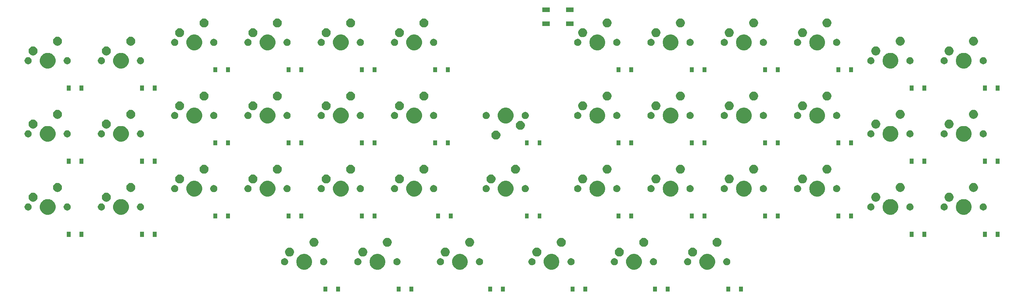
<source format=gbr>
G04 #@! TF.GenerationSoftware,KiCad,Pcbnew,(5.1.2)-1*
G04 #@! TF.CreationDate,2020-02-22T00:02:01+09:00*
G04 #@! TF.ProjectId,rkbd_44,726b6264-5f34-4342-9e6b-696361645f70,rev?*
G04 #@! TF.SameCoordinates,Original*
G04 #@! TF.FileFunction,Soldermask,Bot*
G04 #@! TF.FilePolarity,Negative*
%FSLAX46Y46*%
G04 Gerber Fmt 4.6, Leading zero omitted, Abs format (unit mm)*
G04 Created by KiCad (PCBNEW (5.1.2)-1) date 2020-02-22 00:02:01*
%MOMM*%
%LPD*%
G04 APERTURE LIST*
%ADD10C,0.100000*%
G04 APERTURE END LIST*
D10*
G36*
X211701000Y-134001000D02*
G01*
X210699000Y-134001000D01*
X210699000Y-132699000D01*
X211701000Y-132699000D01*
X211701000Y-134001000D01*
X211701000Y-134001000D01*
G37*
G36*
X103626000Y-134001000D02*
G01*
X102624000Y-134001000D01*
X102624000Y-132699000D01*
X103626000Y-132699000D01*
X103626000Y-134001000D01*
X103626000Y-134001000D01*
G37*
G36*
X106926000Y-134001000D02*
G01*
X105924000Y-134001000D01*
X105924000Y-132699000D01*
X106926000Y-132699000D01*
X106926000Y-134001000D01*
X106926000Y-134001000D01*
G37*
G36*
X122676000Y-134001000D02*
G01*
X121674000Y-134001000D01*
X121674000Y-132699000D01*
X122676000Y-132699000D01*
X122676000Y-134001000D01*
X122676000Y-134001000D01*
G37*
G36*
X125976000Y-134001000D02*
G01*
X124974000Y-134001000D01*
X124974000Y-132699000D01*
X125976000Y-132699000D01*
X125976000Y-134001000D01*
X125976000Y-134001000D01*
G37*
G36*
X146488500Y-134001000D02*
G01*
X145486500Y-134001000D01*
X145486500Y-132699000D01*
X146488500Y-132699000D01*
X146488500Y-134001000D01*
X146488500Y-134001000D01*
G37*
G36*
X149788500Y-134001000D02*
G01*
X148786500Y-134001000D01*
X148786500Y-132699000D01*
X149788500Y-132699000D01*
X149788500Y-134001000D01*
X149788500Y-134001000D01*
G37*
G36*
X167919750Y-134001000D02*
G01*
X166917750Y-134001000D01*
X166917750Y-132699000D01*
X167919750Y-132699000D01*
X167919750Y-134001000D01*
X167919750Y-134001000D01*
G37*
G36*
X171219750Y-134001000D02*
G01*
X170217750Y-134001000D01*
X170217750Y-132699000D01*
X171219750Y-132699000D01*
X171219750Y-134001000D01*
X171219750Y-134001000D01*
G37*
G36*
X189351000Y-134001000D02*
G01*
X188349000Y-134001000D01*
X188349000Y-132699000D01*
X189351000Y-132699000D01*
X189351000Y-134001000D01*
X189351000Y-134001000D01*
G37*
G36*
X192651000Y-134001000D02*
G01*
X191649000Y-134001000D01*
X191649000Y-132699000D01*
X192651000Y-132699000D01*
X192651000Y-134001000D01*
X192651000Y-134001000D01*
G37*
G36*
X208401000Y-134001000D02*
G01*
X207399000Y-134001000D01*
X207399000Y-132699000D01*
X208401000Y-132699000D01*
X208401000Y-134001000D01*
X208401000Y-134001000D01*
G37*
G36*
X138708974Y-124239934D02*
G01*
X138926974Y-124330233D01*
X139081123Y-124394083D01*
X139416048Y-124617873D01*
X139700877Y-124902702D01*
X139924667Y-125237627D01*
X139957062Y-125315836D01*
X140078816Y-125609776D01*
X140157400Y-126004844D01*
X140157400Y-126407656D01*
X140078816Y-126802724D01*
X140027951Y-126925522D01*
X139924667Y-127174873D01*
X139700877Y-127509798D01*
X139416048Y-127794627D01*
X139081123Y-128018417D01*
X138926974Y-128082267D01*
X138708974Y-128172566D01*
X138313906Y-128251150D01*
X137911094Y-128251150D01*
X137516026Y-128172566D01*
X137298026Y-128082267D01*
X137143877Y-128018417D01*
X136808952Y-127794627D01*
X136524123Y-127509798D01*
X136300333Y-127174873D01*
X136197049Y-126925522D01*
X136146184Y-126802724D01*
X136067600Y-126407656D01*
X136067600Y-126004844D01*
X136146184Y-125609776D01*
X136267938Y-125315836D01*
X136300333Y-125237627D01*
X136524123Y-124902702D01*
X136808952Y-124617873D01*
X137143877Y-124394083D01*
X137298026Y-124330233D01*
X137516026Y-124239934D01*
X137911094Y-124161350D01*
X138313906Y-124161350D01*
X138708974Y-124239934D01*
X138708974Y-124239934D01*
G37*
G36*
X98227724Y-124239934D02*
G01*
X98445724Y-124330233D01*
X98599873Y-124394083D01*
X98934798Y-124617873D01*
X99219627Y-124902702D01*
X99443417Y-125237627D01*
X99475812Y-125315836D01*
X99597566Y-125609776D01*
X99676150Y-126004844D01*
X99676150Y-126407656D01*
X99597566Y-126802724D01*
X99546701Y-126925522D01*
X99443417Y-127174873D01*
X99219627Y-127509798D01*
X98934798Y-127794627D01*
X98599873Y-128018417D01*
X98445724Y-128082267D01*
X98227724Y-128172566D01*
X97832656Y-128251150D01*
X97429844Y-128251150D01*
X97034776Y-128172566D01*
X96816776Y-128082267D01*
X96662627Y-128018417D01*
X96327702Y-127794627D01*
X96042873Y-127509798D01*
X95819083Y-127174873D01*
X95715799Y-126925522D01*
X95664934Y-126802724D01*
X95586350Y-126407656D01*
X95586350Y-126004844D01*
X95664934Y-125609776D01*
X95786688Y-125315836D01*
X95819083Y-125237627D01*
X96042873Y-124902702D01*
X96327702Y-124617873D01*
X96662627Y-124394083D01*
X96816776Y-124330233D01*
X97034776Y-124239934D01*
X97429844Y-124161350D01*
X97832656Y-124161350D01*
X98227724Y-124239934D01*
X98227724Y-124239934D01*
G37*
G36*
X117277724Y-124239934D02*
G01*
X117495724Y-124330233D01*
X117649873Y-124394083D01*
X117984798Y-124617873D01*
X118269627Y-124902702D01*
X118493417Y-125237627D01*
X118525812Y-125315836D01*
X118647566Y-125609776D01*
X118726150Y-126004844D01*
X118726150Y-126407656D01*
X118647566Y-126802724D01*
X118596701Y-126925522D01*
X118493417Y-127174873D01*
X118269627Y-127509798D01*
X117984798Y-127794627D01*
X117649873Y-128018417D01*
X117495724Y-128082267D01*
X117277724Y-128172566D01*
X116882656Y-128251150D01*
X116479844Y-128251150D01*
X116084776Y-128172566D01*
X115866776Y-128082267D01*
X115712627Y-128018417D01*
X115377702Y-127794627D01*
X115092873Y-127509798D01*
X114869083Y-127174873D01*
X114765799Y-126925522D01*
X114714934Y-126802724D01*
X114636350Y-126407656D01*
X114636350Y-126004844D01*
X114714934Y-125609776D01*
X114836688Y-125315836D01*
X114869083Y-125237627D01*
X115092873Y-124902702D01*
X115377702Y-124617873D01*
X115712627Y-124394083D01*
X115866776Y-124330233D01*
X116084776Y-124239934D01*
X116479844Y-124161350D01*
X116882656Y-124161350D01*
X117277724Y-124239934D01*
X117277724Y-124239934D01*
G37*
G36*
X162521474Y-124239934D02*
G01*
X162739474Y-124330233D01*
X162893623Y-124394083D01*
X163228548Y-124617873D01*
X163513377Y-124902702D01*
X163737167Y-125237627D01*
X163769562Y-125315836D01*
X163891316Y-125609776D01*
X163969900Y-126004844D01*
X163969900Y-126407656D01*
X163891316Y-126802724D01*
X163840451Y-126925522D01*
X163737167Y-127174873D01*
X163513377Y-127509798D01*
X163228548Y-127794627D01*
X162893623Y-128018417D01*
X162739474Y-128082267D01*
X162521474Y-128172566D01*
X162126406Y-128251150D01*
X161723594Y-128251150D01*
X161328526Y-128172566D01*
X161110526Y-128082267D01*
X160956377Y-128018417D01*
X160621452Y-127794627D01*
X160336623Y-127509798D01*
X160112833Y-127174873D01*
X160009549Y-126925522D01*
X159958684Y-126802724D01*
X159880100Y-126407656D01*
X159880100Y-126004844D01*
X159958684Y-125609776D01*
X160080438Y-125315836D01*
X160112833Y-125237627D01*
X160336623Y-124902702D01*
X160621452Y-124617873D01*
X160956377Y-124394083D01*
X161110526Y-124330233D01*
X161328526Y-124239934D01*
X161723594Y-124161350D01*
X162126406Y-124161350D01*
X162521474Y-124239934D01*
X162521474Y-124239934D01*
G37*
G36*
X183952724Y-124239934D02*
G01*
X184170724Y-124330233D01*
X184324873Y-124394083D01*
X184659798Y-124617873D01*
X184944627Y-124902702D01*
X185168417Y-125237627D01*
X185200812Y-125315836D01*
X185322566Y-125609776D01*
X185401150Y-126004844D01*
X185401150Y-126407656D01*
X185322566Y-126802724D01*
X185271701Y-126925522D01*
X185168417Y-127174873D01*
X184944627Y-127509798D01*
X184659798Y-127794627D01*
X184324873Y-128018417D01*
X184170724Y-128082267D01*
X183952724Y-128172566D01*
X183557656Y-128251150D01*
X183154844Y-128251150D01*
X182759776Y-128172566D01*
X182541776Y-128082267D01*
X182387627Y-128018417D01*
X182052702Y-127794627D01*
X181767873Y-127509798D01*
X181544083Y-127174873D01*
X181440799Y-126925522D01*
X181389934Y-126802724D01*
X181311350Y-126407656D01*
X181311350Y-126004844D01*
X181389934Y-125609776D01*
X181511688Y-125315836D01*
X181544083Y-125237627D01*
X181767873Y-124902702D01*
X182052702Y-124617873D01*
X182387627Y-124394083D01*
X182541776Y-124330233D01*
X182759776Y-124239934D01*
X183154844Y-124161350D01*
X183557656Y-124161350D01*
X183952724Y-124239934D01*
X183952724Y-124239934D01*
G37*
G36*
X203002724Y-124239934D02*
G01*
X203220724Y-124330233D01*
X203374873Y-124394083D01*
X203709798Y-124617873D01*
X203994627Y-124902702D01*
X204218417Y-125237627D01*
X204250812Y-125315836D01*
X204372566Y-125609776D01*
X204451150Y-126004844D01*
X204451150Y-126407656D01*
X204372566Y-126802724D01*
X204321701Y-126925522D01*
X204218417Y-127174873D01*
X203994627Y-127509798D01*
X203709798Y-127794627D01*
X203374873Y-128018417D01*
X203220724Y-128082267D01*
X203002724Y-128172566D01*
X202607656Y-128251150D01*
X202204844Y-128251150D01*
X201809776Y-128172566D01*
X201591776Y-128082267D01*
X201437627Y-128018417D01*
X201102702Y-127794627D01*
X200817873Y-127509798D01*
X200594083Y-127174873D01*
X200490799Y-126925522D01*
X200439934Y-126802724D01*
X200361350Y-126407656D01*
X200361350Y-126004844D01*
X200439934Y-125609776D01*
X200561688Y-125315836D01*
X200594083Y-125237627D01*
X200817873Y-124902702D01*
X201102702Y-124617873D01*
X201437627Y-124394083D01*
X201591776Y-124330233D01*
X201809776Y-124239934D01*
X202204844Y-124161350D01*
X202607656Y-124161350D01*
X203002724Y-124239934D01*
X203002724Y-124239934D01*
G37*
G36*
X102981354Y-125315835D02*
G01*
X103149876Y-125385639D01*
X103301541Y-125486978D01*
X103430522Y-125615959D01*
X103531861Y-125767624D01*
X103601665Y-125936146D01*
X103637250Y-126115047D01*
X103637250Y-126297453D01*
X103601665Y-126476354D01*
X103531861Y-126644876D01*
X103430522Y-126796541D01*
X103301541Y-126925522D01*
X103149876Y-127026861D01*
X102981354Y-127096665D01*
X102802453Y-127132250D01*
X102620047Y-127132250D01*
X102441146Y-127096665D01*
X102272624Y-127026861D01*
X102120959Y-126925522D01*
X101991978Y-126796541D01*
X101890639Y-126644876D01*
X101820835Y-126476354D01*
X101785250Y-126297453D01*
X101785250Y-126115047D01*
X101820835Y-125936146D01*
X101890639Y-125767624D01*
X101991978Y-125615959D01*
X102120959Y-125486978D01*
X102272624Y-125385639D01*
X102441146Y-125315835D01*
X102620047Y-125280250D01*
X102802453Y-125280250D01*
X102981354Y-125315835D01*
X102981354Y-125315835D01*
G37*
G36*
X178546354Y-125315835D02*
G01*
X178714876Y-125385639D01*
X178866541Y-125486978D01*
X178995522Y-125615959D01*
X179096861Y-125767624D01*
X179166665Y-125936146D01*
X179202250Y-126115047D01*
X179202250Y-126297453D01*
X179166665Y-126476354D01*
X179096861Y-126644876D01*
X178995522Y-126796541D01*
X178866541Y-126925522D01*
X178714876Y-127026861D01*
X178546354Y-127096665D01*
X178367453Y-127132250D01*
X178185047Y-127132250D01*
X178006146Y-127096665D01*
X177837624Y-127026861D01*
X177685959Y-126925522D01*
X177556978Y-126796541D01*
X177455639Y-126644876D01*
X177385835Y-126476354D01*
X177350250Y-126297453D01*
X177350250Y-126115047D01*
X177385835Y-125936146D01*
X177455639Y-125767624D01*
X177556978Y-125615959D01*
X177685959Y-125486978D01*
X177837624Y-125385639D01*
X178006146Y-125315835D01*
X178185047Y-125280250D01*
X178367453Y-125280250D01*
X178546354Y-125315835D01*
X178546354Y-125315835D01*
G37*
G36*
X207756354Y-125315835D02*
G01*
X207924876Y-125385639D01*
X208076541Y-125486978D01*
X208205522Y-125615959D01*
X208306861Y-125767624D01*
X208376665Y-125936146D01*
X208412250Y-126115047D01*
X208412250Y-126297453D01*
X208376665Y-126476354D01*
X208306861Y-126644876D01*
X208205522Y-126796541D01*
X208076541Y-126925522D01*
X207924876Y-127026861D01*
X207756354Y-127096665D01*
X207577453Y-127132250D01*
X207395047Y-127132250D01*
X207216146Y-127096665D01*
X207047624Y-127026861D01*
X206895959Y-126925522D01*
X206766978Y-126796541D01*
X206665639Y-126644876D01*
X206595835Y-126476354D01*
X206560250Y-126297453D01*
X206560250Y-126115047D01*
X206595835Y-125936146D01*
X206665639Y-125767624D01*
X206766978Y-125615959D01*
X206895959Y-125486978D01*
X207047624Y-125385639D01*
X207216146Y-125315835D01*
X207395047Y-125280250D01*
X207577453Y-125280250D01*
X207756354Y-125315835D01*
X207756354Y-125315835D01*
G37*
G36*
X197596354Y-125315835D02*
G01*
X197764876Y-125385639D01*
X197916541Y-125486978D01*
X198045522Y-125615959D01*
X198146861Y-125767624D01*
X198216665Y-125936146D01*
X198252250Y-126115047D01*
X198252250Y-126297453D01*
X198216665Y-126476354D01*
X198146861Y-126644876D01*
X198045522Y-126796541D01*
X197916541Y-126925522D01*
X197764876Y-127026861D01*
X197596354Y-127096665D01*
X197417453Y-127132250D01*
X197235047Y-127132250D01*
X197056146Y-127096665D01*
X196887624Y-127026861D01*
X196735959Y-126925522D01*
X196606978Y-126796541D01*
X196505639Y-126644876D01*
X196435835Y-126476354D01*
X196400250Y-126297453D01*
X196400250Y-126115047D01*
X196435835Y-125936146D01*
X196505639Y-125767624D01*
X196606978Y-125615959D01*
X196735959Y-125486978D01*
X196887624Y-125385639D01*
X197056146Y-125315835D01*
X197235047Y-125280250D01*
X197417453Y-125280250D01*
X197596354Y-125315835D01*
X197596354Y-125315835D01*
G37*
G36*
X157115104Y-125315835D02*
G01*
X157283626Y-125385639D01*
X157435291Y-125486978D01*
X157564272Y-125615959D01*
X157665611Y-125767624D01*
X157735415Y-125936146D01*
X157771000Y-126115047D01*
X157771000Y-126297453D01*
X157735415Y-126476354D01*
X157665611Y-126644876D01*
X157564272Y-126796541D01*
X157435291Y-126925522D01*
X157283626Y-127026861D01*
X157115104Y-127096665D01*
X156936203Y-127132250D01*
X156753797Y-127132250D01*
X156574896Y-127096665D01*
X156406374Y-127026861D01*
X156254709Y-126925522D01*
X156125728Y-126796541D01*
X156024389Y-126644876D01*
X155954585Y-126476354D01*
X155919000Y-126297453D01*
X155919000Y-126115047D01*
X155954585Y-125936146D01*
X156024389Y-125767624D01*
X156125728Y-125615959D01*
X156254709Y-125486978D01*
X156406374Y-125385639D01*
X156574896Y-125315835D01*
X156753797Y-125280250D01*
X156936203Y-125280250D01*
X157115104Y-125315835D01*
X157115104Y-125315835D01*
G37*
G36*
X167275104Y-125315835D02*
G01*
X167443626Y-125385639D01*
X167595291Y-125486978D01*
X167724272Y-125615959D01*
X167825611Y-125767624D01*
X167895415Y-125936146D01*
X167931000Y-126115047D01*
X167931000Y-126297453D01*
X167895415Y-126476354D01*
X167825611Y-126644876D01*
X167724272Y-126796541D01*
X167595291Y-126925522D01*
X167443626Y-127026861D01*
X167275104Y-127096665D01*
X167096203Y-127132250D01*
X166913797Y-127132250D01*
X166734896Y-127096665D01*
X166566374Y-127026861D01*
X166414709Y-126925522D01*
X166285728Y-126796541D01*
X166184389Y-126644876D01*
X166114585Y-126476354D01*
X166079000Y-126297453D01*
X166079000Y-126115047D01*
X166114585Y-125936146D01*
X166184389Y-125767624D01*
X166285728Y-125615959D01*
X166414709Y-125486978D01*
X166566374Y-125385639D01*
X166734896Y-125315835D01*
X166913797Y-125280250D01*
X167096203Y-125280250D01*
X167275104Y-125315835D01*
X167275104Y-125315835D01*
G37*
G36*
X133302604Y-125315835D02*
G01*
X133471126Y-125385639D01*
X133622791Y-125486978D01*
X133751772Y-125615959D01*
X133853111Y-125767624D01*
X133922915Y-125936146D01*
X133958500Y-126115047D01*
X133958500Y-126297453D01*
X133922915Y-126476354D01*
X133853111Y-126644876D01*
X133751772Y-126796541D01*
X133622791Y-126925522D01*
X133471126Y-127026861D01*
X133302604Y-127096665D01*
X133123703Y-127132250D01*
X132941297Y-127132250D01*
X132762396Y-127096665D01*
X132593874Y-127026861D01*
X132442209Y-126925522D01*
X132313228Y-126796541D01*
X132211889Y-126644876D01*
X132142085Y-126476354D01*
X132106500Y-126297453D01*
X132106500Y-126115047D01*
X132142085Y-125936146D01*
X132211889Y-125767624D01*
X132313228Y-125615959D01*
X132442209Y-125486978D01*
X132593874Y-125385639D01*
X132762396Y-125315835D01*
X132941297Y-125280250D01*
X133123703Y-125280250D01*
X133302604Y-125315835D01*
X133302604Y-125315835D01*
G37*
G36*
X188706354Y-125315835D02*
G01*
X188874876Y-125385639D01*
X189026541Y-125486978D01*
X189155522Y-125615959D01*
X189256861Y-125767624D01*
X189326665Y-125936146D01*
X189362250Y-126115047D01*
X189362250Y-126297453D01*
X189326665Y-126476354D01*
X189256861Y-126644876D01*
X189155522Y-126796541D01*
X189026541Y-126925522D01*
X188874876Y-127026861D01*
X188706354Y-127096665D01*
X188527453Y-127132250D01*
X188345047Y-127132250D01*
X188166146Y-127096665D01*
X187997624Y-127026861D01*
X187845959Y-126925522D01*
X187716978Y-126796541D01*
X187615639Y-126644876D01*
X187545835Y-126476354D01*
X187510250Y-126297453D01*
X187510250Y-126115047D01*
X187545835Y-125936146D01*
X187615639Y-125767624D01*
X187716978Y-125615959D01*
X187845959Y-125486978D01*
X187997624Y-125385639D01*
X188166146Y-125315835D01*
X188345047Y-125280250D01*
X188527453Y-125280250D01*
X188706354Y-125315835D01*
X188706354Y-125315835D01*
G37*
G36*
X111871354Y-125315835D02*
G01*
X112039876Y-125385639D01*
X112191541Y-125486978D01*
X112320522Y-125615959D01*
X112421861Y-125767624D01*
X112491665Y-125936146D01*
X112527250Y-126115047D01*
X112527250Y-126297453D01*
X112491665Y-126476354D01*
X112421861Y-126644876D01*
X112320522Y-126796541D01*
X112191541Y-126925522D01*
X112039876Y-127026861D01*
X111871354Y-127096665D01*
X111692453Y-127132250D01*
X111510047Y-127132250D01*
X111331146Y-127096665D01*
X111162624Y-127026861D01*
X111010959Y-126925522D01*
X110881978Y-126796541D01*
X110780639Y-126644876D01*
X110710835Y-126476354D01*
X110675250Y-126297453D01*
X110675250Y-126115047D01*
X110710835Y-125936146D01*
X110780639Y-125767624D01*
X110881978Y-125615959D01*
X111010959Y-125486978D01*
X111162624Y-125385639D01*
X111331146Y-125315835D01*
X111510047Y-125280250D01*
X111692453Y-125280250D01*
X111871354Y-125315835D01*
X111871354Y-125315835D01*
G37*
G36*
X122031354Y-125315835D02*
G01*
X122199876Y-125385639D01*
X122351541Y-125486978D01*
X122480522Y-125615959D01*
X122581861Y-125767624D01*
X122651665Y-125936146D01*
X122687250Y-126115047D01*
X122687250Y-126297453D01*
X122651665Y-126476354D01*
X122581861Y-126644876D01*
X122480522Y-126796541D01*
X122351541Y-126925522D01*
X122199876Y-127026861D01*
X122031354Y-127096665D01*
X121852453Y-127132250D01*
X121670047Y-127132250D01*
X121491146Y-127096665D01*
X121322624Y-127026861D01*
X121170959Y-126925522D01*
X121041978Y-126796541D01*
X120940639Y-126644876D01*
X120870835Y-126476354D01*
X120835250Y-126297453D01*
X120835250Y-126115047D01*
X120870835Y-125936146D01*
X120940639Y-125767624D01*
X121041978Y-125615959D01*
X121170959Y-125486978D01*
X121322624Y-125385639D01*
X121491146Y-125315835D01*
X121670047Y-125280250D01*
X121852453Y-125280250D01*
X122031354Y-125315835D01*
X122031354Y-125315835D01*
G37*
G36*
X92821354Y-125315835D02*
G01*
X92989876Y-125385639D01*
X93141541Y-125486978D01*
X93270522Y-125615959D01*
X93371861Y-125767624D01*
X93441665Y-125936146D01*
X93477250Y-126115047D01*
X93477250Y-126297453D01*
X93441665Y-126476354D01*
X93371861Y-126644876D01*
X93270522Y-126796541D01*
X93141541Y-126925522D01*
X92989876Y-127026861D01*
X92821354Y-127096665D01*
X92642453Y-127132250D01*
X92460047Y-127132250D01*
X92281146Y-127096665D01*
X92112624Y-127026861D01*
X91960959Y-126925522D01*
X91831978Y-126796541D01*
X91730639Y-126644876D01*
X91660835Y-126476354D01*
X91625250Y-126297453D01*
X91625250Y-126115047D01*
X91660835Y-125936146D01*
X91730639Y-125767624D01*
X91831978Y-125615959D01*
X91960959Y-125486978D01*
X92112624Y-125385639D01*
X92281146Y-125315835D01*
X92460047Y-125280250D01*
X92642453Y-125280250D01*
X92821354Y-125315835D01*
X92821354Y-125315835D01*
G37*
G36*
X143462604Y-125315835D02*
G01*
X143631126Y-125385639D01*
X143782791Y-125486978D01*
X143911772Y-125615959D01*
X144013111Y-125767624D01*
X144082915Y-125936146D01*
X144118500Y-126115047D01*
X144118500Y-126297453D01*
X144082915Y-126476354D01*
X144013111Y-126644876D01*
X143911772Y-126796541D01*
X143782791Y-126925522D01*
X143631126Y-127026861D01*
X143462604Y-127096665D01*
X143283703Y-127132250D01*
X143101297Y-127132250D01*
X142922396Y-127096665D01*
X142753874Y-127026861D01*
X142602209Y-126925522D01*
X142473228Y-126796541D01*
X142371889Y-126644876D01*
X142302085Y-126476354D01*
X142266500Y-126297453D01*
X142266500Y-126115047D01*
X142302085Y-125936146D01*
X142371889Y-125767624D01*
X142473228Y-125615959D01*
X142602209Y-125486978D01*
X142753874Y-125385639D01*
X142922396Y-125315835D01*
X143101297Y-125280250D01*
X143283703Y-125280250D01*
X143462604Y-125315835D01*
X143462604Y-125315835D01*
G37*
G36*
X198787810Y-122505314D02*
G01*
X198939277Y-122535443D01*
X199153295Y-122624092D01*
X199153296Y-122624093D01*
X199345904Y-122752789D01*
X199509711Y-122916596D01*
X199595508Y-123045001D01*
X199638408Y-123109205D01*
X199727057Y-123323223D01*
X199772250Y-123550424D01*
X199772250Y-123782076D01*
X199727057Y-124009277D01*
X199638408Y-124223295D01*
X199638407Y-124223296D01*
X199509711Y-124415904D01*
X199345904Y-124579711D01*
X199288790Y-124617873D01*
X199153295Y-124708408D01*
X198939277Y-124797057D01*
X198787810Y-124827186D01*
X198712077Y-124842250D01*
X198480423Y-124842250D01*
X198404690Y-124827186D01*
X198253223Y-124797057D01*
X198039205Y-124708408D01*
X197903710Y-124617873D01*
X197846596Y-124579711D01*
X197682789Y-124415904D01*
X197554093Y-124223296D01*
X197554092Y-124223295D01*
X197465443Y-124009277D01*
X197420250Y-123782076D01*
X197420250Y-123550424D01*
X197465443Y-123323223D01*
X197554092Y-123109205D01*
X197596992Y-123045001D01*
X197682789Y-122916596D01*
X197846596Y-122752789D01*
X198039204Y-122624093D01*
X198039205Y-122624092D01*
X198253223Y-122535443D01*
X198404690Y-122505314D01*
X198480423Y-122490250D01*
X198712077Y-122490250D01*
X198787810Y-122505314D01*
X198787810Y-122505314D01*
G37*
G36*
X179737810Y-122505314D02*
G01*
X179889277Y-122535443D01*
X180103295Y-122624092D01*
X180103296Y-122624093D01*
X180295904Y-122752789D01*
X180459711Y-122916596D01*
X180545508Y-123045001D01*
X180588408Y-123109205D01*
X180677057Y-123323223D01*
X180722250Y-123550424D01*
X180722250Y-123782076D01*
X180677057Y-124009277D01*
X180588408Y-124223295D01*
X180588407Y-124223296D01*
X180459711Y-124415904D01*
X180295904Y-124579711D01*
X180238790Y-124617873D01*
X180103295Y-124708408D01*
X179889277Y-124797057D01*
X179737810Y-124827186D01*
X179662077Y-124842250D01*
X179430423Y-124842250D01*
X179354690Y-124827186D01*
X179203223Y-124797057D01*
X178989205Y-124708408D01*
X178853710Y-124617873D01*
X178796596Y-124579711D01*
X178632789Y-124415904D01*
X178504093Y-124223296D01*
X178504092Y-124223295D01*
X178415443Y-124009277D01*
X178370250Y-123782076D01*
X178370250Y-123550424D01*
X178415443Y-123323223D01*
X178504092Y-123109205D01*
X178546992Y-123045001D01*
X178632789Y-122916596D01*
X178796596Y-122752789D01*
X178989204Y-122624093D01*
X178989205Y-122624092D01*
X179203223Y-122535443D01*
X179354690Y-122505314D01*
X179430423Y-122490250D01*
X179662077Y-122490250D01*
X179737810Y-122505314D01*
X179737810Y-122505314D01*
G37*
G36*
X158306560Y-122505314D02*
G01*
X158458027Y-122535443D01*
X158672045Y-122624092D01*
X158672046Y-122624093D01*
X158864654Y-122752789D01*
X159028461Y-122916596D01*
X159114258Y-123045001D01*
X159157158Y-123109205D01*
X159245807Y-123323223D01*
X159291000Y-123550424D01*
X159291000Y-123782076D01*
X159245807Y-124009277D01*
X159157158Y-124223295D01*
X159157157Y-124223296D01*
X159028461Y-124415904D01*
X158864654Y-124579711D01*
X158807540Y-124617873D01*
X158672045Y-124708408D01*
X158458027Y-124797057D01*
X158306560Y-124827186D01*
X158230827Y-124842250D01*
X157999173Y-124842250D01*
X157923440Y-124827186D01*
X157771973Y-124797057D01*
X157557955Y-124708408D01*
X157422460Y-124617873D01*
X157365346Y-124579711D01*
X157201539Y-124415904D01*
X157072843Y-124223296D01*
X157072842Y-124223295D01*
X156984193Y-124009277D01*
X156939000Y-123782076D01*
X156939000Y-123550424D01*
X156984193Y-123323223D01*
X157072842Y-123109205D01*
X157115742Y-123045001D01*
X157201539Y-122916596D01*
X157365346Y-122752789D01*
X157557954Y-122624093D01*
X157557955Y-122624092D01*
X157771973Y-122535443D01*
X157923440Y-122505314D01*
X157999173Y-122490250D01*
X158230827Y-122490250D01*
X158306560Y-122505314D01*
X158306560Y-122505314D01*
G37*
G36*
X134494060Y-122505314D02*
G01*
X134645527Y-122535443D01*
X134859545Y-122624092D01*
X134859546Y-122624093D01*
X135052154Y-122752789D01*
X135215961Y-122916596D01*
X135301758Y-123045001D01*
X135344658Y-123109205D01*
X135433307Y-123323223D01*
X135478500Y-123550424D01*
X135478500Y-123782076D01*
X135433307Y-124009277D01*
X135344658Y-124223295D01*
X135344657Y-124223296D01*
X135215961Y-124415904D01*
X135052154Y-124579711D01*
X134995040Y-124617873D01*
X134859545Y-124708408D01*
X134645527Y-124797057D01*
X134494060Y-124827186D01*
X134418327Y-124842250D01*
X134186673Y-124842250D01*
X134110940Y-124827186D01*
X133959473Y-124797057D01*
X133745455Y-124708408D01*
X133609960Y-124617873D01*
X133552846Y-124579711D01*
X133389039Y-124415904D01*
X133260343Y-124223296D01*
X133260342Y-124223295D01*
X133171693Y-124009277D01*
X133126500Y-123782076D01*
X133126500Y-123550424D01*
X133171693Y-123323223D01*
X133260342Y-123109205D01*
X133303242Y-123045001D01*
X133389039Y-122916596D01*
X133552846Y-122752789D01*
X133745454Y-122624093D01*
X133745455Y-122624092D01*
X133959473Y-122535443D01*
X134110940Y-122505314D01*
X134186673Y-122490250D01*
X134418327Y-122490250D01*
X134494060Y-122505314D01*
X134494060Y-122505314D01*
G37*
G36*
X113062810Y-122505314D02*
G01*
X113214277Y-122535443D01*
X113428295Y-122624092D01*
X113428296Y-122624093D01*
X113620904Y-122752789D01*
X113784711Y-122916596D01*
X113870508Y-123045001D01*
X113913408Y-123109205D01*
X114002057Y-123323223D01*
X114047250Y-123550424D01*
X114047250Y-123782076D01*
X114002057Y-124009277D01*
X113913408Y-124223295D01*
X113913407Y-124223296D01*
X113784711Y-124415904D01*
X113620904Y-124579711D01*
X113563790Y-124617873D01*
X113428295Y-124708408D01*
X113214277Y-124797057D01*
X113062810Y-124827186D01*
X112987077Y-124842250D01*
X112755423Y-124842250D01*
X112679690Y-124827186D01*
X112528223Y-124797057D01*
X112314205Y-124708408D01*
X112178710Y-124617873D01*
X112121596Y-124579711D01*
X111957789Y-124415904D01*
X111829093Y-124223296D01*
X111829092Y-124223295D01*
X111740443Y-124009277D01*
X111695250Y-123782076D01*
X111695250Y-123550424D01*
X111740443Y-123323223D01*
X111829092Y-123109205D01*
X111871992Y-123045001D01*
X111957789Y-122916596D01*
X112121596Y-122752789D01*
X112314204Y-122624093D01*
X112314205Y-122624092D01*
X112528223Y-122535443D01*
X112679690Y-122505314D01*
X112755423Y-122490250D01*
X112987077Y-122490250D01*
X113062810Y-122505314D01*
X113062810Y-122505314D01*
G37*
G36*
X94012810Y-122505314D02*
G01*
X94164277Y-122535443D01*
X94378295Y-122624092D01*
X94378296Y-122624093D01*
X94570904Y-122752789D01*
X94734711Y-122916596D01*
X94820508Y-123045001D01*
X94863408Y-123109205D01*
X94952057Y-123323223D01*
X94997250Y-123550424D01*
X94997250Y-123782076D01*
X94952057Y-124009277D01*
X94863408Y-124223295D01*
X94863407Y-124223296D01*
X94734711Y-124415904D01*
X94570904Y-124579711D01*
X94513790Y-124617873D01*
X94378295Y-124708408D01*
X94164277Y-124797057D01*
X94012810Y-124827186D01*
X93937077Y-124842250D01*
X93705423Y-124842250D01*
X93629690Y-124827186D01*
X93478223Y-124797057D01*
X93264205Y-124708408D01*
X93128710Y-124617873D01*
X93071596Y-124579711D01*
X92907789Y-124415904D01*
X92779093Y-124223296D01*
X92779092Y-124223295D01*
X92690443Y-124009277D01*
X92645250Y-123782076D01*
X92645250Y-123550424D01*
X92690443Y-123323223D01*
X92779092Y-123109205D01*
X92821992Y-123045001D01*
X92907789Y-122916596D01*
X93071596Y-122752789D01*
X93264204Y-122624093D01*
X93264205Y-122624092D01*
X93478223Y-122535443D01*
X93629690Y-122505314D01*
X93705423Y-122490250D01*
X93937077Y-122490250D01*
X94012810Y-122505314D01*
X94012810Y-122505314D01*
G37*
G36*
X186087810Y-119965314D02*
G01*
X186239277Y-119995443D01*
X186453295Y-120084092D01*
X186453296Y-120084093D01*
X186645904Y-120212789D01*
X186809711Y-120376596D01*
X186895508Y-120505001D01*
X186938408Y-120569205D01*
X187027057Y-120783223D01*
X187072250Y-121010424D01*
X187072250Y-121242076D01*
X187027057Y-121469277D01*
X186938408Y-121683295D01*
X186938407Y-121683296D01*
X186809711Y-121875904D01*
X186645904Y-122039711D01*
X186517499Y-122125508D01*
X186453295Y-122168408D01*
X186239277Y-122257057D01*
X186087810Y-122287186D01*
X186012077Y-122302250D01*
X185780423Y-122302250D01*
X185704690Y-122287186D01*
X185553223Y-122257057D01*
X185339205Y-122168408D01*
X185275001Y-122125508D01*
X185146596Y-122039711D01*
X184982789Y-121875904D01*
X184854093Y-121683296D01*
X184854092Y-121683295D01*
X184765443Y-121469277D01*
X184720250Y-121242076D01*
X184720250Y-121010424D01*
X184765443Y-120783223D01*
X184854092Y-120569205D01*
X184896992Y-120505001D01*
X184982789Y-120376596D01*
X185146596Y-120212789D01*
X185339204Y-120084093D01*
X185339205Y-120084092D01*
X185553223Y-119995443D01*
X185704690Y-119965314D01*
X185780423Y-119950250D01*
X186012077Y-119950250D01*
X186087810Y-119965314D01*
X186087810Y-119965314D01*
G37*
G36*
X100362810Y-119965314D02*
G01*
X100514277Y-119995443D01*
X100728295Y-120084092D01*
X100728296Y-120084093D01*
X100920904Y-120212789D01*
X101084711Y-120376596D01*
X101170508Y-120505001D01*
X101213408Y-120569205D01*
X101302057Y-120783223D01*
X101347250Y-121010424D01*
X101347250Y-121242076D01*
X101302057Y-121469277D01*
X101213408Y-121683295D01*
X101213407Y-121683296D01*
X101084711Y-121875904D01*
X100920904Y-122039711D01*
X100792499Y-122125508D01*
X100728295Y-122168408D01*
X100514277Y-122257057D01*
X100362810Y-122287186D01*
X100287077Y-122302250D01*
X100055423Y-122302250D01*
X99979690Y-122287186D01*
X99828223Y-122257057D01*
X99614205Y-122168408D01*
X99550001Y-122125508D01*
X99421596Y-122039711D01*
X99257789Y-121875904D01*
X99129093Y-121683296D01*
X99129092Y-121683295D01*
X99040443Y-121469277D01*
X98995250Y-121242076D01*
X98995250Y-121010424D01*
X99040443Y-120783223D01*
X99129092Y-120569205D01*
X99171992Y-120505001D01*
X99257789Y-120376596D01*
X99421596Y-120212789D01*
X99614204Y-120084093D01*
X99614205Y-120084092D01*
X99828223Y-119995443D01*
X99979690Y-119965314D01*
X100055423Y-119950250D01*
X100287077Y-119950250D01*
X100362810Y-119965314D01*
X100362810Y-119965314D01*
G37*
G36*
X205137810Y-119965314D02*
G01*
X205289277Y-119995443D01*
X205503295Y-120084092D01*
X205503296Y-120084093D01*
X205695904Y-120212789D01*
X205859711Y-120376596D01*
X205945508Y-120505001D01*
X205988408Y-120569205D01*
X206077057Y-120783223D01*
X206122250Y-121010424D01*
X206122250Y-121242076D01*
X206077057Y-121469277D01*
X205988408Y-121683295D01*
X205988407Y-121683296D01*
X205859711Y-121875904D01*
X205695904Y-122039711D01*
X205567499Y-122125508D01*
X205503295Y-122168408D01*
X205289277Y-122257057D01*
X205137810Y-122287186D01*
X205062077Y-122302250D01*
X204830423Y-122302250D01*
X204754690Y-122287186D01*
X204603223Y-122257057D01*
X204389205Y-122168408D01*
X204325001Y-122125508D01*
X204196596Y-122039711D01*
X204032789Y-121875904D01*
X203904093Y-121683296D01*
X203904092Y-121683295D01*
X203815443Y-121469277D01*
X203770250Y-121242076D01*
X203770250Y-121010424D01*
X203815443Y-120783223D01*
X203904092Y-120569205D01*
X203946992Y-120505001D01*
X204032789Y-120376596D01*
X204196596Y-120212789D01*
X204389204Y-120084093D01*
X204389205Y-120084092D01*
X204603223Y-119995443D01*
X204754690Y-119965314D01*
X204830423Y-119950250D01*
X205062077Y-119950250D01*
X205137810Y-119965314D01*
X205137810Y-119965314D01*
G37*
G36*
X164656560Y-119965314D02*
G01*
X164808027Y-119995443D01*
X165022045Y-120084092D01*
X165022046Y-120084093D01*
X165214654Y-120212789D01*
X165378461Y-120376596D01*
X165464258Y-120505001D01*
X165507158Y-120569205D01*
X165595807Y-120783223D01*
X165641000Y-121010424D01*
X165641000Y-121242076D01*
X165595807Y-121469277D01*
X165507158Y-121683295D01*
X165507157Y-121683296D01*
X165378461Y-121875904D01*
X165214654Y-122039711D01*
X165086249Y-122125508D01*
X165022045Y-122168408D01*
X164808027Y-122257057D01*
X164656560Y-122287186D01*
X164580827Y-122302250D01*
X164349173Y-122302250D01*
X164273440Y-122287186D01*
X164121973Y-122257057D01*
X163907955Y-122168408D01*
X163843751Y-122125508D01*
X163715346Y-122039711D01*
X163551539Y-121875904D01*
X163422843Y-121683296D01*
X163422842Y-121683295D01*
X163334193Y-121469277D01*
X163289000Y-121242076D01*
X163289000Y-121010424D01*
X163334193Y-120783223D01*
X163422842Y-120569205D01*
X163465742Y-120505001D01*
X163551539Y-120376596D01*
X163715346Y-120212789D01*
X163907954Y-120084093D01*
X163907955Y-120084092D01*
X164121973Y-119995443D01*
X164273440Y-119965314D01*
X164349173Y-119950250D01*
X164580827Y-119950250D01*
X164656560Y-119965314D01*
X164656560Y-119965314D01*
G37*
G36*
X119412810Y-119965314D02*
G01*
X119564277Y-119995443D01*
X119778295Y-120084092D01*
X119778296Y-120084093D01*
X119970904Y-120212789D01*
X120134711Y-120376596D01*
X120220508Y-120505001D01*
X120263408Y-120569205D01*
X120352057Y-120783223D01*
X120397250Y-121010424D01*
X120397250Y-121242076D01*
X120352057Y-121469277D01*
X120263408Y-121683295D01*
X120263407Y-121683296D01*
X120134711Y-121875904D01*
X119970904Y-122039711D01*
X119842499Y-122125508D01*
X119778295Y-122168408D01*
X119564277Y-122257057D01*
X119412810Y-122287186D01*
X119337077Y-122302250D01*
X119105423Y-122302250D01*
X119029690Y-122287186D01*
X118878223Y-122257057D01*
X118664205Y-122168408D01*
X118600001Y-122125508D01*
X118471596Y-122039711D01*
X118307789Y-121875904D01*
X118179093Y-121683296D01*
X118179092Y-121683295D01*
X118090443Y-121469277D01*
X118045250Y-121242076D01*
X118045250Y-121010424D01*
X118090443Y-120783223D01*
X118179092Y-120569205D01*
X118221992Y-120505001D01*
X118307789Y-120376596D01*
X118471596Y-120212789D01*
X118664204Y-120084093D01*
X118664205Y-120084092D01*
X118878223Y-119995443D01*
X119029690Y-119965314D01*
X119105423Y-119950250D01*
X119337077Y-119950250D01*
X119412810Y-119965314D01*
X119412810Y-119965314D01*
G37*
G36*
X140844060Y-119965314D02*
G01*
X140995527Y-119995443D01*
X141209545Y-120084092D01*
X141209546Y-120084093D01*
X141402154Y-120212789D01*
X141565961Y-120376596D01*
X141651758Y-120505001D01*
X141694658Y-120569205D01*
X141783307Y-120783223D01*
X141828500Y-121010424D01*
X141828500Y-121242076D01*
X141783307Y-121469277D01*
X141694658Y-121683295D01*
X141694657Y-121683296D01*
X141565961Y-121875904D01*
X141402154Y-122039711D01*
X141273749Y-122125508D01*
X141209545Y-122168408D01*
X140995527Y-122257057D01*
X140844060Y-122287186D01*
X140768327Y-122302250D01*
X140536673Y-122302250D01*
X140460940Y-122287186D01*
X140309473Y-122257057D01*
X140095455Y-122168408D01*
X140031251Y-122125508D01*
X139902846Y-122039711D01*
X139739039Y-121875904D01*
X139610343Y-121683296D01*
X139610342Y-121683295D01*
X139521693Y-121469277D01*
X139476500Y-121242076D01*
X139476500Y-121010424D01*
X139521693Y-120783223D01*
X139610342Y-120569205D01*
X139653242Y-120505001D01*
X139739039Y-120376596D01*
X139902846Y-120212789D01*
X140095454Y-120084093D01*
X140095455Y-120084092D01*
X140309473Y-119995443D01*
X140460940Y-119965314D01*
X140536673Y-119950250D01*
X140768327Y-119950250D01*
X140844060Y-119965314D01*
X140844060Y-119965314D01*
G37*
G36*
X278376000Y-119713500D02*
G01*
X277374000Y-119713500D01*
X277374000Y-118411500D01*
X278376000Y-118411500D01*
X278376000Y-119713500D01*
X278376000Y-119713500D01*
G37*
G36*
X259326000Y-119713500D02*
G01*
X258324000Y-119713500D01*
X258324000Y-118411500D01*
X259326000Y-118411500D01*
X259326000Y-119713500D01*
X259326000Y-119713500D01*
G37*
G36*
X256026000Y-119713500D02*
G01*
X255024000Y-119713500D01*
X255024000Y-118411500D01*
X256026000Y-118411500D01*
X256026000Y-119713500D01*
X256026000Y-119713500D01*
G37*
G36*
X59301000Y-119713500D02*
G01*
X58299000Y-119713500D01*
X58299000Y-118411500D01*
X59301000Y-118411500D01*
X59301000Y-119713500D01*
X59301000Y-119713500D01*
G37*
G36*
X56001000Y-119713500D02*
G01*
X54999000Y-119713500D01*
X54999000Y-118411500D01*
X56001000Y-118411500D01*
X56001000Y-119713500D01*
X56001000Y-119713500D01*
G37*
G36*
X40251000Y-119713500D02*
G01*
X39249000Y-119713500D01*
X39249000Y-118411500D01*
X40251000Y-118411500D01*
X40251000Y-119713500D01*
X40251000Y-119713500D01*
G37*
G36*
X275076000Y-119713500D02*
G01*
X274074000Y-119713500D01*
X274074000Y-118411500D01*
X275076000Y-118411500D01*
X275076000Y-119713500D01*
X275076000Y-119713500D01*
G37*
G36*
X36951000Y-119713500D02*
G01*
X35949000Y-119713500D01*
X35949000Y-118411500D01*
X36951000Y-118411500D01*
X36951000Y-119713500D01*
X36951000Y-119713500D01*
G37*
G36*
X198876000Y-114951000D02*
G01*
X197874000Y-114951000D01*
X197874000Y-113649000D01*
X198876000Y-113649000D01*
X198876000Y-114951000D01*
X198876000Y-114951000D01*
G37*
G36*
X136232250Y-114951000D02*
G01*
X135230250Y-114951000D01*
X135230250Y-113649000D01*
X136232250Y-113649000D01*
X136232250Y-114951000D01*
X136232250Y-114951000D01*
G37*
G36*
X94101000Y-114951000D02*
G01*
X93099000Y-114951000D01*
X93099000Y-113649000D01*
X94101000Y-113649000D01*
X94101000Y-114951000D01*
X94101000Y-114951000D01*
G37*
G36*
X97401000Y-114951000D02*
G01*
X96399000Y-114951000D01*
X96399000Y-113649000D01*
X97401000Y-113649000D01*
X97401000Y-114951000D01*
X97401000Y-114951000D01*
G37*
G36*
X113151000Y-114951000D02*
G01*
X112149000Y-114951000D01*
X112149000Y-113649000D01*
X113151000Y-113649000D01*
X113151000Y-114951000D01*
X113151000Y-114951000D01*
G37*
G36*
X116451000Y-114951000D02*
G01*
X115449000Y-114951000D01*
X115449000Y-113649000D01*
X116451000Y-113649000D01*
X116451000Y-114951000D01*
X116451000Y-114951000D01*
G37*
G36*
X236976000Y-114951000D02*
G01*
X235974000Y-114951000D01*
X235974000Y-113649000D01*
X236976000Y-113649000D01*
X236976000Y-114951000D01*
X236976000Y-114951000D01*
G37*
G36*
X240276000Y-114951000D02*
G01*
X239274000Y-114951000D01*
X239274000Y-113649000D01*
X240276000Y-113649000D01*
X240276000Y-114951000D01*
X240276000Y-114951000D01*
G37*
G36*
X132932250Y-114951000D02*
G01*
X131930250Y-114951000D01*
X131930250Y-113649000D01*
X132932250Y-113649000D01*
X132932250Y-114951000D01*
X132932250Y-114951000D01*
G37*
G36*
X221226000Y-114951000D02*
G01*
X220224000Y-114951000D01*
X220224000Y-113649000D01*
X221226000Y-113649000D01*
X221226000Y-114951000D01*
X221226000Y-114951000D01*
G37*
G36*
X217926000Y-114951000D02*
G01*
X216924000Y-114951000D01*
X216924000Y-113649000D01*
X217926000Y-113649000D01*
X217926000Y-114951000D01*
X217926000Y-114951000D01*
G37*
G36*
X78351000Y-114951000D02*
G01*
X77349000Y-114951000D01*
X77349000Y-113649000D01*
X78351000Y-113649000D01*
X78351000Y-114951000D01*
X78351000Y-114951000D01*
G37*
G36*
X183126000Y-114951000D02*
G01*
X182124000Y-114951000D01*
X182124000Y-113649000D01*
X183126000Y-113649000D01*
X183126000Y-114951000D01*
X183126000Y-114951000D01*
G37*
G36*
X179826000Y-114951000D02*
G01*
X178824000Y-114951000D01*
X178824000Y-113649000D01*
X179826000Y-113649000D01*
X179826000Y-114951000D01*
X179826000Y-114951000D01*
G37*
G36*
X159313500Y-114951000D02*
G01*
X158311500Y-114951000D01*
X158311500Y-113649000D01*
X159313500Y-113649000D01*
X159313500Y-114951000D01*
X159313500Y-114951000D01*
G37*
G36*
X156013500Y-114951000D02*
G01*
X155011500Y-114951000D01*
X155011500Y-113649000D01*
X156013500Y-113649000D01*
X156013500Y-114951000D01*
X156013500Y-114951000D01*
G37*
G36*
X75051000Y-114951000D02*
G01*
X74049000Y-114951000D01*
X74049000Y-113649000D01*
X75051000Y-113649000D01*
X75051000Y-114951000D01*
X75051000Y-114951000D01*
G37*
G36*
X202176000Y-114951000D02*
G01*
X201174000Y-114951000D01*
X201174000Y-113649000D01*
X202176000Y-113649000D01*
X202176000Y-114951000D01*
X202176000Y-114951000D01*
G37*
G36*
X250627724Y-109952434D02*
G01*
X250845724Y-110042733D01*
X250999873Y-110106583D01*
X251334798Y-110330373D01*
X251619627Y-110615202D01*
X251843417Y-110950127D01*
X251875812Y-111028336D01*
X251997566Y-111322276D01*
X252076150Y-111717344D01*
X252076150Y-112120156D01*
X251997566Y-112515224D01*
X251946701Y-112638022D01*
X251843417Y-112887373D01*
X251619627Y-113222298D01*
X251334798Y-113507127D01*
X250999873Y-113730917D01*
X250845724Y-113794767D01*
X250627724Y-113885066D01*
X250232656Y-113963650D01*
X249829844Y-113963650D01*
X249434776Y-113885066D01*
X249216776Y-113794767D01*
X249062627Y-113730917D01*
X248727702Y-113507127D01*
X248442873Y-113222298D01*
X248219083Y-112887373D01*
X248115799Y-112638022D01*
X248064934Y-112515224D01*
X247986350Y-112120156D01*
X247986350Y-111717344D01*
X248064934Y-111322276D01*
X248186688Y-111028336D01*
X248219083Y-110950127D01*
X248442873Y-110615202D01*
X248727702Y-110330373D01*
X249062627Y-110106583D01*
X249216776Y-110042733D01*
X249434776Y-109952434D01*
X249829844Y-109873850D01*
X250232656Y-109873850D01*
X250627724Y-109952434D01*
X250627724Y-109952434D01*
G37*
G36*
X269677724Y-109952434D02*
G01*
X269895724Y-110042733D01*
X270049873Y-110106583D01*
X270384798Y-110330373D01*
X270669627Y-110615202D01*
X270893417Y-110950127D01*
X270925812Y-111028336D01*
X271047566Y-111322276D01*
X271126150Y-111717344D01*
X271126150Y-112120156D01*
X271047566Y-112515224D01*
X270996701Y-112638022D01*
X270893417Y-112887373D01*
X270669627Y-113222298D01*
X270384798Y-113507127D01*
X270049873Y-113730917D01*
X269895724Y-113794767D01*
X269677724Y-113885066D01*
X269282656Y-113963650D01*
X268879844Y-113963650D01*
X268484776Y-113885066D01*
X268266776Y-113794767D01*
X268112627Y-113730917D01*
X267777702Y-113507127D01*
X267492873Y-113222298D01*
X267269083Y-112887373D01*
X267165799Y-112638022D01*
X267114934Y-112515224D01*
X267036350Y-112120156D01*
X267036350Y-111717344D01*
X267114934Y-111322276D01*
X267236688Y-111028336D01*
X267269083Y-110950127D01*
X267492873Y-110615202D01*
X267777702Y-110330373D01*
X268112627Y-110106583D01*
X268266776Y-110042733D01*
X268484776Y-109952434D01*
X268879844Y-109873850D01*
X269282656Y-109873850D01*
X269677724Y-109952434D01*
X269677724Y-109952434D01*
G37*
G36*
X31552724Y-109952434D02*
G01*
X31770724Y-110042733D01*
X31924873Y-110106583D01*
X32259798Y-110330373D01*
X32544627Y-110615202D01*
X32768417Y-110950127D01*
X32800812Y-111028336D01*
X32922566Y-111322276D01*
X33001150Y-111717344D01*
X33001150Y-112120156D01*
X32922566Y-112515224D01*
X32871701Y-112638022D01*
X32768417Y-112887373D01*
X32544627Y-113222298D01*
X32259798Y-113507127D01*
X31924873Y-113730917D01*
X31770724Y-113794767D01*
X31552724Y-113885066D01*
X31157656Y-113963650D01*
X30754844Y-113963650D01*
X30359776Y-113885066D01*
X30141776Y-113794767D01*
X29987627Y-113730917D01*
X29652702Y-113507127D01*
X29367873Y-113222298D01*
X29144083Y-112887373D01*
X29040799Y-112638022D01*
X28989934Y-112515224D01*
X28911350Y-112120156D01*
X28911350Y-111717344D01*
X28989934Y-111322276D01*
X29111688Y-111028336D01*
X29144083Y-110950127D01*
X29367873Y-110615202D01*
X29652702Y-110330373D01*
X29987627Y-110106583D01*
X30141776Y-110042733D01*
X30359776Y-109952434D01*
X30754844Y-109873850D01*
X31157656Y-109873850D01*
X31552724Y-109952434D01*
X31552724Y-109952434D01*
G37*
G36*
X50602724Y-109952434D02*
G01*
X50820724Y-110042733D01*
X50974873Y-110106583D01*
X51309798Y-110330373D01*
X51594627Y-110615202D01*
X51818417Y-110950127D01*
X51850812Y-111028336D01*
X51972566Y-111322276D01*
X52051150Y-111717344D01*
X52051150Y-112120156D01*
X51972566Y-112515224D01*
X51921701Y-112638022D01*
X51818417Y-112887373D01*
X51594627Y-113222298D01*
X51309798Y-113507127D01*
X50974873Y-113730917D01*
X50820724Y-113794767D01*
X50602724Y-113885066D01*
X50207656Y-113963650D01*
X49804844Y-113963650D01*
X49409776Y-113885066D01*
X49191776Y-113794767D01*
X49037627Y-113730917D01*
X48702702Y-113507127D01*
X48417873Y-113222298D01*
X48194083Y-112887373D01*
X48090799Y-112638022D01*
X48039934Y-112515224D01*
X47961350Y-112120156D01*
X47961350Y-111717344D01*
X48039934Y-111322276D01*
X48161688Y-111028336D01*
X48194083Y-110950127D01*
X48417873Y-110615202D01*
X48702702Y-110330373D01*
X49037627Y-110106583D01*
X49191776Y-110042733D01*
X49409776Y-109952434D01*
X49804844Y-109873850D01*
X50207656Y-109873850D01*
X50602724Y-109952434D01*
X50602724Y-109952434D01*
G37*
G36*
X245221354Y-111028335D02*
G01*
X245389876Y-111098139D01*
X245541541Y-111199478D01*
X245670522Y-111328459D01*
X245771861Y-111480124D01*
X245841665Y-111648646D01*
X245877250Y-111827547D01*
X245877250Y-112009953D01*
X245841665Y-112188854D01*
X245771861Y-112357376D01*
X245670522Y-112509041D01*
X245541541Y-112638022D01*
X245389876Y-112739361D01*
X245221354Y-112809165D01*
X245042453Y-112844750D01*
X244860047Y-112844750D01*
X244681146Y-112809165D01*
X244512624Y-112739361D01*
X244360959Y-112638022D01*
X244231978Y-112509041D01*
X244130639Y-112357376D01*
X244060835Y-112188854D01*
X244025250Y-112009953D01*
X244025250Y-111827547D01*
X244060835Y-111648646D01*
X244130639Y-111480124D01*
X244231978Y-111328459D01*
X244360959Y-111199478D01*
X244512624Y-111098139D01*
X244681146Y-111028335D01*
X244860047Y-110992750D01*
X245042453Y-110992750D01*
X245221354Y-111028335D01*
X245221354Y-111028335D01*
G37*
G36*
X255381354Y-111028335D02*
G01*
X255549876Y-111098139D01*
X255701541Y-111199478D01*
X255830522Y-111328459D01*
X255931861Y-111480124D01*
X256001665Y-111648646D01*
X256037250Y-111827547D01*
X256037250Y-112009953D01*
X256001665Y-112188854D01*
X255931861Y-112357376D01*
X255830522Y-112509041D01*
X255701541Y-112638022D01*
X255549876Y-112739361D01*
X255381354Y-112809165D01*
X255202453Y-112844750D01*
X255020047Y-112844750D01*
X254841146Y-112809165D01*
X254672624Y-112739361D01*
X254520959Y-112638022D01*
X254391978Y-112509041D01*
X254290639Y-112357376D01*
X254220835Y-112188854D01*
X254185250Y-112009953D01*
X254185250Y-111827547D01*
X254220835Y-111648646D01*
X254290639Y-111480124D01*
X254391978Y-111328459D01*
X254520959Y-111199478D01*
X254672624Y-111098139D01*
X254841146Y-111028335D01*
X255020047Y-110992750D01*
X255202453Y-110992750D01*
X255381354Y-111028335D01*
X255381354Y-111028335D01*
G37*
G36*
X274431354Y-111028335D02*
G01*
X274599876Y-111098139D01*
X274751541Y-111199478D01*
X274880522Y-111328459D01*
X274981861Y-111480124D01*
X275051665Y-111648646D01*
X275087250Y-111827547D01*
X275087250Y-112009953D01*
X275051665Y-112188854D01*
X274981861Y-112357376D01*
X274880522Y-112509041D01*
X274751541Y-112638022D01*
X274599876Y-112739361D01*
X274431354Y-112809165D01*
X274252453Y-112844750D01*
X274070047Y-112844750D01*
X273891146Y-112809165D01*
X273722624Y-112739361D01*
X273570959Y-112638022D01*
X273441978Y-112509041D01*
X273340639Y-112357376D01*
X273270835Y-112188854D01*
X273235250Y-112009953D01*
X273235250Y-111827547D01*
X273270835Y-111648646D01*
X273340639Y-111480124D01*
X273441978Y-111328459D01*
X273570959Y-111199478D01*
X273722624Y-111098139D01*
X273891146Y-111028335D01*
X274070047Y-110992750D01*
X274252453Y-110992750D01*
X274431354Y-111028335D01*
X274431354Y-111028335D01*
G37*
G36*
X45196354Y-111028335D02*
G01*
X45364876Y-111098139D01*
X45516541Y-111199478D01*
X45645522Y-111328459D01*
X45746861Y-111480124D01*
X45816665Y-111648646D01*
X45852250Y-111827547D01*
X45852250Y-112009953D01*
X45816665Y-112188854D01*
X45746861Y-112357376D01*
X45645522Y-112509041D01*
X45516541Y-112638022D01*
X45364876Y-112739361D01*
X45196354Y-112809165D01*
X45017453Y-112844750D01*
X44835047Y-112844750D01*
X44656146Y-112809165D01*
X44487624Y-112739361D01*
X44335959Y-112638022D01*
X44206978Y-112509041D01*
X44105639Y-112357376D01*
X44035835Y-112188854D01*
X44000250Y-112009953D01*
X44000250Y-111827547D01*
X44035835Y-111648646D01*
X44105639Y-111480124D01*
X44206978Y-111328459D01*
X44335959Y-111199478D01*
X44487624Y-111098139D01*
X44656146Y-111028335D01*
X44835047Y-110992750D01*
X45017453Y-110992750D01*
X45196354Y-111028335D01*
X45196354Y-111028335D01*
G37*
G36*
X55356354Y-111028335D02*
G01*
X55524876Y-111098139D01*
X55676541Y-111199478D01*
X55805522Y-111328459D01*
X55906861Y-111480124D01*
X55976665Y-111648646D01*
X56012250Y-111827547D01*
X56012250Y-112009953D01*
X55976665Y-112188854D01*
X55906861Y-112357376D01*
X55805522Y-112509041D01*
X55676541Y-112638022D01*
X55524876Y-112739361D01*
X55356354Y-112809165D01*
X55177453Y-112844750D01*
X54995047Y-112844750D01*
X54816146Y-112809165D01*
X54647624Y-112739361D01*
X54495959Y-112638022D01*
X54366978Y-112509041D01*
X54265639Y-112357376D01*
X54195835Y-112188854D01*
X54160250Y-112009953D01*
X54160250Y-111827547D01*
X54195835Y-111648646D01*
X54265639Y-111480124D01*
X54366978Y-111328459D01*
X54495959Y-111199478D01*
X54647624Y-111098139D01*
X54816146Y-111028335D01*
X54995047Y-110992750D01*
X55177453Y-110992750D01*
X55356354Y-111028335D01*
X55356354Y-111028335D01*
G37*
G36*
X36306354Y-111028335D02*
G01*
X36474876Y-111098139D01*
X36626541Y-111199478D01*
X36755522Y-111328459D01*
X36856861Y-111480124D01*
X36926665Y-111648646D01*
X36962250Y-111827547D01*
X36962250Y-112009953D01*
X36926665Y-112188854D01*
X36856861Y-112357376D01*
X36755522Y-112509041D01*
X36626541Y-112638022D01*
X36474876Y-112739361D01*
X36306354Y-112809165D01*
X36127453Y-112844750D01*
X35945047Y-112844750D01*
X35766146Y-112809165D01*
X35597624Y-112739361D01*
X35445959Y-112638022D01*
X35316978Y-112509041D01*
X35215639Y-112357376D01*
X35145835Y-112188854D01*
X35110250Y-112009953D01*
X35110250Y-111827547D01*
X35145835Y-111648646D01*
X35215639Y-111480124D01*
X35316978Y-111328459D01*
X35445959Y-111199478D01*
X35597624Y-111098139D01*
X35766146Y-111028335D01*
X35945047Y-110992750D01*
X36127453Y-110992750D01*
X36306354Y-111028335D01*
X36306354Y-111028335D01*
G37*
G36*
X26146354Y-111028335D02*
G01*
X26314876Y-111098139D01*
X26466541Y-111199478D01*
X26595522Y-111328459D01*
X26696861Y-111480124D01*
X26766665Y-111648646D01*
X26802250Y-111827547D01*
X26802250Y-112009953D01*
X26766665Y-112188854D01*
X26696861Y-112357376D01*
X26595522Y-112509041D01*
X26466541Y-112638022D01*
X26314876Y-112739361D01*
X26146354Y-112809165D01*
X25967453Y-112844750D01*
X25785047Y-112844750D01*
X25606146Y-112809165D01*
X25437624Y-112739361D01*
X25285959Y-112638022D01*
X25156978Y-112509041D01*
X25055639Y-112357376D01*
X24985835Y-112188854D01*
X24950250Y-112009953D01*
X24950250Y-111827547D01*
X24985835Y-111648646D01*
X25055639Y-111480124D01*
X25156978Y-111328459D01*
X25285959Y-111199478D01*
X25437624Y-111098139D01*
X25606146Y-111028335D01*
X25785047Y-110992750D01*
X25967453Y-110992750D01*
X26146354Y-111028335D01*
X26146354Y-111028335D01*
G37*
G36*
X264271354Y-111028335D02*
G01*
X264439876Y-111098139D01*
X264591541Y-111199478D01*
X264720522Y-111328459D01*
X264821861Y-111480124D01*
X264891665Y-111648646D01*
X264927250Y-111827547D01*
X264927250Y-112009953D01*
X264891665Y-112188854D01*
X264821861Y-112357376D01*
X264720522Y-112509041D01*
X264591541Y-112638022D01*
X264439876Y-112739361D01*
X264271354Y-112809165D01*
X264092453Y-112844750D01*
X263910047Y-112844750D01*
X263731146Y-112809165D01*
X263562624Y-112739361D01*
X263410959Y-112638022D01*
X263281978Y-112509041D01*
X263180639Y-112357376D01*
X263110835Y-112188854D01*
X263075250Y-112009953D01*
X263075250Y-111827547D01*
X263110835Y-111648646D01*
X263180639Y-111480124D01*
X263281978Y-111328459D01*
X263410959Y-111199478D01*
X263562624Y-111098139D01*
X263731146Y-111028335D01*
X263910047Y-110992750D01*
X264092453Y-110992750D01*
X264271354Y-111028335D01*
X264271354Y-111028335D01*
G37*
G36*
X27337810Y-108217814D02*
G01*
X27489277Y-108247943D01*
X27703295Y-108336592D01*
X27703296Y-108336593D01*
X27895904Y-108465289D01*
X28059711Y-108629096D01*
X28136906Y-108744627D01*
X28188408Y-108821705D01*
X28277057Y-109035723D01*
X28322250Y-109262924D01*
X28322250Y-109494576D01*
X28277057Y-109721777D01*
X28188408Y-109935795D01*
X28188407Y-109935796D01*
X28059711Y-110128404D01*
X27895904Y-110292211D01*
X27838790Y-110330373D01*
X27703295Y-110420908D01*
X27489277Y-110509557D01*
X27337810Y-110539686D01*
X27262077Y-110554750D01*
X27030423Y-110554750D01*
X26954690Y-110539686D01*
X26803223Y-110509557D01*
X26589205Y-110420908D01*
X26453710Y-110330373D01*
X26396596Y-110292211D01*
X26232789Y-110128404D01*
X26104093Y-109935796D01*
X26104092Y-109935795D01*
X26015443Y-109721777D01*
X25970250Y-109494576D01*
X25970250Y-109262924D01*
X26015443Y-109035723D01*
X26104092Y-108821705D01*
X26155594Y-108744627D01*
X26232789Y-108629096D01*
X26396596Y-108465289D01*
X26589204Y-108336593D01*
X26589205Y-108336592D01*
X26803223Y-108247943D01*
X26954690Y-108217814D01*
X27030423Y-108202750D01*
X27262077Y-108202750D01*
X27337810Y-108217814D01*
X27337810Y-108217814D01*
G37*
G36*
X265462810Y-108217814D02*
G01*
X265614277Y-108247943D01*
X265828295Y-108336592D01*
X265828296Y-108336593D01*
X266020904Y-108465289D01*
X266184711Y-108629096D01*
X266261906Y-108744627D01*
X266313408Y-108821705D01*
X266402057Y-109035723D01*
X266447250Y-109262924D01*
X266447250Y-109494576D01*
X266402057Y-109721777D01*
X266313408Y-109935795D01*
X266313407Y-109935796D01*
X266184711Y-110128404D01*
X266020904Y-110292211D01*
X265963790Y-110330373D01*
X265828295Y-110420908D01*
X265614277Y-110509557D01*
X265462810Y-110539686D01*
X265387077Y-110554750D01*
X265155423Y-110554750D01*
X265079690Y-110539686D01*
X264928223Y-110509557D01*
X264714205Y-110420908D01*
X264578710Y-110330373D01*
X264521596Y-110292211D01*
X264357789Y-110128404D01*
X264229093Y-109935796D01*
X264229092Y-109935795D01*
X264140443Y-109721777D01*
X264095250Y-109494576D01*
X264095250Y-109262924D01*
X264140443Y-109035723D01*
X264229092Y-108821705D01*
X264280594Y-108744627D01*
X264357789Y-108629096D01*
X264521596Y-108465289D01*
X264714204Y-108336593D01*
X264714205Y-108336592D01*
X264928223Y-108247943D01*
X265079690Y-108217814D01*
X265155423Y-108202750D01*
X265387077Y-108202750D01*
X265462810Y-108217814D01*
X265462810Y-108217814D01*
G37*
G36*
X246412810Y-108217814D02*
G01*
X246564277Y-108247943D01*
X246778295Y-108336592D01*
X246778296Y-108336593D01*
X246970904Y-108465289D01*
X247134711Y-108629096D01*
X247211906Y-108744627D01*
X247263408Y-108821705D01*
X247352057Y-109035723D01*
X247397250Y-109262924D01*
X247397250Y-109494576D01*
X247352057Y-109721777D01*
X247263408Y-109935795D01*
X247263407Y-109935796D01*
X247134711Y-110128404D01*
X246970904Y-110292211D01*
X246913790Y-110330373D01*
X246778295Y-110420908D01*
X246564277Y-110509557D01*
X246412810Y-110539686D01*
X246337077Y-110554750D01*
X246105423Y-110554750D01*
X246029690Y-110539686D01*
X245878223Y-110509557D01*
X245664205Y-110420908D01*
X245528710Y-110330373D01*
X245471596Y-110292211D01*
X245307789Y-110128404D01*
X245179093Y-109935796D01*
X245179092Y-109935795D01*
X245090443Y-109721777D01*
X245045250Y-109494576D01*
X245045250Y-109262924D01*
X245090443Y-109035723D01*
X245179092Y-108821705D01*
X245230594Y-108744627D01*
X245307789Y-108629096D01*
X245471596Y-108465289D01*
X245664204Y-108336593D01*
X245664205Y-108336592D01*
X245878223Y-108247943D01*
X246029690Y-108217814D01*
X246105423Y-108202750D01*
X246337077Y-108202750D01*
X246412810Y-108217814D01*
X246412810Y-108217814D01*
G37*
G36*
X46387810Y-108217814D02*
G01*
X46539277Y-108247943D01*
X46753295Y-108336592D01*
X46753296Y-108336593D01*
X46945904Y-108465289D01*
X47109711Y-108629096D01*
X47186906Y-108744627D01*
X47238408Y-108821705D01*
X47327057Y-109035723D01*
X47372250Y-109262924D01*
X47372250Y-109494576D01*
X47327057Y-109721777D01*
X47238408Y-109935795D01*
X47238407Y-109935796D01*
X47109711Y-110128404D01*
X46945904Y-110292211D01*
X46888790Y-110330373D01*
X46753295Y-110420908D01*
X46539277Y-110509557D01*
X46387810Y-110539686D01*
X46312077Y-110554750D01*
X46080423Y-110554750D01*
X46004690Y-110539686D01*
X45853223Y-110509557D01*
X45639205Y-110420908D01*
X45503710Y-110330373D01*
X45446596Y-110292211D01*
X45282789Y-110128404D01*
X45154093Y-109935796D01*
X45154092Y-109935795D01*
X45065443Y-109721777D01*
X45020250Y-109494576D01*
X45020250Y-109262924D01*
X45065443Y-109035723D01*
X45154092Y-108821705D01*
X45205594Y-108744627D01*
X45282789Y-108629096D01*
X45446596Y-108465289D01*
X45639204Y-108336593D01*
X45639205Y-108336592D01*
X45853223Y-108247943D01*
X46004690Y-108217814D01*
X46080423Y-108202750D01*
X46312077Y-108202750D01*
X46387810Y-108217814D01*
X46387810Y-108217814D01*
G37*
G36*
X69652724Y-105189934D02*
G01*
X69870724Y-105280233D01*
X70024873Y-105344083D01*
X70359798Y-105567873D01*
X70644627Y-105852702D01*
X70868417Y-106187627D01*
X70900812Y-106265836D01*
X71022566Y-106559776D01*
X71101150Y-106954844D01*
X71101150Y-107357656D01*
X71022566Y-107752724D01*
X70971701Y-107875522D01*
X70868417Y-108124873D01*
X70644627Y-108459798D01*
X70359798Y-108744627D01*
X70024873Y-108968417D01*
X69870724Y-109032267D01*
X69652724Y-109122566D01*
X69257656Y-109201150D01*
X68854844Y-109201150D01*
X68459776Y-109122566D01*
X68241776Y-109032267D01*
X68087627Y-108968417D01*
X67752702Y-108744627D01*
X67467873Y-108459798D01*
X67244083Y-108124873D01*
X67140799Y-107875522D01*
X67089934Y-107752724D01*
X67011350Y-107357656D01*
X67011350Y-106954844D01*
X67089934Y-106559776D01*
X67211688Y-106265836D01*
X67244083Y-106187627D01*
X67467873Y-105852702D01*
X67752702Y-105567873D01*
X68087627Y-105344083D01*
X68241776Y-105280233D01*
X68459776Y-105189934D01*
X68854844Y-105111350D01*
X69257656Y-105111350D01*
X69652724Y-105189934D01*
X69652724Y-105189934D01*
G37*
G36*
X231577724Y-105189934D02*
G01*
X231795724Y-105280233D01*
X231949873Y-105344083D01*
X232284798Y-105567873D01*
X232569627Y-105852702D01*
X232793417Y-106187627D01*
X232825812Y-106265836D01*
X232947566Y-106559776D01*
X233026150Y-106954844D01*
X233026150Y-107357656D01*
X232947566Y-107752724D01*
X232896701Y-107875522D01*
X232793417Y-108124873D01*
X232569627Y-108459798D01*
X232284798Y-108744627D01*
X231949873Y-108968417D01*
X231795724Y-109032267D01*
X231577724Y-109122566D01*
X231182656Y-109201150D01*
X230779844Y-109201150D01*
X230384776Y-109122566D01*
X230166776Y-109032267D01*
X230012627Y-108968417D01*
X229677702Y-108744627D01*
X229392873Y-108459798D01*
X229169083Y-108124873D01*
X229065799Y-107875522D01*
X229014934Y-107752724D01*
X228936350Y-107357656D01*
X228936350Y-106954844D01*
X229014934Y-106559776D01*
X229136688Y-106265836D01*
X229169083Y-106187627D01*
X229392873Y-105852702D01*
X229677702Y-105567873D01*
X230012627Y-105344083D01*
X230166776Y-105280233D01*
X230384776Y-105189934D01*
X230779844Y-105111350D01*
X231182656Y-105111350D01*
X231577724Y-105189934D01*
X231577724Y-105189934D01*
G37*
G36*
X193477724Y-105189934D02*
G01*
X193695724Y-105280233D01*
X193849873Y-105344083D01*
X194184798Y-105567873D01*
X194469627Y-105852702D01*
X194693417Y-106187627D01*
X194725812Y-106265836D01*
X194847566Y-106559776D01*
X194926150Y-106954844D01*
X194926150Y-107357656D01*
X194847566Y-107752724D01*
X194796701Y-107875522D01*
X194693417Y-108124873D01*
X194469627Y-108459798D01*
X194184798Y-108744627D01*
X193849873Y-108968417D01*
X193695724Y-109032267D01*
X193477724Y-109122566D01*
X193082656Y-109201150D01*
X192679844Y-109201150D01*
X192284776Y-109122566D01*
X192066776Y-109032267D01*
X191912627Y-108968417D01*
X191577702Y-108744627D01*
X191292873Y-108459798D01*
X191069083Y-108124873D01*
X190965799Y-107875522D01*
X190914934Y-107752724D01*
X190836350Y-107357656D01*
X190836350Y-106954844D01*
X190914934Y-106559776D01*
X191036688Y-106265836D01*
X191069083Y-106187627D01*
X191292873Y-105852702D01*
X191577702Y-105567873D01*
X191912627Y-105344083D01*
X192066776Y-105280233D01*
X192284776Y-105189934D01*
X192679844Y-105111350D01*
X193082656Y-105111350D01*
X193477724Y-105189934D01*
X193477724Y-105189934D01*
G37*
G36*
X88702724Y-105189934D02*
G01*
X88920724Y-105280233D01*
X89074873Y-105344083D01*
X89409798Y-105567873D01*
X89694627Y-105852702D01*
X89918417Y-106187627D01*
X89950812Y-106265836D01*
X90072566Y-106559776D01*
X90151150Y-106954844D01*
X90151150Y-107357656D01*
X90072566Y-107752724D01*
X90021701Y-107875522D01*
X89918417Y-108124873D01*
X89694627Y-108459798D01*
X89409798Y-108744627D01*
X89074873Y-108968417D01*
X88920724Y-109032267D01*
X88702724Y-109122566D01*
X88307656Y-109201150D01*
X87904844Y-109201150D01*
X87509776Y-109122566D01*
X87291776Y-109032267D01*
X87137627Y-108968417D01*
X86802702Y-108744627D01*
X86517873Y-108459798D01*
X86294083Y-108124873D01*
X86190799Y-107875522D01*
X86139934Y-107752724D01*
X86061350Y-107357656D01*
X86061350Y-106954844D01*
X86139934Y-106559776D01*
X86261688Y-106265836D01*
X86294083Y-106187627D01*
X86517873Y-105852702D01*
X86802702Y-105567873D01*
X87137627Y-105344083D01*
X87291776Y-105280233D01*
X87509776Y-105189934D01*
X87904844Y-105111350D01*
X88307656Y-105111350D01*
X88702724Y-105189934D01*
X88702724Y-105189934D01*
G37*
G36*
X212527724Y-105189934D02*
G01*
X212745724Y-105280233D01*
X212899873Y-105344083D01*
X213234798Y-105567873D01*
X213519627Y-105852702D01*
X213743417Y-106187627D01*
X213775812Y-106265836D01*
X213897566Y-106559776D01*
X213976150Y-106954844D01*
X213976150Y-107357656D01*
X213897566Y-107752724D01*
X213846701Y-107875522D01*
X213743417Y-108124873D01*
X213519627Y-108459798D01*
X213234798Y-108744627D01*
X212899873Y-108968417D01*
X212745724Y-109032267D01*
X212527724Y-109122566D01*
X212132656Y-109201150D01*
X211729844Y-109201150D01*
X211334776Y-109122566D01*
X211116776Y-109032267D01*
X210962627Y-108968417D01*
X210627702Y-108744627D01*
X210342873Y-108459798D01*
X210119083Y-108124873D01*
X210015799Y-107875522D01*
X209964934Y-107752724D01*
X209886350Y-107357656D01*
X209886350Y-106954844D01*
X209964934Y-106559776D01*
X210086688Y-106265836D01*
X210119083Y-106187627D01*
X210342873Y-105852702D01*
X210627702Y-105567873D01*
X210962627Y-105344083D01*
X211116776Y-105280233D01*
X211334776Y-105189934D01*
X211729844Y-105111350D01*
X212132656Y-105111350D01*
X212527724Y-105189934D01*
X212527724Y-105189934D01*
G37*
G36*
X126802724Y-105189934D02*
G01*
X127020724Y-105280233D01*
X127174873Y-105344083D01*
X127509798Y-105567873D01*
X127794627Y-105852702D01*
X128018417Y-106187627D01*
X128050812Y-106265836D01*
X128172566Y-106559776D01*
X128251150Y-106954844D01*
X128251150Y-107357656D01*
X128172566Y-107752724D01*
X128121701Y-107875522D01*
X128018417Y-108124873D01*
X127794627Y-108459798D01*
X127509798Y-108744627D01*
X127174873Y-108968417D01*
X127020724Y-109032267D01*
X126802724Y-109122566D01*
X126407656Y-109201150D01*
X126004844Y-109201150D01*
X125609776Y-109122566D01*
X125391776Y-109032267D01*
X125237627Y-108968417D01*
X124902702Y-108744627D01*
X124617873Y-108459798D01*
X124394083Y-108124873D01*
X124290799Y-107875522D01*
X124239934Y-107752724D01*
X124161350Y-107357656D01*
X124161350Y-106954844D01*
X124239934Y-106559776D01*
X124361688Y-106265836D01*
X124394083Y-106187627D01*
X124617873Y-105852702D01*
X124902702Y-105567873D01*
X125237627Y-105344083D01*
X125391776Y-105280233D01*
X125609776Y-105189934D01*
X126004844Y-105111350D01*
X126407656Y-105111350D01*
X126802724Y-105189934D01*
X126802724Y-105189934D01*
G37*
G36*
X150615224Y-105189934D02*
G01*
X150833224Y-105280233D01*
X150987373Y-105344083D01*
X151322298Y-105567873D01*
X151607127Y-105852702D01*
X151830917Y-106187627D01*
X151863312Y-106265836D01*
X151985066Y-106559776D01*
X152063650Y-106954844D01*
X152063650Y-107357656D01*
X151985066Y-107752724D01*
X151934201Y-107875522D01*
X151830917Y-108124873D01*
X151607127Y-108459798D01*
X151322298Y-108744627D01*
X150987373Y-108968417D01*
X150833224Y-109032267D01*
X150615224Y-109122566D01*
X150220156Y-109201150D01*
X149817344Y-109201150D01*
X149422276Y-109122566D01*
X149204276Y-109032267D01*
X149050127Y-108968417D01*
X148715202Y-108744627D01*
X148430373Y-108459798D01*
X148206583Y-108124873D01*
X148103299Y-107875522D01*
X148052434Y-107752724D01*
X147973850Y-107357656D01*
X147973850Y-106954844D01*
X148052434Y-106559776D01*
X148174188Y-106265836D01*
X148206583Y-106187627D01*
X148430373Y-105852702D01*
X148715202Y-105567873D01*
X149050127Y-105344083D01*
X149204276Y-105280233D01*
X149422276Y-105189934D01*
X149817344Y-105111350D01*
X150220156Y-105111350D01*
X150615224Y-105189934D01*
X150615224Y-105189934D01*
G37*
G36*
X174427724Y-105189934D02*
G01*
X174645724Y-105280233D01*
X174799873Y-105344083D01*
X175134798Y-105567873D01*
X175419627Y-105852702D01*
X175643417Y-106187627D01*
X175675812Y-106265836D01*
X175797566Y-106559776D01*
X175876150Y-106954844D01*
X175876150Y-107357656D01*
X175797566Y-107752724D01*
X175746701Y-107875522D01*
X175643417Y-108124873D01*
X175419627Y-108459798D01*
X175134798Y-108744627D01*
X174799873Y-108968417D01*
X174645724Y-109032267D01*
X174427724Y-109122566D01*
X174032656Y-109201150D01*
X173629844Y-109201150D01*
X173234776Y-109122566D01*
X173016776Y-109032267D01*
X172862627Y-108968417D01*
X172527702Y-108744627D01*
X172242873Y-108459798D01*
X172019083Y-108124873D01*
X171915799Y-107875522D01*
X171864934Y-107752724D01*
X171786350Y-107357656D01*
X171786350Y-106954844D01*
X171864934Y-106559776D01*
X171986688Y-106265836D01*
X172019083Y-106187627D01*
X172242873Y-105852702D01*
X172527702Y-105567873D01*
X172862627Y-105344083D01*
X173016776Y-105280233D01*
X173234776Y-105189934D01*
X173629844Y-105111350D01*
X174032656Y-105111350D01*
X174427724Y-105189934D01*
X174427724Y-105189934D01*
G37*
G36*
X107752724Y-105189934D02*
G01*
X107970724Y-105280233D01*
X108124873Y-105344083D01*
X108459798Y-105567873D01*
X108744627Y-105852702D01*
X108968417Y-106187627D01*
X109000812Y-106265836D01*
X109122566Y-106559776D01*
X109201150Y-106954844D01*
X109201150Y-107357656D01*
X109122566Y-107752724D01*
X109071701Y-107875522D01*
X108968417Y-108124873D01*
X108744627Y-108459798D01*
X108459798Y-108744627D01*
X108124873Y-108968417D01*
X107970724Y-109032267D01*
X107752724Y-109122566D01*
X107357656Y-109201150D01*
X106954844Y-109201150D01*
X106559776Y-109122566D01*
X106341776Y-109032267D01*
X106187627Y-108968417D01*
X105852702Y-108744627D01*
X105567873Y-108459798D01*
X105344083Y-108124873D01*
X105240799Y-107875522D01*
X105189934Y-107752724D01*
X105111350Y-107357656D01*
X105111350Y-106954844D01*
X105189934Y-106559776D01*
X105311688Y-106265836D01*
X105344083Y-106187627D01*
X105567873Y-105852702D01*
X105852702Y-105567873D01*
X106187627Y-105344083D01*
X106341776Y-105280233D01*
X106559776Y-105189934D01*
X106954844Y-105111350D01*
X107357656Y-105111350D01*
X107752724Y-105189934D01*
X107752724Y-105189934D01*
G37*
G36*
X169021354Y-106265835D02*
G01*
X169189876Y-106335639D01*
X169341541Y-106436978D01*
X169470522Y-106565959D01*
X169571861Y-106717624D01*
X169641665Y-106886146D01*
X169677250Y-107065047D01*
X169677250Y-107247453D01*
X169641665Y-107426354D01*
X169571861Y-107594876D01*
X169470522Y-107746541D01*
X169341541Y-107875522D01*
X169189876Y-107976861D01*
X169021354Y-108046665D01*
X168842453Y-108082250D01*
X168660047Y-108082250D01*
X168481146Y-108046665D01*
X168312624Y-107976861D01*
X168160959Y-107875522D01*
X168031978Y-107746541D01*
X167930639Y-107594876D01*
X167860835Y-107426354D01*
X167825250Y-107247453D01*
X167825250Y-107065047D01*
X167860835Y-106886146D01*
X167930639Y-106717624D01*
X168031978Y-106565959D01*
X168160959Y-106436978D01*
X168312624Y-106335639D01*
X168481146Y-106265835D01*
X168660047Y-106230250D01*
X168842453Y-106230250D01*
X169021354Y-106265835D01*
X169021354Y-106265835D01*
G37*
G36*
X179181354Y-106265835D02*
G01*
X179349876Y-106335639D01*
X179501541Y-106436978D01*
X179630522Y-106565959D01*
X179731861Y-106717624D01*
X179801665Y-106886146D01*
X179837250Y-107065047D01*
X179837250Y-107247453D01*
X179801665Y-107426354D01*
X179731861Y-107594876D01*
X179630522Y-107746541D01*
X179501541Y-107875522D01*
X179349876Y-107976861D01*
X179181354Y-108046665D01*
X179002453Y-108082250D01*
X178820047Y-108082250D01*
X178641146Y-108046665D01*
X178472624Y-107976861D01*
X178320959Y-107875522D01*
X178191978Y-107746541D01*
X178090639Y-107594876D01*
X178020835Y-107426354D01*
X177985250Y-107247453D01*
X177985250Y-107065047D01*
X178020835Y-106886146D01*
X178090639Y-106717624D01*
X178191978Y-106565959D01*
X178320959Y-106436978D01*
X178472624Y-106335639D01*
X178641146Y-106265835D01*
X178820047Y-106230250D01*
X179002453Y-106230250D01*
X179181354Y-106265835D01*
X179181354Y-106265835D01*
G37*
G36*
X226171354Y-106265835D02*
G01*
X226339876Y-106335639D01*
X226491541Y-106436978D01*
X226620522Y-106565959D01*
X226721861Y-106717624D01*
X226791665Y-106886146D01*
X226827250Y-107065047D01*
X226827250Y-107247453D01*
X226791665Y-107426354D01*
X226721861Y-107594876D01*
X226620522Y-107746541D01*
X226491541Y-107875522D01*
X226339876Y-107976861D01*
X226171354Y-108046665D01*
X225992453Y-108082250D01*
X225810047Y-108082250D01*
X225631146Y-108046665D01*
X225462624Y-107976861D01*
X225310959Y-107875522D01*
X225181978Y-107746541D01*
X225080639Y-107594876D01*
X225010835Y-107426354D01*
X224975250Y-107247453D01*
X224975250Y-107065047D01*
X225010835Y-106886146D01*
X225080639Y-106717624D01*
X225181978Y-106565959D01*
X225310959Y-106436978D01*
X225462624Y-106335639D01*
X225631146Y-106265835D01*
X225810047Y-106230250D01*
X225992453Y-106230250D01*
X226171354Y-106265835D01*
X226171354Y-106265835D01*
G37*
G36*
X155368854Y-106265835D02*
G01*
X155537376Y-106335639D01*
X155689041Y-106436978D01*
X155818022Y-106565959D01*
X155919361Y-106717624D01*
X155989165Y-106886146D01*
X156024750Y-107065047D01*
X156024750Y-107247453D01*
X155989165Y-107426354D01*
X155919361Y-107594876D01*
X155818022Y-107746541D01*
X155689041Y-107875522D01*
X155537376Y-107976861D01*
X155368854Y-108046665D01*
X155189953Y-108082250D01*
X155007547Y-108082250D01*
X154828646Y-108046665D01*
X154660124Y-107976861D01*
X154508459Y-107875522D01*
X154379478Y-107746541D01*
X154278139Y-107594876D01*
X154208335Y-107426354D01*
X154172750Y-107247453D01*
X154172750Y-107065047D01*
X154208335Y-106886146D01*
X154278139Y-106717624D01*
X154379478Y-106565959D01*
X154508459Y-106436978D01*
X154660124Y-106335639D01*
X154828646Y-106265835D01*
X155007547Y-106230250D01*
X155189953Y-106230250D01*
X155368854Y-106265835D01*
X155368854Y-106265835D01*
G37*
G36*
X145208854Y-106265835D02*
G01*
X145377376Y-106335639D01*
X145529041Y-106436978D01*
X145658022Y-106565959D01*
X145759361Y-106717624D01*
X145829165Y-106886146D01*
X145864750Y-107065047D01*
X145864750Y-107247453D01*
X145829165Y-107426354D01*
X145759361Y-107594876D01*
X145658022Y-107746541D01*
X145529041Y-107875522D01*
X145377376Y-107976861D01*
X145208854Y-108046665D01*
X145029953Y-108082250D01*
X144847547Y-108082250D01*
X144668646Y-108046665D01*
X144500124Y-107976861D01*
X144348459Y-107875522D01*
X144219478Y-107746541D01*
X144118139Y-107594876D01*
X144048335Y-107426354D01*
X144012750Y-107247453D01*
X144012750Y-107065047D01*
X144048335Y-106886146D01*
X144118139Y-106717624D01*
X144219478Y-106565959D01*
X144348459Y-106436978D01*
X144500124Y-106335639D01*
X144668646Y-106265835D01*
X144847547Y-106230250D01*
X145029953Y-106230250D01*
X145208854Y-106265835D01*
X145208854Y-106265835D01*
G37*
G36*
X207121354Y-106265835D02*
G01*
X207289876Y-106335639D01*
X207441541Y-106436978D01*
X207570522Y-106565959D01*
X207671861Y-106717624D01*
X207741665Y-106886146D01*
X207777250Y-107065047D01*
X207777250Y-107247453D01*
X207741665Y-107426354D01*
X207671861Y-107594876D01*
X207570522Y-107746541D01*
X207441541Y-107875522D01*
X207289876Y-107976861D01*
X207121354Y-108046665D01*
X206942453Y-108082250D01*
X206760047Y-108082250D01*
X206581146Y-108046665D01*
X206412624Y-107976861D01*
X206260959Y-107875522D01*
X206131978Y-107746541D01*
X206030639Y-107594876D01*
X205960835Y-107426354D01*
X205925250Y-107247453D01*
X205925250Y-107065047D01*
X205960835Y-106886146D01*
X206030639Y-106717624D01*
X206131978Y-106565959D01*
X206260959Y-106436978D01*
X206412624Y-106335639D01*
X206581146Y-106265835D01*
X206760047Y-106230250D01*
X206942453Y-106230250D01*
X207121354Y-106265835D01*
X207121354Y-106265835D01*
G37*
G36*
X217281354Y-106265835D02*
G01*
X217449876Y-106335639D01*
X217601541Y-106436978D01*
X217730522Y-106565959D01*
X217831861Y-106717624D01*
X217901665Y-106886146D01*
X217937250Y-107065047D01*
X217937250Y-107247453D01*
X217901665Y-107426354D01*
X217831861Y-107594876D01*
X217730522Y-107746541D01*
X217601541Y-107875522D01*
X217449876Y-107976861D01*
X217281354Y-108046665D01*
X217102453Y-108082250D01*
X216920047Y-108082250D01*
X216741146Y-108046665D01*
X216572624Y-107976861D01*
X216420959Y-107875522D01*
X216291978Y-107746541D01*
X216190639Y-107594876D01*
X216120835Y-107426354D01*
X216085250Y-107247453D01*
X216085250Y-107065047D01*
X216120835Y-106886146D01*
X216190639Y-106717624D01*
X216291978Y-106565959D01*
X216420959Y-106436978D01*
X216572624Y-106335639D01*
X216741146Y-106265835D01*
X216920047Y-106230250D01*
X217102453Y-106230250D01*
X217281354Y-106265835D01*
X217281354Y-106265835D01*
G37*
G36*
X131556354Y-106265835D02*
G01*
X131724876Y-106335639D01*
X131876541Y-106436978D01*
X132005522Y-106565959D01*
X132106861Y-106717624D01*
X132176665Y-106886146D01*
X132212250Y-107065047D01*
X132212250Y-107247453D01*
X132176665Y-107426354D01*
X132106861Y-107594876D01*
X132005522Y-107746541D01*
X131876541Y-107875522D01*
X131724876Y-107976861D01*
X131556354Y-108046665D01*
X131377453Y-108082250D01*
X131195047Y-108082250D01*
X131016146Y-108046665D01*
X130847624Y-107976861D01*
X130695959Y-107875522D01*
X130566978Y-107746541D01*
X130465639Y-107594876D01*
X130395835Y-107426354D01*
X130360250Y-107247453D01*
X130360250Y-107065047D01*
X130395835Y-106886146D01*
X130465639Y-106717624D01*
X130566978Y-106565959D01*
X130695959Y-106436978D01*
X130847624Y-106335639D01*
X131016146Y-106265835D01*
X131195047Y-106230250D01*
X131377453Y-106230250D01*
X131556354Y-106265835D01*
X131556354Y-106265835D01*
G37*
G36*
X121396354Y-106265835D02*
G01*
X121564876Y-106335639D01*
X121716541Y-106436978D01*
X121845522Y-106565959D01*
X121946861Y-106717624D01*
X122016665Y-106886146D01*
X122052250Y-107065047D01*
X122052250Y-107247453D01*
X122016665Y-107426354D01*
X121946861Y-107594876D01*
X121845522Y-107746541D01*
X121716541Y-107875522D01*
X121564876Y-107976861D01*
X121396354Y-108046665D01*
X121217453Y-108082250D01*
X121035047Y-108082250D01*
X120856146Y-108046665D01*
X120687624Y-107976861D01*
X120535959Y-107875522D01*
X120406978Y-107746541D01*
X120305639Y-107594876D01*
X120235835Y-107426354D01*
X120200250Y-107247453D01*
X120200250Y-107065047D01*
X120235835Y-106886146D01*
X120305639Y-106717624D01*
X120406978Y-106565959D01*
X120535959Y-106436978D01*
X120687624Y-106335639D01*
X120856146Y-106265835D01*
X121035047Y-106230250D01*
X121217453Y-106230250D01*
X121396354Y-106265835D01*
X121396354Y-106265835D01*
G37*
G36*
X198231354Y-106265835D02*
G01*
X198399876Y-106335639D01*
X198551541Y-106436978D01*
X198680522Y-106565959D01*
X198781861Y-106717624D01*
X198851665Y-106886146D01*
X198887250Y-107065047D01*
X198887250Y-107247453D01*
X198851665Y-107426354D01*
X198781861Y-107594876D01*
X198680522Y-107746541D01*
X198551541Y-107875522D01*
X198399876Y-107976861D01*
X198231354Y-108046665D01*
X198052453Y-108082250D01*
X197870047Y-108082250D01*
X197691146Y-108046665D01*
X197522624Y-107976861D01*
X197370959Y-107875522D01*
X197241978Y-107746541D01*
X197140639Y-107594876D01*
X197070835Y-107426354D01*
X197035250Y-107247453D01*
X197035250Y-107065047D01*
X197070835Y-106886146D01*
X197140639Y-106717624D01*
X197241978Y-106565959D01*
X197370959Y-106436978D01*
X197522624Y-106335639D01*
X197691146Y-106265835D01*
X197870047Y-106230250D01*
X198052453Y-106230250D01*
X198231354Y-106265835D01*
X198231354Y-106265835D01*
G37*
G36*
X188071354Y-106265835D02*
G01*
X188239876Y-106335639D01*
X188391541Y-106436978D01*
X188520522Y-106565959D01*
X188621861Y-106717624D01*
X188691665Y-106886146D01*
X188727250Y-107065047D01*
X188727250Y-107247453D01*
X188691665Y-107426354D01*
X188621861Y-107594876D01*
X188520522Y-107746541D01*
X188391541Y-107875522D01*
X188239876Y-107976861D01*
X188071354Y-108046665D01*
X187892453Y-108082250D01*
X187710047Y-108082250D01*
X187531146Y-108046665D01*
X187362624Y-107976861D01*
X187210959Y-107875522D01*
X187081978Y-107746541D01*
X186980639Y-107594876D01*
X186910835Y-107426354D01*
X186875250Y-107247453D01*
X186875250Y-107065047D01*
X186910835Y-106886146D01*
X186980639Y-106717624D01*
X187081978Y-106565959D01*
X187210959Y-106436978D01*
X187362624Y-106335639D01*
X187531146Y-106265835D01*
X187710047Y-106230250D01*
X187892453Y-106230250D01*
X188071354Y-106265835D01*
X188071354Y-106265835D01*
G37*
G36*
X74406354Y-106265835D02*
G01*
X74574876Y-106335639D01*
X74726541Y-106436978D01*
X74855522Y-106565959D01*
X74956861Y-106717624D01*
X75026665Y-106886146D01*
X75062250Y-107065047D01*
X75062250Y-107247453D01*
X75026665Y-107426354D01*
X74956861Y-107594876D01*
X74855522Y-107746541D01*
X74726541Y-107875522D01*
X74574876Y-107976861D01*
X74406354Y-108046665D01*
X74227453Y-108082250D01*
X74045047Y-108082250D01*
X73866146Y-108046665D01*
X73697624Y-107976861D01*
X73545959Y-107875522D01*
X73416978Y-107746541D01*
X73315639Y-107594876D01*
X73245835Y-107426354D01*
X73210250Y-107247453D01*
X73210250Y-107065047D01*
X73245835Y-106886146D01*
X73315639Y-106717624D01*
X73416978Y-106565959D01*
X73545959Y-106436978D01*
X73697624Y-106335639D01*
X73866146Y-106265835D01*
X74045047Y-106230250D01*
X74227453Y-106230250D01*
X74406354Y-106265835D01*
X74406354Y-106265835D01*
G37*
G36*
X64246354Y-106265835D02*
G01*
X64414876Y-106335639D01*
X64566541Y-106436978D01*
X64695522Y-106565959D01*
X64796861Y-106717624D01*
X64866665Y-106886146D01*
X64902250Y-107065047D01*
X64902250Y-107247453D01*
X64866665Y-107426354D01*
X64796861Y-107594876D01*
X64695522Y-107746541D01*
X64566541Y-107875522D01*
X64414876Y-107976861D01*
X64246354Y-108046665D01*
X64067453Y-108082250D01*
X63885047Y-108082250D01*
X63706146Y-108046665D01*
X63537624Y-107976861D01*
X63385959Y-107875522D01*
X63256978Y-107746541D01*
X63155639Y-107594876D01*
X63085835Y-107426354D01*
X63050250Y-107247453D01*
X63050250Y-107065047D01*
X63085835Y-106886146D01*
X63155639Y-106717624D01*
X63256978Y-106565959D01*
X63385959Y-106436978D01*
X63537624Y-106335639D01*
X63706146Y-106265835D01*
X63885047Y-106230250D01*
X64067453Y-106230250D01*
X64246354Y-106265835D01*
X64246354Y-106265835D01*
G37*
G36*
X93456354Y-106265835D02*
G01*
X93624876Y-106335639D01*
X93776541Y-106436978D01*
X93905522Y-106565959D01*
X94006861Y-106717624D01*
X94076665Y-106886146D01*
X94112250Y-107065047D01*
X94112250Y-107247453D01*
X94076665Y-107426354D01*
X94006861Y-107594876D01*
X93905522Y-107746541D01*
X93776541Y-107875522D01*
X93624876Y-107976861D01*
X93456354Y-108046665D01*
X93277453Y-108082250D01*
X93095047Y-108082250D01*
X92916146Y-108046665D01*
X92747624Y-107976861D01*
X92595959Y-107875522D01*
X92466978Y-107746541D01*
X92365639Y-107594876D01*
X92295835Y-107426354D01*
X92260250Y-107247453D01*
X92260250Y-107065047D01*
X92295835Y-106886146D01*
X92365639Y-106717624D01*
X92466978Y-106565959D01*
X92595959Y-106436978D01*
X92747624Y-106335639D01*
X92916146Y-106265835D01*
X93095047Y-106230250D01*
X93277453Y-106230250D01*
X93456354Y-106265835D01*
X93456354Y-106265835D01*
G37*
G36*
X83296354Y-106265835D02*
G01*
X83464876Y-106335639D01*
X83616541Y-106436978D01*
X83745522Y-106565959D01*
X83846861Y-106717624D01*
X83916665Y-106886146D01*
X83952250Y-107065047D01*
X83952250Y-107247453D01*
X83916665Y-107426354D01*
X83846861Y-107594876D01*
X83745522Y-107746541D01*
X83616541Y-107875522D01*
X83464876Y-107976861D01*
X83296354Y-108046665D01*
X83117453Y-108082250D01*
X82935047Y-108082250D01*
X82756146Y-108046665D01*
X82587624Y-107976861D01*
X82435959Y-107875522D01*
X82306978Y-107746541D01*
X82205639Y-107594876D01*
X82135835Y-107426354D01*
X82100250Y-107247453D01*
X82100250Y-107065047D01*
X82135835Y-106886146D01*
X82205639Y-106717624D01*
X82306978Y-106565959D01*
X82435959Y-106436978D01*
X82587624Y-106335639D01*
X82756146Y-106265835D01*
X82935047Y-106230250D01*
X83117453Y-106230250D01*
X83296354Y-106265835D01*
X83296354Y-106265835D01*
G37*
G36*
X112506354Y-106265835D02*
G01*
X112674876Y-106335639D01*
X112826541Y-106436978D01*
X112955522Y-106565959D01*
X113056861Y-106717624D01*
X113126665Y-106886146D01*
X113162250Y-107065047D01*
X113162250Y-107247453D01*
X113126665Y-107426354D01*
X113056861Y-107594876D01*
X112955522Y-107746541D01*
X112826541Y-107875522D01*
X112674876Y-107976861D01*
X112506354Y-108046665D01*
X112327453Y-108082250D01*
X112145047Y-108082250D01*
X111966146Y-108046665D01*
X111797624Y-107976861D01*
X111645959Y-107875522D01*
X111516978Y-107746541D01*
X111415639Y-107594876D01*
X111345835Y-107426354D01*
X111310250Y-107247453D01*
X111310250Y-107065047D01*
X111345835Y-106886146D01*
X111415639Y-106717624D01*
X111516978Y-106565959D01*
X111645959Y-106436978D01*
X111797624Y-106335639D01*
X111966146Y-106265835D01*
X112145047Y-106230250D01*
X112327453Y-106230250D01*
X112506354Y-106265835D01*
X112506354Y-106265835D01*
G37*
G36*
X102346354Y-106265835D02*
G01*
X102514876Y-106335639D01*
X102666541Y-106436978D01*
X102795522Y-106565959D01*
X102896861Y-106717624D01*
X102966665Y-106886146D01*
X103002250Y-107065047D01*
X103002250Y-107247453D01*
X102966665Y-107426354D01*
X102896861Y-107594876D01*
X102795522Y-107746541D01*
X102666541Y-107875522D01*
X102514876Y-107976861D01*
X102346354Y-108046665D01*
X102167453Y-108082250D01*
X101985047Y-108082250D01*
X101806146Y-108046665D01*
X101637624Y-107976861D01*
X101485959Y-107875522D01*
X101356978Y-107746541D01*
X101255639Y-107594876D01*
X101185835Y-107426354D01*
X101150250Y-107247453D01*
X101150250Y-107065047D01*
X101185835Y-106886146D01*
X101255639Y-106717624D01*
X101356978Y-106565959D01*
X101485959Y-106436978D01*
X101637624Y-106335639D01*
X101806146Y-106265835D01*
X101985047Y-106230250D01*
X102167453Y-106230250D01*
X102346354Y-106265835D01*
X102346354Y-106265835D01*
G37*
G36*
X236331354Y-106265835D02*
G01*
X236499876Y-106335639D01*
X236651541Y-106436978D01*
X236780522Y-106565959D01*
X236881861Y-106717624D01*
X236951665Y-106886146D01*
X236987250Y-107065047D01*
X236987250Y-107247453D01*
X236951665Y-107426354D01*
X236881861Y-107594876D01*
X236780522Y-107746541D01*
X236651541Y-107875522D01*
X236499876Y-107976861D01*
X236331354Y-108046665D01*
X236152453Y-108082250D01*
X235970047Y-108082250D01*
X235791146Y-108046665D01*
X235622624Y-107976861D01*
X235470959Y-107875522D01*
X235341978Y-107746541D01*
X235240639Y-107594876D01*
X235170835Y-107426354D01*
X235135250Y-107247453D01*
X235135250Y-107065047D01*
X235170835Y-106886146D01*
X235240639Y-106717624D01*
X235341978Y-106565959D01*
X235470959Y-106436978D01*
X235622624Y-106335639D01*
X235791146Y-106265835D01*
X235970047Y-106230250D01*
X236152453Y-106230250D01*
X236331354Y-106265835D01*
X236331354Y-106265835D01*
G37*
G36*
X271812810Y-105677814D02*
G01*
X271964277Y-105707943D01*
X272178295Y-105796592D01*
X272178296Y-105796593D01*
X272370904Y-105925289D01*
X272534711Y-106089096D01*
X272600547Y-106187627D01*
X272663408Y-106281705D01*
X272752057Y-106495723D01*
X272764798Y-106559776D01*
X272797250Y-106722923D01*
X272797250Y-106954577D01*
X272782186Y-107030310D01*
X272752057Y-107181777D01*
X272663408Y-107395795D01*
X272663407Y-107395796D01*
X272534711Y-107588404D01*
X272370904Y-107752211D01*
X272242499Y-107838008D01*
X272178295Y-107880908D01*
X271964277Y-107969557D01*
X271812810Y-107999686D01*
X271737077Y-108014750D01*
X271505423Y-108014750D01*
X271429690Y-107999686D01*
X271278223Y-107969557D01*
X271064205Y-107880908D01*
X271000001Y-107838008D01*
X270871596Y-107752211D01*
X270707789Y-107588404D01*
X270579093Y-107395796D01*
X270579092Y-107395795D01*
X270490443Y-107181777D01*
X270460314Y-107030310D01*
X270445250Y-106954577D01*
X270445250Y-106722923D01*
X270477702Y-106559776D01*
X270490443Y-106495723D01*
X270579092Y-106281705D01*
X270641953Y-106187627D01*
X270707789Y-106089096D01*
X270871596Y-105925289D01*
X271064204Y-105796593D01*
X271064205Y-105796592D01*
X271278223Y-105707943D01*
X271429690Y-105677814D01*
X271505423Y-105662750D01*
X271737077Y-105662750D01*
X271812810Y-105677814D01*
X271812810Y-105677814D01*
G37*
G36*
X33687810Y-105677814D02*
G01*
X33839277Y-105707943D01*
X34053295Y-105796592D01*
X34053296Y-105796593D01*
X34245904Y-105925289D01*
X34409711Y-106089096D01*
X34475547Y-106187627D01*
X34538408Y-106281705D01*
X34627057Y-106495723D01*
X34639798Y-106559776D01*
X34672250Y-106722923D01*
X34672250Y-106954577D01*
X34657186Y-107030310D01*
X34627057Y-107181777D01*
X34538408Y-107395795D01*
X34538407Y-107395796D01*
X34409711Y-107588404D01*
X34245904Y-107752211D01*
X34117499Y-107838008D01*
X34053295Y-107880908D01*
X33839277Y-107969557D01*
X33687810Y-107999686D01*
X33612077Y-108014750D01*
X33380423Y-108014750D01*
X33304690Y-107999686D01*
X33153223Y-107969557D01*
X32939205Y-107880908D01*
X32875001Y-107838008D01*
X32746596Y-107752211D01*
X32582789Y-107588404D01*
X32454093Y-107395796D01*
X32454092Y-107395795D01*
X32365443Y-107181777D01*
X32335314Y-107030310D01*
X32320250Y-106954577D01*
X32320250Y-106722923D01*
X32352702Y-106559776D01*
X32365443Y-106495723D01*
X32454092Y-106281705D01*
X32516953Y-106187627D01*
X32582789Y-106089096D01*
X32746596Y-105925289D01*
X32939204Y-105796593D01*
X32939205Y-105796592D01*
X33153223Y-105707943D01*
X33304690Y-105677814D01*
X33380423Y-105662750D01*
X33612077Y-105662750D01*
X33687810Y-105677814D01*
X33687810Y-105677814D01*
G37*
G36*
X52737810Y-105677814D02*
G01*
X52889277Y-105707943D01*
X53103295Y-105796592D01*
X53103296Y-105796593D01*
X53295904Y-105925289D01*
X53459711Y-106089096D01*
X53525547Y-106187627D01*
X53588408Y-106281705D01*
X53677057Y-106495723D01*
X53689798Y-106559776D01*
X53722250Y-106722923D01*
X53722250Y-106954577D01*
X53707186Y-107030310D01*
X53677057Y-107181777D01*
X53588408Y-107395795D01*
X53588407Y-107395796D01*
X53459711Y-107588404D01*
X53295904Y-107752211D01*
X53167499Y-107838008D01*
X53103295Y-107880908D01*
X52889277Y-107969557D01*
X52737810Y-107999686D01*
X52662077Y-108014750D01*
X52430423Y-108014750D01*
X52354690Y-107999686D01*
X52203223Y-107969557D01*
X51989205Y-107880908D01*
X51925001Y-107838008D01*
X51796596Y-107752211D01*
X51632789Y-107588404D01*
X51504093Y-107395796D01*
X51504092Y-107395795D01*
X51415443Y-107181777D01*
X51385314Y-107030310D01*
X51370250Y-106954577D01*
X51370250Y-106722923D01*
X51402702Y-106559776D01*
X51415443Y-106495723D01*
X51504092Y-106281705D01*
X51566953Y-106187627D01*
X51632789Y-106089096D01*
X51796596Y-105925289D01*
X51989204Y-105796593D01*
X51989205Y-105796592D01*
X52203223Y-105707943D01*
X52354690Y-105677814D01*
X52430423Y-105662750D01*
X52662077Y-105662750D01*
X52737810Y-105677814D01*
X52737810Y-105677814D01*
G37*
G36*
X252762810Y-105677814D02*
G01*
X252914277Y-105707943D01*
X253128295Y-105796592D01*
X253128296Y-105796593D01*
X253320904Y-105925289D01*
X253484711Y-106089096D01*
X253550547Y-106187627D01*
X253613408Y-106281705D01*
X253702057Y-106495723D01*
X253714798Y-106559776D01*
X253747250Y-106722923D01*
X253747250Y-106954577D01*
X253732186Y-107030310D01*
X253702057Y-107181777D01*
X253613408Y-107395795D01*
X253613407Y-107395796D01*
X253484711Y-107588404D01*
X253320904Y-107752211D01*
X253192499Y-107838008D01*
X253128295Y-107880908D01*
X252914277Y-107969557D01*
X252762810Y-107999686D01*
X252687077Y-108014750D01*
X252455423Y-108014750D01*
X252379690Y-107999686D01*
X252228223Y-107969557D01*
X252014205Y-107880908D01*
X251950001Y-107838008D01*
X251821596Y-107752211D01*
X251657789Y-107588404D01*
X251529093Y-107395796D01*
X251529092Y-107395795D01*
X251440443Y-107181777D01*
X251410314Y-107030310D01*
X251395250Y-106954577D01*
X251395250Y-106722923D01*
X251427702Y-106559776D01*
X251440443Y-106495723D01*
X251529092Y-106281705D01*
X251591953Y-106187627D01*
X251657789Y-106089096D01*
X251821596Y-105925289D01*
X252014204Y-105796593D01*
X252014205Y-105796592D01*
X252228223Y-105707943D01*
X252379690Y-105677814D01*
X252455423Y-105662750D01*
X252687077Y-105662750D01*
X252762810Y-105677814D01*
X252762810Y-105677814D01*
G37*
G36*
X84487810Y-103455314D02*
G01*
X84639277Y-103485443D01*
X84853295Y-103574092D01*
X84853296Y-103574093D01*
X85045904Y-103702789D01*
X85209711Y-103866596D01*
X85295508Y-103995001D01*
X85338408Y-104059205D01*
X85427057Y-104273223D01*
X85472250Y-104500424D01*
X85472250Y-104732076D01*
X85427057Y-104959277D01*
X85338408Y-105173295D01*
X85338407Y-105173296D01*
X85209711Y-105365904D01*
X85045904Y-105529711D01*
X84988790Y-105567873D01*
X84853295Y-105658408D01*
X84639277Y-105747057D01*
X84487810Y-105777186D01*
X84412077Y-105792250D01*
X84180423Y-105792250D01*
X84104690Y-105777186D01*
X83953223Y-105747057D01*
X83739205Y-105658408D01*
X83603710Y-105567873D01*
X83546596Y-105529711D01*
X83382789Y-105365904D01*
X83254093Y-105173296D01*
X83254092Y-105173295D01*
X83165443Y-104959277D01*
X83120250Y-104732076D01*
X83120250Y-104500424D01*
X83165443Y-104273223D01*
X83254092Y-104059205D01*
X83296992Y-103995001D01*
X83382789Y-103866596D01*
X83546596Y-103702789D01*
X83739204Y-103574093D01*
X83739205Y-103574092D01*
X83953223Y-103485443D01*
X84104690Y-103455314D01*
X84180423Y-103440250D01*
X84412077Y-103440250D01*
X84487810Y-103455314D01*
X84487810Y-103455314D01*
G37*
G36*
X65437810Y-103455314D02*
G01*
X65589277Y-103485443D01*
X65803295Y-103574092D01*
X65803296Y-103574093D01*
X65995904Y-103702789D01*
X66159711Y-103866596D01*
X66245508Y-103995001D01*
X66288408Y-104059205D01*
X66377057Y-104273223D01*
X66422250Y-104500424D01*
X66422250Y-104732076D01*
X66377057Y-104959277D01*
X66288408Y-105173295D01*
X66288407Y-105173296D01*
X66159711Y-105365904D01*
X65995904Y-105529711D01*
X65938790Y-105567873D01*
X65803295Y-105658408D01*
X65589277Y-105747057D01*
X65437810Y-105777186D01*
X65362077Y-105792250D01*
X65130423Y-105792250D01*
X65054690Y-105777186D01*
X64903223Y-105747057D01*
X64689205Y-105658408D01*
X64553710Y-105567873D01*
X64496596Y-105529711D01*
X64332789Y-105365904D01*
X64204093Y-105173296D01*
X64204092Y-105173295D01*
X64115443Y-104959277D01*
X64070250Y-104732076D01*
X64070250Y-104500424D01*
X64115443Y-104273223D01*
X64204092Y-104059205D01*
X64246992Y-103995001D01*
X64332789Y-103866596D01*
X64496596Y-103702789D01*
X64689204Y-103574093D01*
X64689205Y-103574092D01*
X64903223Y-103485443D01*
X65054690Y-103455314D01*
X65130423Y-103440250D01*
X65362077Y-103440250D01*
X65437810Y-103455314D01*
X65437810Y-103455314D01*
G37*
G36*
X189262810Y-103455314D02*
G01*
X189414277Y-103485443D01*
X189628295Y-103574092D01*
X189628296Y-103574093D01*
X189820904Y-103702789D01*
X189984711Y-103866596D01*
X190070508Y-103995001D01*
X190113408Y-104059205D01*
X190202057Y-104273223D01*
X190247250Y-104500424D01*
X190247250Y-104732076D01*
X190202057Y-104959277D01*
X190113408Y-105173295D01*
X190113407Y-105173296D01*
X189984711Y-105365904D01*
X189820904Y-105529711D01*
X189763790Y-105567873D01*
X189628295Y-105658408D01*
X189414277Y-105747057D01*
X189262810Y-105777186D01*
X189187077Y-105792250D01*
X188955423Y-105792250D01*
X188879690Y-105777186D01*
X188728223Y-105747057D01*
X188514205Y-105658408D01*
X188378710Y-105567873D01*
X188321596Y-105529711D01*
X188157789Y-105365904D01*
X188029093Y-105173296D01*
X188029092Y-105173295D01*
X187940443Y-104959277D01*
X187895250Y-104732076D01*
X187895250Y-104500424D01*
X187940443Y-104273223D01*
X188029092Y-104059205D01*
X188071992Y-103995001D01*
X188157789Y-103866596D01*
X188321596Y-103702789D01*
X188514204Y-103574093D01*
X188514205Y-103574092D01*
X188728223Y-103485443D01*
X188879690Y-103455314D01*
X188955423Y-103440250D01*
X189187077Y-103440250D01*
X189262810Y-103455314D01*
X189262810Y-103455314D01*
G37*
G36*
X170212810Y-103455314D02*
G01*
X170364277Y-103485443D01*
X170578295Y-103574092D01*
X170578296Y-103574093D01*
X170770904Y-103702789D01*
X170934711Y-103866596D01*
X171020508Y-103995001D01*
X171063408Y-104059205D01*
X171152057Y-104273223D01*
X171197250Y-104500424D01*
X171197250Y-104732076D01*
X171152057Y-104959277D01*
X171063408Y-105173295D01*
X171063407Y-105173296D01*
X170934711Y-105365904D01*
X170770904Y-105529711D01*
X170713790Y-105567873D01*
X170578295Y-105658408D01*
X170364277Y-105747057D01*
X170212810Y-105777186D01*
X170137077Y-105792250D01*
X169905423Y-105792250D01*
X169829690Y-105777186D01*
X169678223Y-105747057D01*
X169464205Y-105658408D01*
X169328710Y-105567873D01*
X169271596Y-105529711D01*
X169107789Y-105365904D01*
X168979093Y-105173296D01*
X168979092Y-105173295D01*
X168890443Y-104959277D01*
X168845250Y-104732076D01*
X168845250Y-104500424D01*
X168890443Y-104273223D01*
X168979092Y-104059205D01*
X169021992Y-103995001D01*
X169107789Y-103866596D01*
X169271596Y-103702789D01*
X169464204Y-103574093D01*
X169464205Y-103574092D01*
X169678223Y-103485443D01*
X169829690Y-103455314D01*
X169905423Y-103440250D01*
X170137077Y-103440250D01*
X170212810Y-103455314D01*
X170212810Y-103455314D01*
G37*
G36*
X122587810Y-103455314D02*
G01*
X122739277Y-103485443D01*
X122953295Y-103574092D01*
X122953296Y-103574093D01*
X123145904Y-103702789D01*
X123309711Y-103866596D01*
X123395508Y-103995001D01*
X123438408Y-104059205D01*
X123527057Y-104273223D01*
X123572250Y-104500424D01*
X123572250Y-104732076D01*
X123527057Y-104959277D01*
X123438408Y-105173295D01*
X123438407Y-105173296D01*
X123309711Y-105365904D01*
X123145904Y-105529711D01*
X123088790Y-105567873D01*
X122953295Y-105658408D01*
X122739277Y-105747057D01*
X122587810Y-105777186D01*
X122512077Y-105792250D01*
X122280423Y-105792250D01*
X122204690Y-105777186D01*
X122053223Y-105747057D01*
X121839205Y-105658408D01*
X121703710Y-105567873D01*
X121646596Y-105529711D01*
X121482789Y-105365904D01*
X121354093Y-105173296D01*
X121354092Y-105173295D01*
X121265443Y-104959277D01*
X121220250Y-104732076D01*
X121220250Y-104500424D01*
X121265443Y-104273223D01*
X121354092Y-104059205D01*
X121396992Y-103995001D01*
X121482789Y-103866596D01*
X121646596Y-103702789D01*
X121839204Y-103574093D01*
X121839205Y-103574092D01*
X122053223Y-103485443D01*
X122204690Y-103455314D01*
X122280423Y-103440250D01*
X122512077Y-103440250D01*
X122587810Y-103455314D01*
X122587810Y-103455314D01*
G37*
G36*
X208312810Y-103455314D02*
G01*
X208464277Y-103485443D01*
X208678295Y-103574092D01*
X208678296Y-103574093D01*
X208870904Y-103702789D01*
X209034711Y-103866596D01*
X209120508Y-103995001D01*
X209163408Y-104059205D01*
X209252057Y-104273223D01*
X209297250Y-104500424D01*
X209297250Y-104732076D01*
X209252057Y-104959277D01*
X209163408Y-105173295D01*
X209163407Y-105173296D01*
X209034711Y-105365904D01*
X208870904Y-105529711D01*
X208813790Y-105567873D01*
X208678295Y-105658408D01*
X208464277Y-105747057D01*
X208312810Y-105777186D01*
X208237077Y-105792250D01*
X208005423Y-105792250D01*
X207929690Y-105777186D01*
X207778223Y-105747057D01*
X207564205Y-105658408D01*
X207428710Y-105567873D01*
X207371596Y-105529711D01*
X207207789Y-105365904D01*
X207079093Y-105173296D01*
X207079092Y-105173295D01*
X206990443Y-104959277D01*
X206945250Y-104732076D01*
X206945250Y-104500424D01*
X206990443Y-104273223D01*
X207079092Y-104059205D01*
X207121992Y-103995001D01*
X207207789Y-103866596D01*
X207371596Y-103702789D01*
X207564204Y-103574093D01*
X207564205Y-103574092D01*
X207778223Y-103485443D01*
X207929690Y-103455314D01*
X208005423Y-103440250D01*
X208237077Y-103440250D01*
X208312810Y-103455314D01*
X208312810Y-103455314D01*
G37*
G36*
X227362810Y-103455314D02*
G01*
X227514277Y-103485443D01*
X227728295Y-103574092D01*
X227728296Y-103574093D01*
X227920904Y-103702789D01*
X228084711Y-103866596D01*
X228170508Y-103995001D01*
X228213408Y-104059205D01*
X228302057Y-104273223D01*
X228347250Y-104500424D01*
X228347250Y-104732076D01*
X228302057Y-104959277D01*
X228213408Y-105173295D01*
X228213407Y-105173296D01*
X228084711Y-105365904D01*
X227920904Y-105529711D01*
X227863790Y-105567873D01*
X227728295Y-105658408D01*
X227514277Y-105747057D01*
X227362810Y-105777186D01*
X227287077Y-105792250D01*
X227055423Y-105792250D01*
X226979690Y-105777186D01*
X226828223Y-105747057D01*
X226614205Y-105658408D01*
X226478710Y-105567873D01*
X226421596Y-105529711D01*
X226257789Y-105365904D01*
X226129093Y-105173296D01*
X226129092Y-105173295D01*
X226040443Y-104959277D01*
X225995250Y-104732076D01*
X225995250Y-104500424D01*
X226040443Y-104273223D01*
X226129092Y-104059205D01*
X226171992Y-103995001D01*
X226257789Y-103866596D01*
X226421596Y-103702789D01*
X226614204Y-103574093D01*
X226614205Y-103574092D01*
X226828223Y-103485443D01*
X226979690Y-103455314D01*
X227055423Y-103440250D01*
X227287077Y-103440250D01*
X227362810Y-103455314D01*
X227362810Y-103455314D01*
G37*
G36*
X103537810Y-103455314D02*
G01*
X103689277Y-103485443D01*
X103903295Y-103574092D01*
X103903296Y-103574093D01*
X104095904Y-103702789D01*
X104259711Y-103866596D01*
X104345508Y-103995001D01*
X104388408Y-104059205D01*
X104477057Y-104273223D01*
X104522250Y-104500424D01*
X104522250Y-104732076D01*
X104477057Y-104959277D01*
X104388408Y-105173295D01*
X104388407Y-105173296D01*
X104259711Y-105365904D01*
X104095904Y-105529711D01*
X104038790Y-105567873D01*
X103903295Y-105658408D01*
X103689277Y-105747057D01*
X103537810Y-105777186D01*
X103462077Y-105792250D01*
X103230423Y-105792250D01*
X103154690Y-105777186D01*
X103003223Y-105747057D01*
X102789205Y-105658408D01*
X102653710Y-105567873D01*
X102596596Y-105529711D01*
X102432789Y-105365904D01*
X102304093Y-105173296D01*
X102304092Y-105173295D01*
X102215443Y-104959277D01*
X102170250Y-104732076D01*
X102170250Y-104500424D01*
X102215443Y-104273223D01*
X102304092Y-104059205D01*
X102346992Y-103995001D01*
X102432789Y-103866596D01*
X102596596Y-103702789D01*
X102789204Y-103574093D01*
X102789205Y-103574092D01*
X103003223Y-103485443D01*
X103154690Y-103455314D01*
X103230423Y-103440250D01*
X103462077Y-103440250D01*
X103537810Y-103455314D01*
X103537810Y-103455314D01*
G37*
G36*
X146400310Y-103455314D02*
G01*
X146551777Y-103485443D01*
X146765795Y-103574092D01*
X146765796Y-103574093D01*
X146958404Y-103702789D01*
X147122211Y-103866596D01*
X147208008Y-103995001D01*
X147250908Y-104059205D01*
X147339557Y-104273223D01*
X147384750Y-104500424D01*
X147384750Y-104732076D01*
X147339557Y-104959277D01*
X147250908Y-105173295D01*
X147250907Y-105173296D01*
X147122211Y-105365904D01*
X146958404Y-105529711D01*
X146901290Y-105567873D01*
X146765795Y-105658408D01*
X146551777Y-105747057D01*
X146400310Y-105777186D01*
X146324577Y-105792250D01*
X146092923Y-105792250D01*
X146017190Y-105777186D01*
X145865723Y-105747057D01*
X145651705Y-105658408D01*
X145516210Y-105567873D01*
X145459096Y-105529711D01*
X145295289Y-105365904D01*
X145166593Y-105173296D01*
X145166592Y-105173295D01*
X145077943Y-104959277D01*
X145032750Y-104732076D01*
X145032750Y-104500424D01*
X145077943Y-104273223D01*
X145166592Y-104059205D01*
X145209492Y-103995001D01*
X145295289Y-103866596D01*
X145459096Y-103702789D01*
X145651704Y-103574093D01*
X145651705Y-103574092D01*
X145865723Y-103485443D01*
X146017190Y-103455314D01*
X146092923Y-103440250D01*
X146324577Y-103440250D01*
X146400310Y-103455314D01*
X146400310Y-103455314D01*
G37*
G36*
X71787810Y-100915314D02*
G01*
X71939277Y-100945443D01*
X72153295Y-101034092D01*
X72153296Y-101034093D01*
X72345904Y-101162789D01*
X72509711Y-101326596D01*
X72595508Y-101455001D01*
X72638408Y-101519205D01*
X72727057Y-101733223D01*
X72772250Y-101960424D01*
X72772250Y-102192076D01*
X72727057Y-102419277D01*
X72638408Y-102633295D01*
X72638407Y-102633296D01*
X72509711Y-102825904D01*
X72345904Y-102989711D01*
X72217499Y-103075508D01*
X72153295Y-103118408D01*
X71939277Y-103207057D01*
X71787810Y-103237186D01*
X71712077Y-103252250D01*
X71480423Y-103252250D01*
X71404690Y-103237186D01*
X71253223Y-103207057D01*
X71039205Y-103118408D01*
X70975001Y-103075508D01*
X70846596Y-102989711D01*
X70682789Y-102825904D01*
X70554093Y-102633296D01*
X70554092Y-102633295D01*
X70465443Y-102419277D01*
X70420250Y-102192076D01*
X70420250Y-101960424D01*
X70465443Y-101733223D01*
X70554092Y-101519205D01*
X70596992Y-101455001D01*
X70682789Y-101326596D01*
X70846596Y-101162789D01*
X71039204Y-101034093D01*
X71039205Y-101034092D01*
X71253223Y-100945443D01*
X71404690Y-100915314D01*
X71480423Y-100900250D01*
X71712077Y-100900250D01*
X71787810Y-100915314D01*
X71787810Y-100915314D01*
G37*
G36*
X90837810Y-100915314D02*
G01*
X90989277Y-100945443D01*
X91203295Y-101034092D01*
X91203296Y-101034093D01*
X91395904Y-101162789D01*
X91559711Y-101326596D01*
X91645508Y-101455001D01*
X91688408Y-101519205D01*
X91777057Y-101733223D01*
X91822250Y-101960424D01*
X91822250Y-102192076D01*
X91777057Y-102419277D01*
X91688408Y-102633295D01*
X91688407Y-102633296D01*
X91559711Y-102825904D01*
X91395904Y-102989711D01*
X91267499Y-103075508D01*
X91203295Y-103118408D01*
X90989277Y-103207057D01*
X90837810Y-103237186D01*
X90762077Y-103252250D01*
X90530423Y-103252250D01*
X90454690Y-103237186D01*
X90303223Y-103207057D01*
X90089205Y-103118408D01*
X90025001Y-103075508D01*
X89896596Y-102989711D01*
X89732789Y-102825904D01*
X89604093Y-102633296D01*
X89604092Y-102633295D01*
X89515443Y-102419277D01*
X89470250Y-102192076D01*
X89470250Y-101960424D01*
X89515443Y-101733223D01*
X89604092Y-101519205D01*
X89646992Y-101455001D01*
X89732789Y-101326596D01*
X89896596Y-101162789D01*
X90089204Y-101034093D01*
X90089205Y-101034092D01*
X90303223Y-100945443D01*
X90454690Y-100915314D01*
X90530423Y-100900250D01*
X90762077Y-100900250D01*
X90837810Y-100915314D01*
X90837810Y-100915314D01*
G37*
G36*
X176562810Y-100915314D02*
G01*
X176714277Y-100945443D01*
X176928295Y-101034092D01*
X176928296Y-101034093D01*
X177120904Y-101162789D01*
X177284711Y-101326596D01*
X177370508Y-101455001D01*
X177413408Y-101519205D01*
X177502057Y-101733223D01*
X177547250Y-101960424D01*
X177547250Y-102192076D01*
X177502057Y-102419277D01*
X177413408Y-102633295D01*
X177413407Y-102633296D01*
X177284711Y-102825904D01*
X177120904Y-102989711D01*
X176992499Y-103075508D01*
X176928295Y-103118408D01*
X176714277Y-103207057D01*
X176562810Y-103237186D01*
X176487077Y-103252250D01*
X176255423Y-103252250D01*
X176179690Y-103237186D01*
X176028223Y-103207057D01*
X175814205Y-103118408D01*
X175750001Y-103075508D01*
X175621596Y-102989711D01*
X175457789Y-102825904D01*
X175329093Y-102633296D01*
X175329092Y-102633295D01*
X175240443Y-102419277D01*
X175195250Y-102192076D01*
X175195250Y-101960424D01*
X175240443Y-101733223D01*
X175329092Y-101519205D01*
X175371992Y-101455001D01*
X175457789Y-101326596D01*
X175621596Y-101162789D01*
X175814204Y-101034093D01*
X175814205Y-101034092D01*
X176028223Y-100945443D01*
X176179690Y-100915314D01*
X176255423Y-100900250D01*
X176487077Y-100900250D01*
X176562810Y-100915314D01*
X176562810Y-100915314D01*
G37*
G36*
X128937810Y-100915314D02*
G01*
X129089277Y-100945443D01*
X129303295Y-101034092D01*
X129303296Y-101034093D01*
X129495904Y-101162789D01*
X129659711Y-101326596D01*
X129745508Y-101455001D01*
X129788408Y-101519205D01*
X129877057Y-101733223D01*
X129922250Y-101960424D01*
X129922250Y-102192076D01*
X129877057Y-102419277D01*
X129788408Y-102633295D01*
X129788407Y-102633296D01*
X129659711Y-102825904D01*
X129495904Y-102989711D01*
X129367499Y-103075508D01*
X129303295Y-103118408D01*
X129089277Y-103207057D01*
X128937810Y-103237186D01*
X128862077Y-103252250D01*
X128630423Y-103252250D01*
X128554690Y-103237186D01*
X128403223Y-103207057D01*
X128189205Y-103118408D01*
X128125001Y-103075508D01*
X127996596Y-102989711D01*
X127832789Y-102825904D01*
X127704093Y-102633296D01*
X127704092Y-102633295D01*
X127615443Y-102419277D01*
X127570250Y-102192076D01*
X127570250Y-101960424D01*
X127615443Y-101733223D01*
X127704092Y-101519205D01*
X127746992Y-101455001D01*
X127832789Y-101326596D01*
X127996596Y-101162789D01*
X128189204Y-101034093D01*
X128189205Y-101034092D01*
X128403223Y-100945443D01*
X128554690Y-100915314D01*
X128630423Y-100900250D01*
X128862077Y-100900250D01*
X128937810Y-100915314D01*
X128937810Y-100915314D01*
G37*
G36*
X233712810Y-100915314D02*
G01*
X233864277Y-100945443D01*
X234078295Y-101034092D01*
X234078296Y-101034093D01*
X234270904Y-101162789D01*
X234434711Y-101326596D01*
X234520508Y-101455001D01*
X234563408Y-101519205D01*
X234652057Y-101733223D01*
X234697250Y-101960424D01*
X234697250Y-102192076D01*
X234652057Y-102419277D01*
X234563408Y-102633295D01*
X234563407Y-102633296D01*
X234434711Y-102825904D01*
X234270904Y-102989711D01*
X234142499Y-103075508D01*
X234078295Y-103118408D01*
X233864277Y-103207057D01*
X233712810Y-103237186D01*
X233637077Y-103252250D01*
X233405423Y-103252250D01*
X233329690Y-103237186D01*
X233178223Y-103207057D01*
X232964205Y-103118408D01*
X232900001Y-103075508D01*
X232771596Y-102989711D01*
X232607789Y-102825904D01*
X232479093Y-102633296D01*
X232479092Y-102633295D01*
X232390443Y-102419277D01*
X232345250Y-102192076D01*
X232345250Y-101960424D01*
X232390443Y-101733223D01*
X232479092Y-101519205D01*
X232521992Y-101455001D01*
X232607789Y-101326596D01*
X232771596Y-101162789D01*
X232964204Y-101034093D01*
X232964205Y-101034092D01*
X233178223Y-100945443D01*
X233329690Y-100915314D01*
X233405423Y-100900250D01*
X233637077Y-100900250D01*
X233712810Y-100915314D01*
X233712810Y-100915314D01*
G37*
G36*
X214662810Y-100915314D02*
G01*
X214814277Y-100945443D01*
X215028295Y-101034092D01*
X215028296Y-101034093D01*
X215220904Y-101162789D01*
X215384711Y-101326596D01*
X215470508Y-101455001D01*
X215513408Y-101519205D01*
X215602057Y-101733223D01*
X215647250Y-101960424D01*
X215647250Y-102192076D01*
X215602057Y-102419277D01*
X215513408Y-102633295D01*
X215513407Y-102633296D01*
X215384711Y-102825904D01*
X215220904Y-102989711D01*
X215092499Y-103075508D01*
X215028295Y-103118408D01*
X214814277Y-103207057D01*
X214662810Y-103237186D01*
X214587077Y-103252250D01*
X214355423Y-103252250D01*
X214279690Y-103237186D01*
X214128223Y-103207057D01*
X213914205Y-103118408D01*
X213850001Y-103075508D01*
X213721596Y-102989711D01*
X213557789Y-102825904D01*
X213429093Y-102633296D01*
X213429092Y-102633295D01*
X213340443Y-102419277D01*
X213295250Y-102192076D01*
X213295250Y-101960424D01*
X213340443Y-101733223D01*
X213429092Y-101519205D01*
X213471992Y-101455001D01*
X213557789Y-101326596D01*
X213721596Y-101162789D01*
X213914204Y-101034093D01*
X213914205Y-101034092D01*
X214128223Y-100945443D01*
X214279690Y-100915314D01*
X214355423Y-100900250D01*
X214587077Y-100900250D01*
X214662810Y-100915314D01*
X214662810Y-100915314D01*
G37*
G36*
X195612810Y-100915314D02*
G01*
X195764277Y-100945443D01*
X195978295Y-101034092D01*
X195978296Y-101034093D01*
X196170904Y-101162789D01*
X196334711Y-101326596D01*
X196420508Y-101455001D01*
X196463408Y-101519205D01*
X196552057Y-101733223D01*
X196597250Y-101960424D01*
X196597250Y-102192076D01*
X196552057Y-102419277D01*
X196463408Y-102633295D01*
X196463407Y-102633296D01*
X196334711Y-102825904D01*
X196170904Y-102989711D01*
X196042499Y-103075508D01*
X195978295Y-103118408D01*
X195764277Y-103207057D01*
X195612810Y-103237186D01*
X195537077Y-103252250D01*
X195305423Y-103252250D01*
X195229690Y-103237186D01*
X195078223Y-103207057D01*
X194864205Y-103118408D01*
X194800001Y-103075508D01*
X194671596Y-102989711D01*
X194507789Y-102825904D01*
X194379093Y-102633296D01*
X194379092Y-102633295D01*
X194290443Y-102419277D01*
X194245250Y-102192076D01*
X194245250Y-101960424D01*
X194290443Y-101733223D01*
X194379092Y-101519205D01*
X194421992Y-101455001D01*
X194507789Y-101326596D01*
X194671596Y-101162789D01*
X194864204Y-101034093D01*
X194864205Y-101034092D01*
X195078223Y-100945443D01*
X195229690Y-100915314D01*
X195305423Y-100900250D01*
X195537077Y-100900250D01*
X195612810Y-100915314D01*
X195612810Y-100915314D01*
G37*
G36*
X109887810Y-100915314D02*
G01*
X110039277Y-100945443D01*
X110253295Y-101034092D01*
X110253296Y-101034093D01*
X110445904Y-101162789D01*
X110609711Y-101326596D01*
X110695508Y-101455001D01*
X110738408Y-101519205D01*
X110827057Y-101733223D01*
X110872250Y-101960424D01*
X110872250Y-102192076D01*
X110827057Y-102419277D01*
X110738408Y-102633295D01*
X110738407Y-102633296D01*
X110609711Y-102825904D01*
X110445904Y-102989711D01*
X110317499Y-103075508D01*
X110253295Y-103118408D01*
X110039277Y-103207057D01*
X109887810Y-103237186D01*
X109812077Y-103252250D01*
X109580423Y-103252250D01*
X109504690Y-103237186D01*
X109353223Y-103207057D01*
X109139205Y-103118408D01*
X109075001Y-103075508D01*
X108946596Y-102989711D01*
X108782789Y-102825904D01*
X108654093Y-102633296D01*
X108654092Y-102633295D01*
X108565443Y-102419277D01*
X108520250Y-102192076D01*
X108520250Y-101960424D01*
X108565443Y-101733223D01*
X108654092Y-101519205D01*
X108696992Y-101455001D01*
X108782789Y-101326596D01*
X108946596Y-101162789D01*
X109139204Y-101034093D01*
X109139205Y-101034092D01*
X109353223Y-100945443D01*
X109504690Y-100915314D01*
X109580423Y-100900250D01*
X109812077Y-100900250D01*
X109887810Y-100915314D01*
X109887810Y-100915314D01*
G37*
G36*
X152750310Y-100915314D02*
G01*
X152901777Y-100945443D01*
X153115795Y-101034092D01*
X153115796Y-101034093D01*
X153308404Y-101162789D01*
X153472211Y-101326596D01*
X153558008Y-101455001D01*
X153600908Y-101519205D01*
X153689557Y-101733223D01*
X153734750Y-101960424D01*
X153734750Y-102192076D01*
X153689557Y-102419277D01*
X153600908Y-102633295D01*
X153600907Y-102633296D01*
X153472211Y-102825904D01*
X153308404Y-102989711D01*
X153179999Y-103075508D01*
X153115795Y-103118408D01*
X152901777Y-103207057D01*
X152750310Y-103237186D01*
X152674577Y-103252250D01*
X152442923Y-103252250D01*
X152367190Y-103237186D01*
X152215723Y-103207057D01*
X152001705Y-103118408D01*
X151937501Y-103075508D01*
X151809096Y-102989711D01*
X151645289Y-102825904D01*
X151516593Y-102633296D01*
X151516592Y-102633295D01*
X151427943Y-102419277D01*
X151382750Y-102192076D01*
X151382750Y-101960424D01*
X151427943Y-101733223D01*
X151516592Y-101519205D01*
X151559492Y-101455001D01*
X151645289Y-101326596D01*
X151809096Y-101162789D01*
X152001704Y-101034093D01*
X152001705Y-101034092D01*
X152215723Y-100945443D01*
X152367190Y-100915314D01*
X152442923Y-100900250D01*
X152674577Y-100900250D01*
X152750310Y-100915314D01*
X152750310Y-100915314D01*
G37*
G36*
X278376000Y-100663500D02*
G01*
X277374000Y-100663500D01*
X277374000Y-99361500D01*
X278376000Y-99361500D01*
X278376000Y-100663500D01*
X278376000Y-100663500D01*
G37*
G36*
X56001000Y-100663500D02*
G01*
X54999000Y-100663500D01*
X54999000Y-99361500D01*
X56001000Y-99361500D01*
X56001000Y-100663500D01*
X56001000Y-100663500D01*
G37*
G36*
X59301000Y-100663500D02*
G01*
X58299000Y-100663500D01*
X58299000Y-99361500D01*
X59301000Y-99361500D01*
X59301000Y-100663500D01*
X59301000Y-100663500D01*
G37*
G36*
X256026000Y-100663500D02*
G01*
X255024000Y-100663500D01*
X255024000Y-99361500D01*
X256026000Y-99361500D01*
X256026000Y-100663500D01*
X256026000Y-100663500D01*
G37*
G36*
X259326000Y-100663500D02*
G01*
X258324000Y-100663500D01*
X258324000Y-99361500D01*
X259326000Y-99361500D01*
X259326000Y-100663500D01*
X259326000Y-100663500D01*
G37*
G36*
X36951000Y-100663500D02*
G01*
X35949000Y-100663500D01*
X35949000Y-99361500D01*
X36951000Y-99361500D01*
X36951000Y-100663500D01*
X36951000Y-100663500D01*
G37*
G36*
X275076000Y-100663500D02*
G01*
X274074000Y-100663500D01*
X274074000Y-99361500D01*
X275076000Y-99361500D01*
X275076000Y-100663500D01*
X275076000Y-100663500D01*
G37*
G36*
X40251000Y-100663500D02*
G01*
X39249000Y-100663500D01*
X39249000Y-99361500D01*
X40251000Y-99361500D01*
X40251000Y-100663500D01*
X40251000Y-100663500D01*
G37*
G36*
X75051000Y-95901000D02*
G01*
X74049000Y-95901000D01*
X74049000Y-94599000D01*
X75051000Y-94599000D01*
X75051000Y-95901000D01*
X75051000Y-95901000D01*
G37*
G36*
X78351000Y-95901000D02*
G01*
X77349000Y-95901000D01*
X77349000Y-94599000D01*
X78351000Y-94599000D01*
X78351000Y-95901000D01*
X78351000Y-95901000D01*
G37*
G36*
X159313500Y-95901000D02*
G01*
X158311500Y-95901000D01*
X158311500Y-94599000D01*
X159313500Y-94599000D01*
X159313500Y-95901000D01*
X159313500Y-95901000D01*
G37*
G36*
X94101000Y-95901000D02*
G01*
X93099000Y-95901000D01*
X93099000Y-94599000D01*
X94101000Y-94599000D01*
X94101000Y-95901000D01*
X94101000Y-95901000D01*
G37*
G36*
X97401000Y-95901000D02*
G01*
X96399000Y-95901000D01*
X96399000Y-94599000D01*
X97401000Y-94599000D01*
X97401000Y-95901000D01*
X97401000Y-95901000D01*
G37*
G36*
X113151000Y-95901000D02*
G01*
X112149000Y-95901000D01*
X112149000Y-94599000D01*
X113151000Y-94599000D01*
X113151000Y-95901000D01*
X113151000Y-95901000D01*
G37*
G36*
X132201000Y-95901000D02*
G01*
X131199000Y-95901000D01*
X131199000Y-94599000D01*
X132201000Y-94599000D01*
X132201000Y-95901000D01*
X132201000Y-95901000D01*
G37*
G36*
X135501000Y-95901000D02*
G01*
X134499000Y-95901000D01*
X134499000Y-94599000D01*
X135501000Y-94599000D01*
X135501000Y-95901000D01*
X135501000Y-95901000D01*
G37*
G36*
X116451000Y-95901000D02*
G01*
X115449000Y-95901000D01*
X115449000Y-94599000D01*
X116451000Y-94599000D01*
X116451000Y-95901000D01*
X116451000Y-95901000D01*
G37*
G36*
X240276000Y-95901000D02*
G01*
X239274000Y-95901000D01*
X239274000Y-94599000D01*
X240276000Y-94599000D01*
X240276000Y-95901000D01*
X240276000Y-95901000D01*
G37*
G36*
X179826000Y-95901000D02*
G01*
X178824000Y-95901000D01*
X178824000Y-94599000D01*
X179826000Y-94599000D01*
X179826000Y-95901000D01*
X179826000Y-95901000D01*
G37*
G36*
X183126000Y-95901000D02*
G01*
X182124000Y-95901000D01*
X182124000Y-94599000D01*
X183126000Y-94599000D01*
X183126000Y-95901000D01*
X183126000Y-95901000D01*
G37*
G36*
X156013500Y-95901000D02*
G01*
X155011500Y-95901000D01*
X155011500Y-94599000D01*
X156013500Y-94599000D01*
X156013500Y-95901000D01*
X156013500Y-95901000D01*
G37*
G36*
X198876000Y-95901000D02*
G01*
X197874000Y-95901000D01*
X197874000Y-94599000D01*
X198876000Y-94599000D01*
X198876000Y-95901000D01*
X198876000Y-95901000D01*
G37*
G36*
X217926000Y-95901000D02*
G01*
X216924000Y-95901000D01*
X216924000Y-94599000D01*
X217926000Y-94599000D01*
X217926000Y-95901000D01*
X217926000Y-95901000D01*
G37*
G36*
X221226000Y-95901000D02*
G01*
X220224000Y-95901000D01*
X220224000Y-94599000D01*
X221226000Y-94599000D01*
X221226000Y-95901000D01*
X221226000Y-95901000D01*
G37*
G36*
X236976000Y-95901000D02*
G01*
X235974000Y-95901000D01*
X235974000Y-94599000D01*
X236976000Y-94599000D01*
X236976000Y-95901000D01*
X236976000Y-95901000D01*
G37*
G36*
X202176000Y-95901000D02*
G01*
X201174000Y-95901000D01*
X201174000Y-94599000D01*
X202176000Y-94599000D01*
X202176000Y-95901000D01*
X202176000Y-95901000D01*
G37*
G36*
X50602724Y-90902434D02*
G01*
X50812376Y-90989275D01*
X50974873Y-91056583D01*
X51309798Y-91280373D01*
X51594627Y-91565202D01*
X51818417Y-91900127D01*
X51850812Y-91978336D01*
X51972566Y-92272276D01*
X52051150Y-92667344D01*
X52051150Y-93070156D01*
X51972566Y-93465224D01*
X51921701Y-93588022D01*
X51818417Y-93837373D01*
X51594627Y-94172298D01*
X51309798Y-94457127D01*
X50974873Y-94680917D01*
X50820724Y-94744767D01*
X50602724Y-94835066D01*
X50207656Y-94913650D01*
X49804844Y-94913650D01*
X49409776Y-94835066D01*
X49191776Y-94744767D01*
X49037627Y-94680917D01*
X48702702Y-94457127D01*
X48417873Y-94172298D01*
X48194083Y-93837373D01*
X48090799Y-93588022D01*
X48039934Y-93465224D01*
X47961350Y-93070156D01*
X47961350Y-92667344D01*
X48039934Y-92272276D01*
X48161688Y-91978336D01*
X48194083Y-91900127D01*
X48417873Y-91565202D01*
X48702702Y-91280373D01*
X49037627Y-91056583D01*
X49200124Y-90989275D01*
X49409776Y-90902434D01*
X49804844Y-90823850D01*
X50207656Y-90823850D01*
X50602724Y-90902434D01*
X50602724Y-90902434D01*
G37*
G36*
X269677724Y-90902434D02*
G01*
X269887376Y-90989275D01*
X270049873Y-91056583D01*
X270384798Y-91280373D01*
X270669627Y-91565202D01*
X270893417Y-91900127D01*
X270925812Y-91978336D01*
X271047566Y-92272276D01*
X271126150Y-92667344D01*
X271126150Y-93070156D01*
X271047566Y-93465224D01*
X270996701Y-93588022D01*
X270893417Y-93837373D01*
X270669627Y-94172298D01*
X270384798Y-94457127D01*
X270049873Y-94680917D01*
X269895724Y-94744767D01*
X269677724Y-94835066D01*
X269282656Y-94913650D01*
X268879844Y-94913650D01*
X268484776Y-94835066D01*
X268266776Y-94744767D01*
X268112627Y-94680917D01*
X267777702Y-94457127D01*
X267492873Y-94172298D01*
X267269083Y-93837373D01*
X267165799Y-93588022D01*
X267114934Y-93465224D01*
X267036350Y-93070156D01*
X267036350Y-92667344D01*
X267114934Y-92272276D01*
X267236688Y-91978336D01*
X267269083Y-91900127D01*
X267492873Y-91565202D01*
X267777702Y-91280373D01*
X268112627Y-91056583D01*
X268275124Y-90989275D01*
X268484776Y-90902434D01*
X268879844Y-90823850D01*
X269282656Y-90823850D01*
X269677724Y-90902434D01*
X269677724Y-90902434D01*
G37*
G36*
X250627724Y-90902434D02*
G01*
X250837376Y-90989275D01*
X250999873Y-91056583D01*
X251334798Y-91280373D01*
X251619627Y-91565202D01*
X251843417Y-91900127D01*
X251875812Y-91978336D01*
X251997566Y-92272276D01*
X252076150Y-92667344D01*
X252076150Y-93070156D01*
X251997566Y-93465224D01*
X251946701Y-93588022D01*
X251843417Y-93837373D01*
X251619627Y-94172298D01*
X251334798Y-94457127D01*
X250999873Y-94680917D01*
X250845724Y-94744767D01*
X250627724Y-94835066D01*
X250232656Y-94913650D01*
X249829844Y-94913650D01*
X249434776Y-94835066D01*
X249216776Y-94744767D01*
X249062627Y-94680917D01*
X248727702Y-94457127D01*
X248442873Y-94172298D01*
X248219083Y-93837373D01*
X248115799Y-93588022D01*
X248064934Y-93465224D01*
X247986350Y-93070156D01*
X247986350Y-92667344D01*
X248064934Y-92272276D01*
X248186688Y-91978336D01*
X248219083Y-91900127D01*
X248442873Y-91565202D01*
X248727702Y-91280373D01*
X249062627Y-91056583D01*
X249225124Y-90989275D01*
X249434776Y-90902434D01*
X249829844Y-90823850D01*
X250232656Y-90823850D01*
X250627724Y-90902434D01*
X250627724Y-90902434D01*
G37*
G36*
X31552724Y-90902434D02*
G01*
X31762376Y-90989275D01*
X31924873Y-91056583D01*
X32259798Y-91280373D01*
X32544627Y-91565202D01*
X32768417Y-91900127D01*
X32800812Y-91978336D01*
X32922566Y-92272276D01*
X33001150Y-92667344D01*
X33001150Y-93070156D01*
X32922566Y-93465224D01*
X32871701Y-93588022D01*
X32768417Y-93837373D01*
X32544627Y-94172298D01*
X32259798Y-94457127D01*
X31924873Y-94680917D01*
X31770724Y-94744767D01*
X31552724Y-94835066D01*
X31157656Y-94913650D01*
X30754844Y-94913650D01*
X30359776Y-94835066D01*
X30141776Y-94744767D01*
X29987627Y-94680917D01*
X29652702Y-94457127D01*
X29367873Y-94172298D01*
X29144083Y-93837373D01*
X29040799Y-93588022D01*
X28989934Y-93465224D01*
X28911350Y-93070156D01*
X28911350Y-92667344D01*
X28989934Y-92272276D01*
X29111688Y-91978336D01*
X29144083Y-91900127D01*
X29367873Y-91565202D01*
X29652702Y-91280373D01*
X29987627Y-91056583D01*
X30150124Y-90989275D01*
X30359776Y-90902434D01*
X30754844Y-90823850D01*
X31157656Y-90823850D01*
X31552724Y-90902434D01*
X31552724Y-90902434D01*
G37*
G36*
X147670310Y-92025314D02*
G01*
X147821777Y-92055443D01*
X148035795Y-92144092D01*
X148043857Y-92149479D01*
X148228404Y-92272789D01*
X148392211Y-92436596D01*
X148478008Y-92565001D01*
X148520908Y-92629205D01*
X148609557Y-92843223D01*
X148609557Y-92843225D01*
X148654697Y-93070155D01*
X148654750Y-93070424D01*
X148654750Y-93302076D01*
X148609557Y-93529277D01*
X148520908Y-93743295D01*
X148510304Y-93759165D01*
X148392211Y-93935904D01*
X148228404Y-94099711D01*
X148119771Y-94172297D01*
X148035795Y-94228408D01*
X147821777Y-94317057D01*
X147670310Y-94347186D01*
X147594577Y-94362250D01*
X147362923Y-94362250D01*
X147287190Y-94347186D01*
X147135723Y-94317057D01*
X146921705Y-94228408D01*
X146837729Y-94172297D01*
X146729096Y-94099711D01*
X146565289Y-93935904D01*
X146447196Y-93759165D01*
X146436592Y-93743295D01*
X146347943Y-93529277D01*
X146302750Y-93302076D01*
X146302750Y-93070424D01*
X146302804Y-93070155D01*
X146347943Y-92843225D01*
X146347943Y-92843223D01*
X146436592Y-92629205D01*
X146479492Y-92565001D01*
X146565289Y-92436596D01*
X146729096Y-92272789D01*
X146913643Y-92149479D01*
X146921705Y-92144092D01*
X147135723Y-92055443D01*
X147287190Y-92025314D01*
X147362923Y-92010250D01*
X147594577Y-92010250D01*
X147670310Y-92025314D01*
X147670310Y-92025314D01*
G37*
G36*
X245221354Y-91978335D02*
G01*
X245389876Y-92048139D01*
X245541541Y-92149478D01*
X245670522Y-92278459D01*
X245771861Y-92430124D01*
X245841665Y-92598646D01*
X245877250Y-92777547D01*
X245877250Y-92959953D01*
X245841665Y-93138854D01*
X245771861Y-93307376D01*
X245670522Y-93459041D01*
X245541541Y-93588022D01*
X245389876Y-93689361D01*
X245221354Y-93759165D01*
X245042453Y-93794750D01*
X244860047Y-93794750D01*
X244681146Y-93759165D01*
X244512624Y-93689361D01*
X244360959Y-93588022D01*
X244231978Y-93459041D01*
X244130639Y-93307376D01*
X244060835Y-93138854D01*
X244025250Y-92959953D01*
X244025250Y-92777547D01*
X244060835Y-92598646D01*
X244130639Y-92430124D01*
X244231978Y-92278459D01*
X244360959Y-92149478D01*
X244512624Y-92048139D01*
X244681146Y-91978335D01*
X244860047Y-91942750D01*
X245042453Y-91942750D01*
X245221354Y-91978335D01*
X245221354Y-91978335D01*
G37*
G36*
X255381354Y-91978335D02*
G01*
X255549876Y-92048139D01*
X255701541Y-92149478D01*
X255830522Y-92278459D01*
X255931861Y-92430124D01*
X256001665Y-92598646D01*
X256037250Y-92777547D01*
X256037250Y-92959953D01*
X256001665Y-93138854D01*
X255931861Y-93307376D01*
X255830522Y-93459041D01*
X255701541Y-93588022D01*
X255549876Y-93689361D01*
X255381354Y-93759165D01*
X255202453Y-93794750D01*
X255020047Y-93794750D01*
X254841146Y-93759165D01*
X254672624Y-93689361D01*
X254520959Y-93588022D01*
X254391978Y-93459041D01*
X254290639Y-93307376D01*
X254220835Y-93138854D01*
X254185250Y-92959953D01*
X254185250Y-92777547D01*
X254220835Y-92598646D01*
X254290639Y-92430124D01*
X254391978Y-92278459D01*
X254520959Y-92149478D01*
X254672624Y-92048139D01*
X254841146Y-91978335D01*
X255020047Y-91942750D01*
X255202453Y-91942750D01*
X255381354Y-91978335D01*
X255381354Y-91978335D01*
G37*
G36*
X45196354Y-91978335D02*
G01*
X45364876Y-92048139D01*
X45516541Y-92149478D01*
X45645522Y-92278459D01*
X45746861Y-92430124D01*
X45816665Y-92598646D01*
X45852250Y-92777547D01*
X45852250Y-92959953D01*
X45816665Y-93138854D01*
X45746861Y-93307376D01*
X45645522Y-93459041D01*
X45516541Y-93588022D01*
X45364876Y-93689361D01*
X45196354Y-93759165D01*
X45017453Y-93794750D01*
X44835047Y-93794750D01*
X44656146Y-93759165D01*
X44487624Y-93689361D01*
X44335959Y-93588022D01*
X44206978Y-93459041D01*
X44105639Y-93307376D01*
X44035835Y-93138854D01*
X44000250Y-92959953D01*
X44000250Y-92777547D01*
X44035835Y-92598646D01*
X44105639Y-92430124D01*
X44206978Y-92278459D01*
X44335959Y-92149478D01*
X44487624Y-92048139D01*
X44656146Y-91978335D01*
X44835047Y-91942750D01*
X45017453Y-91942750D01*
X45196354Y-91978335D01*
X45196354Y-91978335D01*
G37*
G36*
X55356354Y-91978335D02*
G01*
X55524876Y-92048139D01*
X55676541Y-92149478D01*
X55805522Y-92278459D01*
X55906861Y-92430124D01*
X55976665Y-92598646D01*
X56012250Y-92777547D01*
X56012250Y-92959953D01*
X55976665Y-93138854D01*
X55906861Y-93307376D01*
X55805522Y-93459041D01*
X55676541Y-93588022D01*
X55524876Y-93689361D01*
X55356354Y-93759165D01*
X55177453Y-93794750D01*
X54995047Y-93794750D01*
X54816146Y-93759165D01*
X54647624Y-93689361D01*
X54495959Y-93588022D01*
X54366978Y-93459041D01*
X54265639Y-93307376D01*
X54195835Y-93138854D01*
X54160250Y-92959953D01*
X54160250Y-92777547D01*
X54195835Y-92598646D01*
X54265639Y-92430124D01*
X54366978Y-92278459D01*
X54495959Y-92149478D01*
X54647624Y-92048139D01*
X54816146Y-91978335D01*
X54995047Y-91942750D01*
X55177453Y-91942750D01*
X55356354Y-91978335D01*
X55356354Y-91978335D01*
G37*
G36*
X36306354Y-91978335D02*
G01*
X36474876Y-92048139D01*
X36626541Y-92149478D01*
X36755522Y-92278459D01*
X36856861Y-92430124D01*
X36926665Y-92598646D01*
X36962250Y-92777547D01*
X36962250Y-92959953D01*
X36926665Y-93138854D01*
X36856861Y-93307376D01*
X36755522Y-93459041D01*
X36626541Y-93588022D01*
X36474876Y-93689361D01*
X36306354Y-93759165D01*
X36127453Y-93794750D01*
X35945047Y-93794750D01*
X35766146Y-93759165D01*
X35597624Y-93689361D01*
X35445959Y-93588022D01*
X35316978Y-93459041D01*
X35215639Y-93307376D01*
X35145835Y-93138854D01*
X35110250Y-92959953D01*
X35110250Y-92777547D01*
X35145835Y-92598646D01*
X35215639Y-92430124D01*
X35316978Y-92278459D01*
X35445959Y-92149478D01*
X35597624Y-92048139D01*
X35766146Y-91978335D01*
X35945047Y-91942750D01*
X36127453Y-91942750D01*
X36306354Y-91978335D01*
X36306354Y-91978335D01*
G37*
G36*
X274431354Y-91978335D02*
G01*
X274599876Y-92048139D01*
X274751541Y-92149478D01*
X274880522Y-92278459D01*
X274981861Y-92430124D01*
X275051665Y-92598646D01*
X275087250Y-92777547D01*
X275087250Y-92959953D01*
X275051665Y-93138854D01*
X274981861Y-93307376D01*
X274880522Y-93459041D01*
X274751541Y-93588022D01*
X274599876Y-93689361D01*
X274431354Y-93759165D01*
X274252453Y-93794750D01*
X274070047Y-93794750D01*
X273891146Y-93759165D01*
X273722624Y-93689361D01*
X273570959Y-93588022D01*
X273441978Y-93459041D01*
X273340639Y-93307376D01*
X273270835Y-93138854D01*
X273235250Y-92959953D01*
X273235250Y-92777547D01*
X273270835Y-92598646D01*
X273340639Y-92430124D01*
X273441978Y-92278459D01*
X273570959Y-92149478D01*
X273722624Y-92048139D01*
X273891146Y-91978335D01*
X274070047Y-91942750D01*
X274252453Y-91942750D01*
X274431354Y-91978335D01*
X274431354Y-91978335D01*
G37*
G36*
X264271354Y-91978335D02*
G01*
X264439876Y-92048139D01*
X264591541Y-92149478D01*
X264720522Y-92278459D01*
X264821861Y-92430124D01*
X264891665Y-92598646D01*
X264927250Y-92777547D01*
X264927250Y-92959953D01*
X264891665Y-93138854D01*
X264821861Y-93307376D01*
X264720522Y-93459041D01*
X264591541Y-93588022D01*
X264439876Y-93689361D01*
X264271354Y-93759165D01*
X264092453Y-93794750D01*
X263910047Y-93794750D01*
X263731146Y-93759165D01*
X263562624Y-93689361D01*
X263410959Y-93588022D01*
X263281978Y-93459041D01*
X263180639Y-93307376D01*
X263110835Y-93138854D01*
X263075250Y-92959953D01*
X263075250Y-92777547D01*
X263110835Y-92598646D01*
X263180639Y-92430124D01*
X263281978Y-92278459D01*
X263410959Y-92149478D01*
X263562624Y-92048139D01*
X263731146Y-91978335D01*
X263910047Y-91942750D01*
X264092453Y-91942750D01*
X264271354Y-91978335D01*
X264271354Y-91978335D01*
G37*
G36*
X26146354Y-91978335D02*
G01*
X26314876Y-92048139D01*
X26466541Y-92149478D01*
X26595522Y-92278459D01*
X26696861Y-92430124D01*
X26766665Y-92598646D01*
X26802250Y-92777547D01*
X26802250Y-92959953D01*
X26766665Y-93138854D01*
X26696861Y-93307376D01*
X26595522Y-93459041D01*
X26466541Y-93588022D01*
X26314876Y-93689361D01*
X26146354Y-93759165D01*
X25967453Y-93794750D01*
X25785047Y-93794750D01*
X25606146Y-93759165D01*
X25437624Y-93689361D01*
X25285959Y-93588022D01*
X25156978Y-93459041D01*
X25055639Y-93307376D01*
X24985835Y-93138854D01*
X24950250Y-92959953D01*
X24950250Y-92777547D01*
X24985835Y-92598646D01*
X25055639Y-92430124D01*
X25156978Y-92278459D01*
X25285959Y-92149478D01*
X25437624Y-92048139D01*
X25606146Y-91978335D01*
X25785047Y-91942750D01*
X25967453Y-91942750D01*
X26146354Y-91978335D01*
X26146354Y-91978335D01*
G37*
G36*
X154020310Y-89485314D02*
G01*
X154171777Y-89515443D01*
X154385795Y-89604092D01*
X154385796Y-89604093D01*
X154578404Y-89732789D01*
X154742211Y-89896596D01*
X154801765Y-89985725D01*
X154870908Y-90089205D01*
X154959557Y-90303223D01*
X155004750Y-90530424D01*
X155004750Y-90762076D01*
X154959557Y-90989277D01*
X154870908Y-91203295D01*
X154870907Y-91203296D01*
X154742211Y-91395904D01*
X154578404Y-91559711D01*
X154449999Y-91645508D01*
X154385795Y-91688408D01*
X154171777Y-91777057D01*
X154020310Y-91807186D01*
X153944577Y-91822250D01*
X153712923Y-91822250D01*
X153637190Y-91807186D01*
X153485723Y-91777057D01*
X153271705Y-91688408D01*
X153207501Y-91645508D01*
X153079096Y-91559711D01*
X152915289Y-91395904D01*
X152786593Y-91203296D01*
X152786592Y-91203295D01*
X152697943Y-90989277D01*
X152652750Y-90762076D01*
X152652750Y-90530424D01*
X152697943Y-90303223D01*
X152786592Y-90089205D01*
X152855735Y-89985725D01*
X152915289Y-89896596D01*
X153079096Y-89732789D01*
X153271704Y-89604093D01*
X153271705Y-89604092D01*
X153485723Y-89515443D01*
X153637190Y-89485314D01*
X153712923Y-89470250D01*
X153944577Y-89470250D01*
X154020310Y-89485314D01*
X154020310Y-89485314D01*
G37*
G36*
X265462810Y-89167814D02*
G01*
X265614277Y-89197943D01*
X265828295Y-89286592D01*
X265828296Y-89286593D01*
X266020904Y-89415289D01*
X266184711Y-89579096D01*
X266201413Y-89604093D01*
X266313408Y-89771705D01*
X266402057Y-89985723D01*
X266447250Y-90212924D01*
X266447250Y-90444576D01*
X266402057Y-90671777D01*
X266313408Y-90885795D01*
X266313407Y-90885796D01*
X266184711Y-91078404D01*
X266020904Y-91242211D01*
X265963790Y-91280373D01*
X265828295Y-91370908D01*
X265614277Y-91459557D01*
X265462810Y-91489686D01*
X265387077Y-91504750D01*
X265155423Y-91504750D01*
X265079690Y-91489686D01*
X264928223Y-91459557D01*
X264714205Y-91370908D01*
X264578710Y-91280373D01*
X264521596Y-91242211D01*
X264357789Y-91078404D01*
X264229093Y-90885796D01*
X264229092Y-90885795D01*
X264140443Y-90671777D01*
X264095250Y-90444576D01*
X264095250Y-90212924D01*
X264140443Y-89985723D01*
X264229092Y-89771705D01*
X264341087Y-89604093D01*
X264357789Y-89579096D01*
X264521596Y-89415289D01*
X264714204Y-89286593D01*
X264714205Y-89286592D01*
X264928223Y-89197943D01*
X265079690Y-89167814D01*
X265155423Y-89152750D01*
X265387077Y-89152750D01*
X265462810Y-89167814D01*
X265462810Y-89167814D01*
G37*
G36*
X246412810Y-89167814D02*
G01*
X246564277Y-89197943D01*
X246778295Y-89286592D01*
X246778296Y-89286593D01*
X246970904Y-89415289D01*
X247134711Y-89579096D01*
X247151413Y-89604093D01*
X247263408Y-89771705D01*
X247352057Y-89985723D01*
X247397250Y-90212924D01*
X247397250Y-90444576D01*
X247352057Y-90671777D01*
X247263408Y-90885795D01*
X247263407Y-90885796D01*
X247134711Y-91078404D01*
X246970904Y-91242211D01*
X246913790Y-91280373D01*
X246778295Y-91370908D01*
X246564277Y-91459557D01*
X246412810Y-91489686D01*
X246337077Y-91504750D01*
X246105423Y-91504750D01*
X246029690Y-91489686D01*
X245878223Y-91459557D01*
X245664205Y-91370908D01*
X245528710Y-91280373D01*
X245471596Y-91242211D01*
X245307789Y-91078404D01*
X245179093Y-90885796D01*
X245179092Y-90885795D01*
X245090443Y-90671777D01*
X245045250Y-90444576D01*
X245045250Y-90212924D01*
X245090443Y-89985723D01*
X245179092Y-89771705D01*
X245291087Y-89604093D01*
X245307789Y-89579096D01*
X245471596Y-89415289D01*
X245664204Y-89286593D01*
X245664205Y-89286592D01*
X245878223Y-89197943D01*
X246029690Y-89167814D01*
X246105423Y-89152750D01*
X246337077Y-89152750D01*
X246412810Y-89167814D01*
X246412810Y-89167814D01*
G37*
G36*
X27337810Y-89167814D02*
G01*
X27489277Y-89197943D01*
X27703295Y-89286592D01*
X27703296Y-89286593D01*
X27895904Y-89415289D01*
X28059711Y-89579096D01*
X28076413Y-89604093D01*
X28188408Y-89771705D01*
X28277057Y-89985723D01*
X28322250Y-90212924D01*
X28322250Y-90444576D01*
X28277057Y-90671777D01*
X28188408Y-90885795D01*
X28188407Y-90885796D01*
X28059711Y-91078404D01*
X27895904Y-91242211D01*
X27838790Y-91280373D01*
X27703295Y-91370908D01*
X27489277Y-91459557D01*
X27337810Y-91489686D01*
X27262077Y-91504750D01*
X27030423Y-91504750D01*
X26954690Y-91489686D01*
X26803223Y-91459557D01*
X26589205Y-91370908D01*
X26453710Y-91280373D01*
X26396596Y-91242211D01*
X26232789Y-91078404D01*
X26104093Y-90885796D01*
X26104092Y-90885795D01*
X26015443Y-90671777D01*
X25970250Y-90444576D01*
X25970250Y-90212924D01*
X26015443Y-89985723D01*
X26104092Y-89771705D01*
X26216087Y-89604093D01*
X26232789Y-89579096D01*
X26396596Y-89415289D01*
X26589204Y-89286593D01*
X26589205Y-89286592D01*
X26803223Y-89197943D01*
X26954690Y-89167814D01*
X27030423Y-89152750D01*
X27262077Y-89152750D01*
X27337810Y-89167814D01*
X27337810Y-89167814D01*
G37*
G36*
X46387810Y-89167814D02*
G01*
X46539277Y-89197943D01*
X46753295Y-89286592D01*
X46753296Y-89286593D01*
X46945904Y-89415289D01*
X47109711Y-89579096D01*
X47126413Y-89604093D01*
X47238408Y-89771705D01*
X47327057Y-89985723D01*
X47372250Y-90212924D01*
X47372250Y-90444576D01*
X47327057Y-90671777D01*
X47238408Y-90885795D01*
X47238407Y-90885796D01*
X47109711Y-91078404D01*
X46945904Y-91242211D01*
X46888790Y-91280373D01*
X46753295Y-91370908D01*
X46539277Y-91459557D01*
X46387810Y-91489686D01*
X46312077Y-91504750D01*
X46080423Y-91504750D01*
X46004690Y-91489686D01*
X45853223Y-91459557D01*
X45639205Y-91370908D01*
X45503710Y-91280373D01*
X45446596Y-91242211D01*
X45282789Y-91078404D01*
X45154093Y-90885796D01*
X45154092Y-90885795D01*
X45065443Y-90671777D01*
X45020250Y-90444576D01*
X45020250Y-90212924D01*
X45065443Y-89985723D01*
X45154092Y-89771705D01*
X45266087Y-89604093D01*
X45282789Y-89579096D01*
X45446596Y-89415289D01*
X45639204Y-89286593D01*
X45639205Y-89286592D01*
X45853223Y-89197943D01*
X46004690Y-89167814D01*
X46080423Y-89152750D01*
X46312077Y-89152750D01*
X46387810Y-89167814D01*
X46387810Y-89167814D01*
G37*
G36*
X88702724Y-86139934D02*
G01*
X88920724Y-86230233D01*
X89074873Y-86294083D01*
X89409798Y-86517873D01*
X89694627Y-86802702D01*
X89918417Y-87137627D01*
X89950812Y-87215836D01*
X90072566Y-87509776D01*
X90151150Y-87904844D01*
X90151150Y-88307656D01*
X90072566Y-88702724D01*
X90021701Y-88825522D01*
X89918417Y-89074873D01*
X89694627Y-89409798D01*
X89409798Y-89694627D01*
X89074873Y-89918417D01*
X88920724Y-89982267D01*
X88702724Y-90072566D01*
X88307656Y-90151150D01*
X87904844Y-90151150D01*
X87509776Y-90072566D01*
X87291776Y-89982267D01*
X87137627Y-89918417D01*
X86802702Y-89694627D01*
X86517873Y-89409798D01*
X86294083Y-89074873D01*
X86190799Y-88825522D01*
X86139934Y-88702724D01*
X86061350Y-88307656D01*
X86061350Y-87904844D01*
X86139934Y-87509776D01*
X86261688Y-87215836D01*
X86294083Y-87137627D01*
X86517873Y-86802702D01*
X86802702Y-86517873D01*
X87137627Y-86294083D01*
X87291776Y-86230233D01*
X87509776Y-86139934D01*
X87904844Y-86061350D01*
X88307656Y-86061350D01*
X88702724Y-86139934D01*
X88702724Y-86139934D01*
G37*
G36*
X107752724Y-86139934D02*
G01*
X107970724Y-86230233D01*
X108124873Y-86294083D01*
X108459798Y-86517873D01*
X108744627Y-86802702D01*
X108968417Y-87137627D01*
X109000812Y-87215836D01*
X109122566Y-87509776D01*
X109201150Y-87904844D01*
X109201150Y-88307656D01*
X109122566Y-88702724D01*
X109071701Y-88825522D01*
X108968417Y-89074873D01*
X108744627Y-89409798D01*
X108459798Y-89694627D01*
X108124873Y-89918417D01*
X107970724Y-89982267D01*
X107752724Y-90072566D01*
X107357656Y-90151150D01*
X106954844Y-90151150D01*
X106559776Y-90072566D01*
X106341776Y-89982267D01*
X106187627Y-89918417D01*
X105852702Y-89694627D01*
X105567873Y-89409798D01*
X105344083Y-89074873D01*
X105240799Y-88825522D01*
X105189934Y-88702724D01*
X105111350Y-88307656D01*
X105111350Y-87904844D01*
X105189934Y-87509776D01*
X105311688Y-87215836D01*
X105344083Y-87137627D01*
X105567873Y-86802702D01*
X105852702Y-86517873D01*
X106187627Y-86294083D01*
X106341776Y-86230233D01*
X106559776Y-86139934D01*
X106954844Y-86061350D01*
X107357656Y-86061350D01*
X107752724Y-86139934D01*
X107752724Y-86139934D01*
G37*
G36*
X126802724Y-86139934D02*
G01*
X127020724Y-86230233D01*
X127174873Y-86294083D01*
X127509798Y-86517873D01*
X127794627Y-86802702D01*
X128018417Y-87137627D01*
X128050812Y-87215836D01*
X128172566Y-87509776D01*
X128251150Y-87904844D01*
X128251150Y-88307656D01*
X128172566Y-88702724D01*
X128121701Y-88825522D01*
X128018417Y-89074873D01*
X127794627Y-89409798D01*
X127509798Y-89694627D01*
X127174873Y-89918417D01*
X127020724Y-89982267D01*
X126802724Y-90072566D01*
X126407656Y-90151150D01*
X126004844Y-90151150D01*
X125609776Y-90072566D01*
X125391776Y-89982267D01*
X125237627Y-89918417D01*
X124902702Y-89694627D01*
X124617873Y-89409798D01*
X124394083Y-89074873D01*
X124290799Y-88825522D01*
X124239934Y-88702724D01*
X124161350Y-88307656D01*
X124161350Y-87904844D01*
X124239934Y-87509776D01*
X124361688Y-87215836D01*
X124394083Y-87137627D01*
X124617873Y-86802702D01*
X124902702Y-86517873D01*
X125237627Y-86294083D01*
X125391776Y-86230233D01*
X125609776Y-86139934D01*
X126004844Y-86061350D01*
X126407656Y-86061350D01*
X126802724Y-86139934D01*
X126802724Y-86139934D01*
G37*
G36*
X231577724Y-86139934D02*
G01*
X231795724Y-86230233D01*
X231949873Y-86294083D01*
X232284798Y-86517873D01*
X232569627Y-86802702D01*
X232793417Y-87137627D01*
X232825812Y-87215836D01*
X232947566Y-87509776D01*
X233026150Y-87904844D01*
X233026150Y-88307656D01*
X232947566Y-88702724D01*
X232896701Y-88825522D01*
X232793417Y-89074873D01*
X232569627Y-89409798D01*
X232284798Y-89694627D01*
X231949873Y-89918417D01*
X231795724Y-89982267D01*
X231577724Y-90072566D01*
X231182656Y-90151150D01*
X230779844Y-90151150D01*
X230384776Y-90072566D01*
X230166776Y-89982267D01*
X230012627Y-89918417D01*
X229677702Y-89694627D01*
X229392873Y-89409798D01*
X229169083Y-89074873D01*
X229065799Y-88825522D01*
X229014934Y-88702724D01*
X228936350Y-88307656D01*
X228936350Y-87904844D01*
X229014934Y-87509776D01*
X229136688Y-87215836D01*
X229169083Y-87137627D01*
X229392873Y-86802702D01*
X229677702Y-86517873D01*
X230012627Y-86294083D01*
X230166776Y-86230233D01*
X230384776Y-86139934D01*
X230779844Y-86061350D01*
X231182656Y-86061350D01*
X231577724Y-86139934D01*
X231577724Y-86139934D01*
G37*
G36*
X69652724Y-86139934D02*
G01*
X69870724Y-86230233D01*
X70024873Y-86294083D01*
X70359798Y-86517873D01*
X70644627Y-86802702D01*
X70868417Y-87137627D01*
X70900812Y-87215836D01*
X71022566Y-87509776D01*
X71101150Y-87904844D01*
X71101150Y-88307656D01*
X71022566Y-88702724D01*
X70971701Y-88825522D01*
X70868417Y-89074873D01*
X70644627Y-89409798D01*
X70359798Y-89694627D01*
X70024873Y-89918417D01*
X69870724Y-89982267D01*
X69652724Y-90072566D01*
X69257656Y-90151150D01*
X68854844Y-90151150D01*
X68459776Y-90072566D01*
X68241776Y-89982267D01*
X68087627Y-89918417D01*
X67752702Y-89694627D01*
X67467873Y-89409798D01*
X67244083Y-89074873D01*
X67140799Y-88825522D01*
X67089934Y-88702724D01*
X67011350Y-88307656D01*
X67011350Y-87904844D01*
X67089934Y-87509776D01*
X67211688Y-87215836D01*
X67244083Y-87137627D01*
X67467873Y-86802702D01*
X67752702Y-86517873D01*
X68087627Y-86294083D01*
X68241776Y-86230233D01*
X68459776Y-86139934D01*
X68854844Y-86061350D01*
X69257656Y-86061350D01*
X69652724Y-86139934D01*
X69652724Y-86139934D01*
G37*
G36*
X174427724Y-86139934D02*
G01*
X174645724Y-86230233D01*
X174799873Y-86294083D01*
X175134798Y-86517873D01*
X175419627Y-86802702D01*
X175643417Y-87137627D01*
X175675812Y-87215836D01*
X175797566Y-87509776D01*
X175876150Y-87904844D01*
X175876150Y-88307656D01*
X175797566Y-88702724D01*
X175746701Y-88825522D01*
X175643417Y-89074873D01*
X175419627Y-89409798D01*
X175134798Y-89694627D01*
X174799873Y-89918417D01*
X174645724Y-89982267D01*
X174427724Y-90072566D01*
X174032656Y-90151150D01*
X173629844Y-90151150D01*
X173234776Y-90072566D01*
X173016776Y-89982267D01*
X172862627Y-89918417D01*
X172527702Y-89694627D01*
X172242873Y-89409798D01*
X172019083Y-89074873D01*
X171915799Y-88825522D01*
X171864934Y-88702724D01*
X171786350Y-88307656D01*
X171786350Y-87904844D01*
X171864934Y-87509776D01*
X171986688Y-87215836D01*
X172019083Y-87137627D01*
X172242873Y-86802702D01*
X172527702Y-86517873D01*
X172862627Y-86294083D01*
X173016776Y-86230233D01*
X173234776Y-86139934D01*
X173629844Y-86061350D01*
X174032656Y-86061350D01*
X174427724Y-86139934D01*
X174427724Y-86139934D01*
G37*
G36*
X193477724Y-86139934D02*
G01*
X193695724Y-86230233D01*
X193849873Y-86294083D01*
X194184798Y-86517873D01*
X194469627Y-86802702D01*
X194693417Y-87137627D01*
X194725812Y-87215836D01*
X194847566Y-87509776D01*
X194926150Y-87904844D01*
X194926150Y-88307656D01*
X194847566Y-88702724D01*
X194796701Y-88825522D01*
X194693417Y-89074873D01*
X194469627Y-89409798D01*
X194184798Y-89694627D01*
X193849873Y-89918417D01*
X193695724Y-89982267D01*
X193477724Y-90072566D01*
X193082656Y-90151150D01*
X192679844Y-90151150D01*
X192284776Y-90072566D01*
X192066776Y-89982267D01*
X191912627Y-89918417D01*
X191577702Y-89694627D01*
X191292873Y-89409798D01*
X191069083Y-89074873D01*
X190965799Y-88825522D01*
X190914934Y-88702724D01*
X190836350Y-88307656D01*
X190836350Y-87904844D01*
X190914934Y-87509776D01*
X191036688Y-87215836D01*
X191069083Y-87137627D01*
X191292873Y-86802702D01*
X191577702Y-86517873D01*
X191912627Y-86294083D01*
X192066776Y-86230233D01*
X192284776Y-86139934D01*
X192679844Y-86061350D01*
X193082656Y-86061350D01*
X193477724Y-86139934D01*
X193477724Y-86139934D01*
G37*
G36*
X212527724Y-86139934D02*
G01*
X212745724Y-86230233D01*
X212899873Y-86294083D01*
X213234798Y-86517873D01*
X213519627Y-86802702D01*
X213743417Y-87137627D01*
X213775812Y-87215836D01*
X213897566Y-87509776D01*
X213976150Y-87904844D01*
X213976150Y-88307656D01*
X213897566Y-88702724D01*
X213846701Y-88825522D01*
X213743417Y-89074873D01*
X213519627Y-89409798D01*
X213234798Y-89694627D01*
X212899873Y-89918417D01*
X212745724Y-89982267D01*
X212527724Y-90072566D01*
X212132656Y-90151150D01*
X211729844Y-90151150D01*
X211334776Y-90072566D01*
X211116776Y-89982267D01*
X210962627Y-89918417D01*
X210627702Y-89694627D01*
X210342873Y-89409798D01*
X210119083Y-89074873D01*
X210015799Y-88825522D01*
X209964934Y-88702724D01*
X209886350Y-88307656D01*
X209886350Y-87904844D01*
X209964934Y-87509776D01*
X210086688Y-87215836D01*
X210119083Y-87137627D01*
X210342873Y-86802702D01*
X210627702Y-86517873D01*
X210962627Y-86294083D01*
X211116776Y-86230233D01*
X211334776Y-86139934D01*
X211729844Y-86061350D01*
X212132656Y-86061350D01*
X212527724Y-86139934D01*
X212527724Y-86139934D01*
G37*
G36*
X150615224Y-86139934D02*
G01*
X150833224Y-86230233D01*
X150987373Y-86294083D01*
X151322298Y-86517873D01*
X151607127Y-86802702D01*
X151830917Y-87137627D01*
X151863312Y-87215836D01*
X151985066Y-87509776D01*
X152063650Y-87904844D01*
X152063650Y-88307656D01*
X151985066Y-88702724D01*
X151934201Y-88825522D01*
X151830917Y-89074873D01*
X151607127Y-89409798D01*
X151322298Y-89694627D01*
X150987373Y-89918417D01*
X150833224Y-89982267D01*
X150615224Y-90072566D01*
X150220156Y-90151150D01*
X149817344Y-90151150D01*
X149422276Y-90072566D01*
X149204276Y-89982267D01*
X149050127Y-89918417D01*
X148715202Y-89694627D01*
X148430373Y-89409798D01*
X148206583Y-89074873D01*
X148103299Y-88825522D01*
X148052434Y-88702724D01*
X147973850Y-88307656D01*
X147973850Y-87904844D01*
X148052434Y-87509776D01*
X148174188Y-87215836D01*
X148206583Y-87137627D01*
X148430373Y-86802702D01*
X148715202Y-86517873D01*
X149050127Y-86294083D01*
X149204276Y-86230233D01*
X149422276Y-86139934D01*
X149817344Y-86061350D01*
X150220156Y-86061350D01*
X150615224Y-86139934D01*
X150615224Y-86139934D01*
G37*
G36*
X207121354Y-87215835D02*
G01*
X207289876Y-87285639D01*
X207441541Y-87386978D01*
X207570522Y-87515959D01*
X207671861Y-87667624D01*
X207741665Y-87836146D01*
X207777250Y-88015047D01*
X207777250Y-88197453D01*
X207741665Y-88376354D01*
X207671861Y-88544876D01*
X207570522Y-88696541D01*
X207441541Y-88825522D01*
X207289876Y-88926861D01*
X207121354Y-88996665D01*
X206942453Y-89032250D01*
X206760047Y-89032250D01*
X206581146Y-88996665D01*
X206412624Y-88926861D01*
X206260959Y-88825522D01*
X206131978Y-88696541D01*
X206030639Y-88544876D01*
X205960835Y-88376354D01*
X205925250Y-88197453D01*
X205925250Y-88015047D01*
X205960835Y-87836146D01*
X206030639Y-87667624D01*
X206131978Y-87515959D01*
X206260959Y-87386978D01*
X206412624Y-87285639D01*
X206581146Y-87215835D01*
X206760047Y-87180250D01*
X206942453Y-87180250D01*
X207121354Y-87215835D01*
X207121354Y-87215835D01*
G37*
G36*
X155368854Y-87215835D02*
G01*
X155537376Y-87285639D01*
X155689041Y-87386978D01*
X155818022Y-87515959D01*
X155919361Y-87667624D01*
X155989165Y-87836146D01*
X156024750Y-88015047D01*
X156024750Y-88197453D01*
X155989165Y-88376354D01*
X155919361Y-88544876D01*
X155818022Y-88696541D01*
X155689041Y-88825522D01*
X155537376Y-88926861D01*
X155368854Y-88996665D01*
X155189953Y-89032250D01*
X155007547Y-89032250D01*
X154828646Y-88996665D01*
X154660124Y-88926861D01*
X154508459Y-88825522D01*
X154379478Y-88696541D01*
X154278139Y-88544876D01*
X154208335Y-88376354D01*
X154172750Y-88197453D01*
X154172750Y-88015047D01*
X154208335Y-87836146D01*
X154278139Y-87667624D01*
X154379478Y-87515959D01*
X154508459Y-87386978D01*
X154660124Y-87285639D01*
X154828646Y-87215835D01*
X155007547Y-87180250D01*
X155189953Y-87180250D01*
X155368854Y-87215835D01*
X155368854Y-87215835D01*
G37*
G36*
X145208854Y-87215835D02*
G01*
X145377376Y-87285639D01*
X145529041Y-87386978D01*
X145658022Y-87515959D01*
X145759361Y-87667624D01*
X145829165Y-87836146D01*
X145864750Y-88015047D01*
X145864750Y-88197453D01*
X145829165Y-88376354D01*
X145759361Y-88544876D01*
X145658022Y-88696541D01*
X145529041Y-88825522D01*
X145377376Y-88926861D01*
X145208854Y-88996665D01*
X145029953Y-89032250D01*
X144847547Y-89032250D01*
X144668646Y-88996665D01*
X144500124Y-88926861D01*
X144348459Y-88825522D01*
X144219478Y-88696541D01*
X144118139Y-88544876D01*
X144048335Y-88376354D01*
X144012750Y-88197453D01*
X144012750Y-88015047D01*
X144048335Y-87836146D01*
X144118139Y-87667624D01*
X144219478Y-87515959D01*
X144348459Y-87386978D01*
X144500124Y-87285639D01*
X144668646Y-87215835D01*
X144847547Y-87180250D01*
X145029953Y-87180250D01*
X145208854Y-87215835D01*
X145208854Y-87215835D01*
G37*
G36*
X64246354Y-87215835D02*
G01*
X64414876Y-87285639D01*
X64566541Y-87386978D01*
X64695522Y-87515959D01*
X64796861Y-87667624D01*
X64866665Y-87836146D01*
X64902250Y-88015047D01*
X64902250Y-88197453D01*
X64866665Y-88376354D01*
X64796861Y-88544876D01*
X64695522Y-88696541D01*
X64566541Y-88825522D01*
X64414876Y-88926861D01*
X64246354Y-88996665D01*
X64067453Y-89032250D01*
X63885047Y-89032250D01*
X63706146Y-88996665D01*
X63537624Y-88926861D01*
X63385959Y-88825522D01*
X63256978Y-88696541D01*
X63155639Y-88544876D01*
X63085835Y-88376354D01*
X63050250Y-88197453D01*
X63050250Y-88015047D01*
X63085835Y-87836146D01*
X63155639Y-87667624D01*
X63256978Y-87515959D01*
X63385959Y-87386978D01*
X63537624Y-87285639D01*
X63706146Y-87215835D01*
X63885047Y-87180250D01*
X64067453Y-87180250D01*
X64246354Y-87215835D01*
X64246354Y-87215835D01*
G37*
G36*
X112506354Y-87215835D02*
G01*
X112674876Y-87285639D01*
X112826541Y-87386978D01*
X112955522Y-87515959D01*
X113056861Y-87667624D01*
X113126665Y-87836146D01*
X113162250Y-88015047D01*
X113162250Y-88197453D01*
X113126665Y-88376354D01*
X113056861Y-88544876D01*
X112955522Y-88696541D01*
X112826541Y-88825522D01*
X112674876Y-88926861D01*
X112506354Y-88996665D01*
X112327453Y-89032250D01*
X112145047Y-89032250D01*
X111966146Y-88996665D01*
X111797624Y-88926861D01*
X111645959Y-88825522D01*
X111516978Y-88696541D01*
X111415639Y-88544876D01*
X111345835Y-88376354D01*
X111310250Y-88197453D01*
X111310250Y-88015047D01*
X111345835Y-87836146D01*
X111415639Y-87667624D01*
X111516978Y-87515959D01*
X111645959Y-87386978D01*
X111797624Y-87285639D01*
X111966146Y-87215835D01*
X112145047Y-87180250D01*
X112327453Y-87180250D01*
X112506354Y-87215835D01*
X112506354Y-87215835D01*
G37*
G36*
X74406354Y-87215835D02*
G01*
X74574876Y-87285639D01*
X74726541Y-87386978D01*
X74855522Y-87515959D01*
X74956861Y-87667624D01*
X75026665Y-87836146D01*
X75062250Y-88015047D01*
X75062250Y-88197453D01*
X75026665Y-88376354D01*
X74956861Y-88544876D01*
X74855522Y-88696541D01*
X74726541Y-88825522D01*
X74574876Y-88926861D01*
X74406354Y-88996665D01*
X74227453Y-89032250D01*
X74045047Y-89032250D01*
X73866146Y-88996665D01*
X73697624Y-88926861D01*
X73545959Y-88825522D01*
X73416978Y-88696541D01*
X73315639Y-88544876D01*
X73245835Y-88376354D01*
X73210250Y-88197453D01*
X73210250Y-88015047D01*
X73245835Y-87836146D01*
X73315639Y-87667624D01*
X73416978Y-87515959D01*
X73545959Y-87386978D01*
X73697624Y-87285639D01*
X73866146Y-87215835D01*
X74045047Y-87180250D01*
X74227453Y-87180250D01*
X74406354Y-87215835D01*
X74406354Y-87215835D01*
G37*
G36*
X102346354Y-87215835D02*
G01*
X102514876Y-87285639D01*
X102666541Y-87386978D01*
X102795522Y-87515959D01*
X102896861Y-87667624D01*
X102966665Y-87836146D01*
X103002250Y-88015047D01*
X103002250Y-88197453D01*
X102966665Y-88376354D01*
X102896861Y-88544876D01*
X102795522Y-88696541D01*
X102666541Y-88825522D01*
X102514876Y-88926861D01*
X102346354Y-88996665D01*
X102167453Y-89032250D01*
X101985047Y-89032250D01*
X101806146Y-88996665D01*
X101637624Y-88926861D01*
X101485959Y-88825522D01*
X101356978Y-88696541D01*
X101255639Y-88544876D01*
X101185835Y-88376354D01*
X101150250Y-88197453D01*
X101150250Y-88015047D01*
X101185835Y-87836146D01*
X101255639Y-87667624D01*
X101356978Y-87515959D01*
X101485959Y-87386978D01*
X101637624Y-87285639D01*
X101806146Y-87215835D01*
X101985047Y-87180250D01*
X102167453Y-87180250D01*
X102346354Y-87215835D01*
X102346354Y-87215835D01*
G37*
G36*
X93456354Y-87215835D02*
G01*
X93624876Y-87285639D01*
X93776541Y-87386978D01*
X93905522Y-87515959D01*
X94006861Y-87667624D01*
X94076665Y-87836146D01*
X94112250Y-88015047D01*
X94112250Y-88197453D01*
X94076665Y-88376354D01*
X94006861Y-88544876D01*
X93905522Y-88696541D01*
X93776541Y-88825522D01*
X93624876Y-88926861D01*
X93456354Y-88996665D01*
X93277453Y-89032250D01*
X93095047Y-89032250D01*
X92916146Y-88996665D01*
X92747624Y-88926861D01*
X92595959Y-88825522D01*
X92466978Y-88696541D01*
X92365639Y-88544876D01*
X92295835Y-88376354D01*
X92260250Y-88197453D01*
X92260250Y-88015047D01*
X92295835Y-87836146D01*
X92365639Y-87667624D01*
X92466978Y-87515959D01*
X92595959Y-87386978D01*
X92747624Y-87285639D01*
X92916146Y-87215835D01*
X93095047Y-87180250D01*
X93277453Y-87180250D01*
X93456354Y-87215835D01*
X93456354Y-87215835D01*
G37*
G36*
X83296354Y-87215835D02*
G01*
X83464876Y-87285639D01*
X83616541Y-87386978D01*
X83745522Y-87515959D01*
X83846861Y-87667624D01*
X83916665Y-87836146D01*
X83952250Y-88015047D01*
X83952250Y-88197453D01*
X83916665Y-88376354D01*
X83846861Y-88544876D01*
X83745522Y-88696541D01*
X83616541Y-88825522D01*
X83464876Y-88926861D01*
X83296354Y-88996665D01*
X83117453Y-89032250D01*
X82935047Y-89032250D01*
X82756146Y-88996665D01*
X82587624Y-88926861D01*
X82435959Y-88825522D01*
X82306978Y-88696541D01*
X82205639Y-88544876D01*
X82135835Y-88376354D01*
X82100250Y-88197453D01*
X82100250Y-88015047D01*
X82135835Y-87836146D01*
X82205639Y-87667624D01*
X82306978Y-87515959D01*
X82435959Y-87386978D01*
X82587624Y-87285639D01*
X82756146Y-87215835D01*
X82935047Y-87180250D01*
X83117453Y-87180250D01*
X83296354Y-87215835D01*
X83296354Y-87215835D01*
G37*
G36*
X236331354Y-87215835D02*
G01*
X236499876Y-87285639D01*
X236651541Y-87386978D01*
X236780522Y-87515959D01*
X236881861Y-87667624D01*
X236951665Y-87836146D01*
X236987250Y-88015047D01*
X236987250Y-88197453D01*
X236951665Y-88376354D01*
X236881861Y-88544876D01*
X236780522Y-88696541D01*
X236651541Y-88825522D01*
X236499876Y-88926861D01*
X236331354Y-88996665D01*
X236152453Y-89032250D01*
X235970047Y-89032250D01*
X235791146Y-88996665D01*
X235622624Y-88926861D01*
X235470959Y-88825522D01*
X235341978Y-88696541D01*
X235240639Y-88544876D01*
X235170835Y-88376354D01*
X235135250Y-88197453D01*
X235135250Y-88015047D01*
X235170835Y-87836146D01*
X235240639Y-87667624D01*
X235341978Y-87515959D01*
X235470959Y-87386978D01*
X235622624Y-87285639D01*
X235791146Y-87215835D01*
X235970047Y-87180250D01*
X236152453Y-87180250D01*
X236331354Y-87215835D01*
X236331354Y-87215835D01*
G37*
G36*
X121396354Y-87215835D02*
G01*
X121564876Y-87285639D01*
X121716541Y-87386978D01*
X121845522Y-87515959D01*
X121946861Y-87667624D01*
X122016665Y-87836146D01*
X122052250Y-88015047D01*
X122052250Y-88197453D01*
X122016665Y-88376354D01*
X121946861Y-88544876D01*
X121845522Y-88696541D01*
X121716541Y-88825522D01*
X121564876Y-88926861D01*
X121396354Y-88996665D01*
X121217453Y-89032250D01*
X121035047Y-89032250D01*
X120856146Y-88996665D01*
X120687624Y-88926861D01*
X120535959Y-88825522D01*
X120406978Y-88696541D01*
X120305639Y-88544876D01*
X120235835Y-88376354D01*
X120200250Y-88197453D01*
X120200250Y-88015047D01*
X120235835Y-87836146D01*
X120305639Y-87667624D01*
X120406978Y-87515959D01*
X120535959Y-87386978D01*
X120687624Y-87285639D01*
X120856146Y-87215835D01*
X121035047Y-87180250D01*
X121217453Y-87180250D01*
X121396354Y-87215835D01*
X121396354Y-87215835D01*
G37*
G36*
X131556354Y-87215835D02*
G01*
X131724876Y-87285639D01*
X131876541Y-87386978D01*
X132005522Y-87515959D01*
X132106861Y-87667624D01*
X132176665Y-87836146D01*
X132212250Y-88015047D01*
X132212250Y-88197453D01*
X132176665Y-88376354D01*
X132106861Y-88544876D01*
X132005522Y-88696541D01*
X131876541Y-88825522D01*
X131724876Y-88926861D01*
X131556354Y-88996665D01*
X131377453Y-89032250D01*
X131195047Y-89032250D01*
X131016146Y-88996665D01*
X130847624Y-88926861D01*
X130695959Y-88825522D01*
X130566978Y-88696541D01*
X130465639Y-88544876D01*
X130395835Y-88376354D01*
X130360250Y-88197453D01*
X130360250Y-88015047D01*
X130395835Y-87836146D01*
X130465639Y-87667624D01*
X130566978Y-87515959D01*
X130695959Y-87386978D01*
X130847624Y-87285639D01*
X131016146Y-87215835D01*
X131195047Y-87180250D01*
X131377453Y-87180250D01*
X131556354Y-87215835D01*
X131556354Y-87215835D01*
G37*
G36*
X226171354Y-87215835D02*
G01*
X226339876Y-87285639D01*
X226491541Y-87386978D01*
X226620522Y-87515959D01*
X226721861Y-87667624D01*
X226791665Y-87836146D01*
X226827250Y-88015047D01*
X226827250Y-88197453D01*
X226791665Y-88376354D01*
X226721861Y-88544876D01*
X226620522Y-88696541D01*
X226491541Y-88825522D01*
X226339876Y-88926861D01*
X226171354Y-88996665D01*
X225992453Y-89032250D01*
X225810047Y-89032250D01*
X225631146Y-88996665D01*
X225462624Y-88926861D01*
X225310959Y-88825522D01*
X225181978Y-88696541D01*
X225080639Y-88544876D01*
X225010835Y-88376354D01*
X224975250Y-88197453D01*
X224975250Y-88015047D01*
X225010835Y-87836146D01*
X225080639Y-87667624D01*
X225181978Y-87515959D01*
X225310959Y-87386978D01*
X225462624Y-87285639D01*
X225631146Y-87215835D01*
X225810047Y-87180250D01*
X225992453Y-87180250D01*
X226171354Y-87215835D01*
X226171354Y-87215835D01*
G37*
G36*
X217281354Y-87215835D02*
G01*
X217449876Y-87285639D01*
X217601541Y-87386978D01*
X217730522Y-87515959D01*
X217831861Y-87667624D01*
X217901665Y-87836146D01*
X217937250Y-88015047D01*
X217937250Y-88197453D01*
X217901665Y-88376354D01*
X217831861Y-88544876D01*
X217730522Y-88696541D01*
X217601541Y-88825522D01*
X217449876Y-88926861D01*
X217281354Y-88996665D01*
X217102453Y-89032250D01*
X216920047Y-89032250D01*
X216741146Y-88996665D01*
X216572624Y-88926861D01*
X216420959Y-88825522D01*
X216291978Y-88696541D01*
X216190639Y-88544876D01*
X216120835Y-88376354D01*
X216085250Y-88197453D01*
X216085250Y-88015047D01*
X216120835Y-87836146D01*
X216190639Y-87667624D01*
X216291978Y-87515959D01*
X216420959Y-87386978D01*
X216572624Y-87285639D01*
X216741146Y-87215835D01*
X216920047Y-87180250D01*
X217102453Y-87180250D01*
X217281354Y-87215835D01*
X217281354Y-87215835D01*
G37*
G36*
X188071354Y-87215835D02*
G01*
X188239876Y-87285639D01*
X188391541Y-87386978D01*
X188520522Y-87515959D01*
X188621861Y-87667624D01*
X188691665Y-87836146D01*
X188727250Y-88015047D01*
X188727250Y-88197453D01*
X188691665Y-88376354D01*
X188621861Y-88544876D01*
X188520522Y-88696541D01*
X188391541Y-88825522D01*
X188239876Y-88926861D01*
X188071354Y-88996665D01*
X187892453Y-89032250D01*
X187710047Y-89032250D01*
X187531146Y-88996665D01*
X187362624Y-88926861D01*
X187210959Y-88825522D01*
X187081978Y-88696541D01*
X186980639Y-88544876D01*
X186910835Y-88376354D01*
X186875250Y-88197453D01*
X186875250Y-88015047D01*
X186910835Y-87836146D01*
X186980639Y-87667624D01*
X187081978Y-87515959D01*
X187210959Y-87386978D01*
X187362624Y-87285639D01*
X187531146Y-87215835D01*
X187710047Y-87180250D01*
X187892453Y-87180250D01*
X188071354Y-87215835D01*
X188071354Y-87215835D01*
G37*
G36*
X198231354Y-87215835D02*
G01*
X198399876Y-87285639D01*
X198551541Y-87386978D01*
X198680522Y-87515959D01*
X198781861Y-87667624D01*
X198851665Y-87836146D01*
X198887250Y-88015047D01*
X198887250Y-88197453D01*
X198851665Y-88376354D01*
X198781861Y-88544876D01*
X198680522Y-88696541D01*
X198551541Y-88825522D01*
X198399876Y-88926861D01*
X198231354Y-88996665D01*
X198052453Y-89032250D01*
X197870047Y-89032250D01*
X197691146Y-88996665D01*
X197522624Y-88926861D01*
X197370959Y-88825522D01*
X197241978Y-88696541D01*
X197140639Y-88544876D01*
X197070835Y-88376354D01*
X197035250Y-88197453D01*
X197035250Y-88015047D01*
X197070835Y-87836146D01*
X197140639Y-87667624D01*
X197241978Y-87515959D01*
X197370959Y-87386978D01*
X197522624Y-87285639D01*
X197691146Y-87215835D01*
X197870047Y-87180250D01*
X198052453Y-87180250D01*
X198231354Y-87215835D01*
X198231354Y-87215835D01*
G37*
G36*
X169021354Y-87215835D02*
G01*
X169189876Y-87285639D01*
X169341541Y-87386978D01*
X169470522Y-87515959D01*
X169571861Y-87667624D01*
X169641665Y-87836146D01*
X169677250Y-88015047D01*
X169677250Y-88197453D01*
X169641665Y-88376354D01*
X169571861Y-88544876D01*
X169470522Y-88696541D01*
X169341541Y-88825522D01*
X169189876Y-88926861D01*
X169021354Y-88996665D01*
X168842453Y-89032250D01*
X168660047Y-89032250D01*
X168481146Y-88996665D01*
X168312624Y-88926861D01*
X168160959Y-88825522D01*
X168031978Y-88696541D01*
X167930639Y-88544876D01*
X167860835Y-88376354D01*
X167825250Y-88197453D01*
X167825250Y-88015047D01*
X167860835Y-87836146D01*
X167930639Y-87667624D01*
X168031978Y-87515959D01*
X168160959Y-87386978D01*
X168312624Y-87285639D01*
X168481146Y-87215835D01*
X168660047Y-87180250D01*
X168842453Y-87180250D01*
X169021354Y-87215835D01*
X169021354Y-87215835D01*
G37*
G36*
X179181354Y-87215835D02*
G01*
X179349876Y-87285639D01*
X179501541Y-87386978D01*
X179630522Y-87515959D01*
X179731861Y-87667624D01*
X179801665Y-87836146D01*
X179837250Y-88015047D01*
X179837250Y-88197453D01*
X179801665Y-88376354D01*
X179731861Y-88544876D01*
X179630522Y-88696541D01*
X179501541Y-88825522D01*
X179349876Y-88926861D01*
X179181354Y-88996665D01*
X179002453Y-89032250D01*
X178820047Y-89032250D01*
X178641146Y-88996665D01*
X178472624Y-88926861D01*
X178320959Y-88825522D01*
X178191978Y-88696541D01*
X178090639Y-88544876D01*
X178020835Y-88376354D01*
X177985250Y-88197453D01*
X177985250Y-88015047D01*
X178020835Y-87836146D01*
X178090639Y-87667624D01*
X178191978Y-87515959D01*
X178320959Y-87386978D01*
X178472624Y-87285639D01*
X178641146Y-87215835D01*
X178820047Y-87180250D01*
X179002453Y-87180250D01*
X179181354Y-87215835D01*
X179181354Y-87215835D01*
G37*
G36*
X271812810Y-86627814D02*
G01*
X271964277Y-86657943D01*
X272178295Y-86746592D01*
X272178296Y-86746593D01*
X272370904Y-86875289D01*
X272534711Y-87039096D01*
X272600547Y-87137627D01*
X272663408Y-87231705D01*
X272752057Y-87445723D01*
X272764798Y-87509776D01*
X272797250Y-87672923D01*
X272797250Y-87904577D01*
X272782186Y-87980310D01*
X272752057Y-88131777D01*
X272663408Y-88345795D01*
X272663407Y-88345796D01*
X272534711Y-88538404D01*
X272370904Y-88702211D01*
X272242499Y-88788008D01*
X272178295Y-88830908D01*
X271964277Y-88919557D01*
X271812810Y-88949686D01*
X271737077Y-88964750D01*
X271505423Y-88964750D01*
X271429690Y-88949686D01*
X271278223Y-88919557D01*
X271064205Y-88830908D01*
X271000001Y-88788008D01*
X270871596Y-88702211D01*
X270707789Y-88538404D01*
X270579093Y-88345796D01*
X270579092Y-88345795D01*
X270490443Y-88131777D01*
X270460314Y-87980310D01*
X270445250Y-87904577D01*
X270445250Y-87672923D01*
X270477702Y-87509776D01*
X270490443Y-87445723D01*
X270579092Y-87231705D01*
X270641953Y-87137627D01*
X270707789Y-87039096D01*
X270871596Y-86875289D01*
X271064204Y-86746593D01*
X271064205Y-86746592D01*
X271278223Y-86657943D01*
X271429690Y-86627814D01*
X271505423Y-86612750D01*
X271737077Y-86612750D01*
X271812810Y-86627814D01*
X271812810Y-86627814D01*
G37*
G36*
X252762810Y-86627814D02*
G01*
X252914277Y-86657943D01*
X253128295Y-86746592D01*
X253128296Y-86746593D01*
X253320904Y-86875289D01*
X253484711Y-87039096D01*
X253550547Y-87137627D01*
X253613408Y-87231705D01*
X253702057Y-87445723D01*
X253714798Y-87509776D01*
X253747250Y-87672923D01*
X253747250Y-87904577D01*
X253732186Y-87980310D01*
X253702057Y-88131777D01*
X253613408Y-88345795D01*
X253613407Y-88345796D01*
X253484711Y-88538404D01*
X253320904Y-88702211D01*
X253192499Y-88788008D01*
X253128295Y-88830908D01*
X252914277Y-88919557D01*
X252762810Y-88949686D01*
X252687077Y-88964750D01*
X252455423Y-88964750D01*
X252379690Y-88949686D01*
X252228223Y-88919557D01*
X252014205Y-88830908D01*
X251950001Y-88788008D01*
X251821596Y-88702211D01*
X251657789Y-88538404D01*
X251529093Y-88345796D01*
X251529092Y-88345795D01*
X251440443Y-88131777D01*
X251410314Y-87980310D01*
X251395250Y-87904577D01*
X251395250Y-87672923D01*
X251427702Y-87509776D01*
X251440443Y-87445723D01*
X251529092Y-87231705D01*
X251591953Y-87137627D01*
X251657789Y-87039096D01*
X251821596Y-86875289D01*
X252014204Y-86746593D01*
X252014205Y-86746592D01*
X252228223Y-86657943D01*
X252379690Y-86627814D01*
X252455423Y-86612750D01*
X252687077Y-86612750D01*
X252762810Y-86627814D01*
X252762810Y-86627814D01*
G37*
G36*
X33687810Y-86627814D02*
G01*
X33839277Y-86657943D01*
X34053295Y-86746592D01*
X34053296Y-86746593D01*
X34245904Y-86875289D01*
X34409711Y-87039096D01*
X34475547Y-87137627D01*
X34538408Y-87231705D01*
X34627057Y-87445723D01*
X34639798Y-87509776D01*
X34672250Y-87672923D01*
X34672250Y-87904577D01*
X34657186Y-87980310D01*
X34627057Y-88131777D01*
X34538408Y-88345795D01*
X34538407Y-88345796D01*
X34409711Y-88538404D01*
X34245904Y-88702211D01*
X34117499Y-88788008D01*
X34053295Y-88830908D01*
X33839277Y-88919557D01*
X33687810Y-88949686D01*
X33612077Y-88964750D01*
X33380423Y-88964750D01*
X33304690Y-88949686D01*
X33153223Y-88919557D01*
X32939205Y-88830908D01*
X32875001Y-88788008D01*
X32746596Y-88702211D01*
X32582789Y-88538404D01*
X32454093Y-88345796D01*
X32454092Y-88345795D01*
X32365443Y-88131777D01*
X32335314Y-87980310D01*
X32320250Y-87904577D01*
X32320250Y-87672923D01*
X32352702Y-87509776D01*
X32365443Y-87445723D01*
X32454092Y-87231705D01*
X32516953Y-87137627D01*
X32582789Y-87039096D01*
X32746596Y-86875289D01*
X32939204Y-86746593D01*
X32939205Y-86746592D01*
X33153223Y-86657943D01*
X33304690Y-86627814D01*
X33380423Y-86612750D01*
X33612077Y-86612750D01*
X33687810Y-86627814D01*
X33687810Y-86627814D01*
G37*
G36*
X52737810Y-86627814D02*
G01*
X52889277Y-86657943D01*
X53103295Y-86746592D01*
X53103296Y-86746593D01*
X53295904Y-86875289D01*
X53459711Y-87039096D01*
X53525547Y-87137627D01*
X53588408Y-87231705D01*
X53677057Y-87445723D01*
X53689798Y-87509776D01*
X53722250Y-87672923D01*
X53722250Y-87904577D01*
X53707186Y-87980310D01*
X53677057Y-88131777D01*
X53588408Y-88345795D01*
X53588407Y-88345796D01*
X53459711Y-88538404D01*
X53295904Y-88702211D01*
X53167499Y-88788008D01*
X53103295Y-88830908D01*
X52889277Y-88919557D01*
X52737810Y-88949686D01*
X52662077Y-88964750D01*
X52430423Y-88964750D01*
X52354690Y-88949686D01*
X52203223Y-88919557D01*
X51989205Y-88830908D01*
X51925001Y-88788008D01*
X51796596Y-88702211D01*
X51632789Y-88538404D01*
X51504093Y-88345796D01*
X51504092Y-88345795D01*
X51415443Y-88131777D01*
X51385314Y-87980310D01*
X51370250Y-87904577D01*
X51370250Y-87672923D01*
X51402702Y-87509776D01*
X51415443Y-87445723D01*
X51504092Y-87231705D01*
X51566953Y-87137627D01*
X51632789Y-87039096D01*
X51796596Y-86875289D01*
X51989204Y-86746593D01*
X51989205Y-86746592D01*
X52203223Y-86657943D01*
X52354690Y-86627814D01*
X52430423Y-86612750D01*
X52662077Y-86612750D01*
X52737810Y-86627814D01*
X52737810Y-86627814D01*
G37*
G36*
X170212810Y-84405314D02*
G01*
X170364277Y-84435443D01*
X170578295Y-84524092D01*
X170578296Y-84524093D01*
X170770904Y-84652789D01*
X170934711Y-84816596D01*
X171020508Y-84945001D01*
X171063408Y-85009205D01*
X171152057Y-85223223D01*
X171197250Y-85450424D01*
X171197250Y-85682076D01*
X171152057Y-85909277D01*
X171063408Y-86123295D01*
X171063407Y-86123296D01*
X170934711Y-86315904D01*
X170770904Y-86479711D01*
X170713790Y-86517873D01*
X170578295Y-86608408D01*
X170364277Y-86697057D01*
X170212810Y-86727186D01*
X170137077Y-86742250D01*
X169905423Y-86742250D01*
X169829690Y-86727186D01*
X169678223Y-86697057D01*
X169464205Y-86608408D01*
X169328710Y-86517873D01*
X169271596Y-86479711D01*
X169107789Y-86315904D01*
X168979093Y-86123296D01*
X168979092Y-86123295D01*
X168890443Y-85909277D01*
X168845250Y-85682076D01*
X168845250Y-85450424D01*
X168890443Y-85223223D01*
X168979092Y-85009205D01*
X169021992Y-84945001D01*
X169107789Y-84816596D01*
X169271596Y-84652789D01*
X169464204Y-84524093D01*
X169464205Y-84524092D01*
X169678223Y-84435443D01*
X169829690Y-84405314D01*
X169905423Y-84390250D01*
X170137077Y-84390250D01*
X170212810Y-84405314D01*
X170212810Y-84405314D01*
G37*
G36*
X84487810Y-84405314D02*
G01*
X84639277Y-84435443D01*
X84853295Y-84524092D01*
X84853296Y-84524093D01*
X85045904Y-84652789D01*
X85209711Y-84816596D01*
X85295508Y-84945001D01*
X85338408Y-85009205D01*
X85427057Y-85223223D01*
X85472250Y-85450424D01*
X85472250Y-85682076D01*
X85427057Y-85909277D01*
X85338408Y-86123295D01*
X85338407Y-86123296D01*
X85209711Y-86315904D01*
X85045904Y-86479711D01*
X84988790Y-86517873D01*
X84853295Y-86608408D01*
X84639277Y-86697057D01*
X84487810Y-86727186D01*
X84412077Y-86742250D01*
X84180423Y-86742250D01*
X84104690Y-86727186D01*
X83953223Y-86697057D01*
X83739205Y-86608408D01*
X83603710Y-86517873D01*
X83546596Y-86479711D01*
X83382789Y-86315904D01*
X83254093Y-86123296D01*
X83254092Y-86123295D01*
X83165443Y-85909277D01*
X83120250Y-85682076D01*
X83120250Y-85450424D01*
X83165443Y-85223223D01*
X83254092Y-85009205D01*
X83296992Y-84945001D01*
X83382789Y-84816596D01*
X83546596Y-84652789D01*
X83739204Y-84524093D01*
X83739205Y-84524092D01*
X83953223Y-84435443D01*
X84104690Y-84405314D01*
X84180423Y-84390250D01*
X84412077Y-84390250D01*
X84487810Y-84405314D01*
X84487810Y-84405314D01*
G37*
G36*
X65437810Y-84405314D02*
G01*
X65589277Y-84435443D01*
X65803295Y-84524092D01*
X65803296Y-84524093D01*
X65995904Y-84652789D01*
X66159711Y-84816596D01*
X66245508Y-84945001D01*
X66288408Y-85009205D01*
X66377057Y-85223223D01*
X66422250Y-85450424D01*
X66422250Y-85682076D01*
X66377057Y-85909277D01*
X66288408Y-86123295D01*
X66288407Y-86123296D01*
X66159711Y-86315904D01*
X65995904Y-86479711D01*
X65938790Y-86517873D01*
X65803295Y-86608408D01*
X65589277Y-86697057D01*
X65437810Y-86727186D01*
X65362077Y-86742250D01*
X65130423Y-86742250D01*
X65054690Y-86727186D01*
X64903223Y-86697057D01*
X64689205Y-86608408D01*
X64553710Y-86517873D01*
X64496596Y-86479711D01*
X64332789Y-86315904D01*
X64204093Y-86123296D01*
X64204092Y-86123295D01*
X64115443Y-85909277D01*
X64070250Y-85682076D01*
X64070250Y-85450424D01*
X64115443Y-85223223D01*
X64204092Y-85009205D01*
X64246992Y-84945001D01*
X64332789Y-84816596D01*
X64496596Y-84652789D01*
X64689204Y-84524093D01*
X64689205Y-84524092D01*
X64903223Y-84435443D01*
X65054690Y-84405314D01*
X65130423Y-84390250D01*
X65362077Y-84390250D01*
X65437810Y-84405314D01*
X65437810Y-84405314D01*
G37*
G36*
X103537810Y-84405314D02*
G01*
X103689277Y-84435443D01*
X103903295Y-84524092D01*
X103903296Y-84524093D01*
X104095904Y-84652789D01*
X104259711Y-84816596D01*
X104345508Y-84945001D01*
X104388408Y-85009205D01*
X104477057Y-85223223D01*
X104522250Y-85450424D01*
X104522250Y-85682076D01*
X104477057Y-85909277D01*
X104388408Y-86123295D01*
X104388407Y-86123296D01*
X104259711Y-86315904D01*
X104095904Y-86479711D01*
X104038790Y-86517873D01*
X103903295Y-86608408D01*
X103689277Y-86697057D01*
X103537810Y-86727186D01*
X103462077Y-86742250D01*
X103230423Y-86742250D01*
X103154690Y-86727186D01*
X103003223Y-86697057D01*
X102789205Y-86608408D01*
X102653710Y-86517873D01*
X102596596Y-86479711D01*
X102432789Y-86315904D01*
X102304093Y-86123296D01*
X102304092Y-86123295D01*
X102215443Y-85909277D01*
X102170250Y-85682076D01*
X102170250Y-85450424D01*
X102215443Y-85223223D01*
X102304092Y-85009205D01*
X102346992Y-84945001D01*
X102432789Y-84816596D01*
X102596596Y-84652789D01*
X102789204Y-84524093D01*
X102789205Y-84524092D01*
X103003223Y-84435443D01*
X103154690Y-84405314D01*
X103230423Y-84390250D01*
X103462077Y-84390250D01*
X103537810Y-84405314D01*
X103537810Y-84405314D01*
G37*
G36*
X122587810Y-84405314D02*
G01*
X122739277Y-84435443D01*
X122953295Y-84524092D01*
X122953296Y-84524093D01*
X123145904Y-84652789D01*
X123309711Y-84816596D01*
X123395508Y-84945001D01*
X123438408Y-85009205D01*
X123527057Y-85223223D01*
X123572250Y-85450424D01*
X123572250Y-85682076D01*
X123527057Y-85909277D01*
X123438408Y-86123295D01*
X123438407Y-86123296D01*
X123309711Y-86315904D01*
X123145904Y-86479711D01*
X123088790Y-86517873D01*
X122953295Y-86608408D01*
X122739277Y-86697057D01*
X122587810Y-86727186D01*
X122512077Y-86742250D01*
X122280423Y-86742250D01*
X122204690Y-86727186D01*
X122053223Y-86697057D01*
X121839205Y-86608408D01*
X121703710Y-86517873D01*
X121646596Y-86479711D01*
X121482789Y-86315904D01*
X121354093Y-86123296D01*
X121354092Y-86123295D01*
X121265443Y-85909277D01*
X121220250Y-85682076D01*
X121220250Y-85450424D01*
X121265443Y-85223223D01*
X121354092Y-85009205D01*
X121396992Y-84945001D01*
X121482789Y-84816596D01*
X121646596Y-84652789D01*
X121839204Y-84524093D01*
X121839205Y-84524092D01*
X122053223Y-84435443D01*
X122204690Y-84405314D01*
X122280423Y-84390250D01*
X122512077Y-84390250D01*
X122587810Y-84405314D01*
X122587810Y-84405314D01*
G37*
G36*
X189262810Y-84405314D02*
G01*
X189414277Y-84435443D01*
X189628295Y-84524092D01*
X189628296Y-84524093D01*
X189820904Y-84652789D01*
X189984711Y-84816596D01*
X190070508Y-84945001D01*
X190113408Y-85009205D01*
X190202057Y-85223223D01*
X190247250Y-85450424D01*
X190247250Y-85682076D01*
X190202057Y-85909277D01*
X190113408Y-86123295D01*
X190113407Y-86123296D01*
X189984711Y-86315904D01*
X189820904Y-86479711D01*
X189763790Y-86517873D01*
X189628295Y-86608408D01*
X189414277Y-86697057D01*
X189262810Y-86727186D01*
X189187077Y-86742250D01*
X188955423Y-86742250D01*
X188879690Y-86727186D01*
X188728223Y-86697057D01*
X188514205Y-86608408D01*
X188378710Y-86517873D01*
X188321596Y-86479711D01*
X188157789Y-86315904D01*
X188029093Y-86123296D01*
X188029092Y-86123295D01*
X187940443Y-85909277D01*
X187895250Y-85682076D01*
X187895250Y-85450424D01*
X187940443Y-85223223D01*
X188029092Y-85009205D01*
X188071992Y-84945001D01*
X188157789Y-84816596D01*
X188321596Y-84652789D01*
X188514204Y-84524093D01*
X188514205Y-84524092D01*
X188728223Y-84435443D01*
X188879690Y-84405314D01*
X188955423Y-84390250D01*
X189187077Y-84390250D01*
X189262810Y-84405314D01*
X189262810Y-84405314D01*
G37*
G36*
X208312810Y-84405314D02*
G01*
X208464277Y-84435443D01*
X208678295Y-84524092D01*
X208678296Y-84524093D01*
X208870904Y-84652789D01*
X209034711Y-84816596D01*
X209120508Y-84945001D01*
X209163408Y-85009205D01*
X209252057Y-85223223D01*
X209297250Y-85450424D01*
X209297250Y-85682076D01*
X209252057Y-85909277D01*
X209163408Y-86123295D01*
X209163407Y-86123296D01*
X209034711Y-86315904D01*
X208870904Y-86479711D01*
X208813790Y-86517873D01*
X208678295Y-86608408D01*
X208464277Y-86697057D01*
X208312810Y-86727186D01*
X208237077Y-86742250D01*
X208005423Y-86742250D01*
X207929690Y-86727186D01*
X207778223Y-86697057D01*
X207564205Y-86608408D01*
X207428710Y-86517873D01*
X207371596Y-86479711D01*
X207207789Y-86315904D01*
X207079093Y-86123296D01*
X207079092Y-86123295D01*
X206990443Y-85909277D01*
X206945250Y-85682076D01*
X206945250Y-85450424D01*
X206990443Y-85223223D01*
X207079092Y-85009205D01*
X207121992Y-84945001D01*
X207207789Y-84816596D01*
X207371596Y-84652789D01*
X207564204Y-84524093D01*
X207564205Y-84524092D01*
X207778223Y-84435443D01*
X207929690Y-84405314D01*
X208005423Y-84390250D01*
X208237077Y-84390250D01*
X208312810Y-84405314D01*
X208312810Y-84405314D01*
G37*
G36*
X227362810Y-84405314D02*
G01*
X227514277Y-84435443D01*
X227728295Y-84524092D01*
X227728296Y-84524093D01*
X227920904Y-84652789D01*
X228084711Y-84816596D01*
X228170508Y-84945001D01*
X228213408Y-85009205D01*
X228302057Y-85223223D01*
X228347250Y-85450424D01*
X228347250Y-85682076D01*
X228302057Y-85909277D01*
X228213408Y-86123295D01*
X228213407Y-86123296D01*
X228084711Y-86315904D01*
X227920904Y-86479711D01*
X227863790Y-86517873D01*
X227728295Y-86608408D01*
X227514277Y-86697057D01*
X227362810Y-86727186D01*
X227287077Y-86742250D01*
X227055423Y-86742250D01*
X226979690Y-86727186D01*
X226828223Y-86697057D01*
X226614205Y-86608408D01*
X226478710Y-86517873D01*
X226421596Y-86479711D01*
X226257789Y-86315904D01*
X226129093Y-86123296D01*
X226129092Y-86123295D01*
X226040443Y-85909277D01*
X225995250Y-85682076D01*
X225995250Y-85450424D01*
X226040443Y-85223223D01*
X226129092Y-85009205D01*
X226171992Y-84945001D01*
X226257789Y-84816596D01*
X226421596Y-84652789D01*
X226614204Y-84524093D01*
X226614205Y-84524092D01*
X226828223Y-84435443D01*
X226979690Y-84405314D01*
X227055423Y-84390250D01*
X227287077Y-84390250D01*
X227362810Y-84405314D01*
X227362810Y-84405314D01*
G37*
G36*
X109887810Y-81865314D02*
G01*
X110039277Y-81895443D01*
X110253295Y-81984092D01*
X110253296Y-81984093D01*
X110445904Y-82112789D01*
X110609711Y-82276596D01*
X110695508Y-82405001D01*
X110738408Y-82469205D01*
X110827057Y-82683223D01*
X110872250Y-82910424D01*
X110872250Y-83142076D01*
X110827057Y-83369277D01*
X110738408Y-83583295D01*
X110738407Y-83583296D01*
X110609711Y-83775904D01*
X110445904Y-83939711D01*
X110317499Y-84025508D01*
X110253295Y-84068408D01*
X110039277Y-84157057D01*
X109887810Y-84187186D01*
X109812077Y-84202250D01*
X109580423Y-84202250D01*
X109504690Y-84187186D01*
X109353223Y-84157057D01*
X109139205Y-84068408D01*
X109075001Y-84025508D01*
X108946596Y-83939711D01*
X108782789Y-83775904D01*
X108654093Y-83583296D01*
X108654092Y-83583295D01*
X108565443Y-83369277D01*
X108520250Y-83142076D01*
X108520250Y-82910424D01*
X108565443Y-82683223D01*
X108654092Y-82469205D01*
X108696992Y-82405001D01*
X108782789Y-82276596D01*
X108946596Y-82112789D01*
X109139204Y-81984093D01*
X109139205Y-81984092D01*
X109353223Y-81895443D01*
X109504690Y-81865314D01*
X109580423Y-81850250D01*
X109812077Y-81850250D01*
X109887810Y-81865314D01*
X109887810Y-81865314D01*
G37*
G36*
X90837810Y-81865314D02*
G01*
X90989277Y-81895443D01*
X91203295Y-81984092D01*
X91203296Y-81984093D01*
X91395904Y-82112789D01*
X91559711Y-82276596D01*
X91645508Y-82405001D01*
X91688408Y-82469205D01*
X91777057Y-82683223D01*
X91822250Y-82910424D01*
X91822250Y-83142076D01*
X91777057Y-83369277D01*
X91688408Y-83583295D01*
X91688407Y-83583296D01*
X91559711Y-83775904D01*
X91395904Y-83939711D01*
X91267499Y-84025508D01*
X91203295Y-84068408D01*
X90989277Y-84157057D01*
X90837810Y-84187186D01*
X90762077Y-84202250D01*
X90530423Y-84202250D01*
X90454690Y-84187186D01*
X90303223Y-84157057D01*
X90089205Y-84068408D01*
X90025001Y-84025508D01*
X89896596Y-83939711D01*
X89732789Y-83775904D01*
X89604093Y-83583296D01*
X89604092Y-83583295D01*
X89515443Y-83369277D01*
X89470250Y-83142076D01*
X89470250Y-82910424D01*
X89515443Y-82683223D01*
X89604092Y-82469205D01*
X89646992Y-82405001D01*
X89732789Y-82276596D01*
X89896596Y-82112789D01*
X90089204Y-81984093D01*
X90089205Y-81984092D01*
X90303223Y-81895443D01*
X90454690Y-81865314D01*
X90530423Y-81850250D01*
X90762077Y-81850250D01*
X90837810Y-81865314D01*
X90837810Y-81865314D01*
G37*
G36*
X128937810Y-81865314D02*
G01*
X129089277Y-81895443D01*
X129303295Y-81984092D01*
X129303296Y-81984093D01*
X129495904Y-82112789D01*
X129659711Y-82276596D01*
X129745508Y-82405001D01*
X129788408Y-82469205D01*
X129877057Y-82683223D01*
X129922250Y-82910424D01*
X129922250Y-83142076D01*
X129877057Y-83369277D01*
X129788408Y-83583295D01*
X129788407Y-83583296D01*
X129659711Y-83775904D01*
X129495904Y-83939711D01*
X129367499Y-84025508D01*
X129303295Y-84068408D01*
X129089277Y-84157057D01*
X128937810Y-84187186D01*
X128862077Y-84202250D01*
X128630423Y-84202250D01*
X128554690Y-84187186D01*
X128403223Y-84157057D01*
X128189205Y-84068408D01*
X128125001Y-84025508D01*
X127996596Y-83939711D01*
X127832789Y-83775904D01*
X127704093Y-83583296D01*
X127704092Y-83583295D01*
X127615443Y-83369277D01*
X127570250Y-83142076D01*
X127570250Y-82910424D01*
X127615443Y-82683223D01*
X127704092Y-82469205D01*
X127746992Y-82405001D01*
X127832789Y-82276596D01*
X127996596Y-82112789D01*
X128189204Y-81984093D01*
X128189205Y-81984092D01*
X128403223Y-81895443D01*
X128554690Y-81865314D01*
X128630423Y-81850250D01*
X128862077Y-81850250D01*
X128937810Y-81865314D01*
X128937810Y-81865314D01*
G37*
G36*
X71787810Y-81865314D02*
G01*
X71939277Y-81895443D01*
X72153295Y-81984092D01*
X72153296Y-81984093D01*
X72345904Y-82112789D01*
X72509711Y-82276596D01*
X72595508Y-82405001D01*
X72638408Y-82469205D01*
X72727057Y-82683223D01*
X72772250Y-82910424D01*
X72772250Y-83142076D01*
X72727057Y-83369277D01*
X72638408Y-83583295D01*
X72638407Y-83583296D01*
X72509711Y-83775904D01*
X72345904Y-83939711D01*
X72217499Y-84025508D01*
X72153295Y-84068408D01*
X71939277Y-84157057D01*
X71787810Y-84187186D01*
X71712077Y-84202250D01*
X71480423Y-84202250D01*
X71404690Y-84187186D01*
X71253223Y-84157057D01*
X71039205Y-84068408D01*
X70975001Y-84025508D01*
X70846596Y-83939711D01*
X70682789Y-83775904D01*
X70554093Y-83583296D01*
X70554092Y-83583295D01*
X70465443Y-83369277D01*
X70420250Y-83142076D01*
X70420250Y-82910424D01*
X70465443Y-82683223D01*
X70554092Y-82469205D01*
X70596992Y-82405001D01*
X70682789Y-82276596D01*
X70846596Y-82112789D01*
X71039204Y-81984093D01*
X71039205Y-81984092D01*
X71253223Y-81895443D01*
X71404690Y-81865314D01*
X71480423Y-81850250D01*
X71712077Y-81850250D01*
X71787810Y-81865314D01*
X71787810Y-81865314D01*
G37*
G36*
X176562810Y-81865314D02*
G01*
X176714277Y-81895443D01*
X176928295Y-81984092D01*
X176928296Y-81984093D01*
X177120904Y-82112789D01*
X177284711Y-82276596D01*
X177370508Y-82405001D01*
X177413408Y-82469205D01*
X177502057Y-82683223D01*
X177547250Y-82910424D01*
X177547250Y-83142076D01*
X177502057Y-83369277D01*
X177413408Y-83583295D01*
X177413407Y-83583296D01*
X177284711Y-83775904D01*
X177120904Y-83939711D01*
X176992499Y-84025508D01*
X176928295Y-84068408D01*
X176714277Y-84157057D01*
X176562810Y-84187186D01*
X176487077Y-84202250D01*
X176255423Y-84202250D01*
X176179690Y-84187186D01*
X176028223Y-84157057D01*
X175814205Y-84068408D01*
X175750001Y-84025508D01*
X175621596Y-83939711D01*
X175457789Y-83775904D01*
X175329093Y-83583296D01*
X175329092Y-83583295D01*
X175240443Y-83369277D01*
X175195250Y-83142076D01*
X175195250Y-82910424D01*
X175240443Y-82683223D01*
X175329092Y-82469205D01*
X175371992Y-82405001D01*
X175457789Y-82276596D01*
X175621596Y-82112789D01*
X175814204Y-81984093D01*
X175814205Y-81984092D01*
X176028223Y-81895443D01*
X176179690Y-81865314D01*
X176255423Y-81850250D01*
X176487077Y-81850250D01*
X176562810Y-81865314D01*
X176562810Y-81865314D01*
G37*
G36*
X195612810Y-81865314D02*
G01*
X195764277Y-81895443D01*
X195978295Y-81984092D01*
X195978296Y-81984093D01*
X196170904Y-82112789D01*
X196334711Y-82276596D01*
X196420508Y-82405001D01*
X196463408Y-82469205D01*
X196552057Y-82683223D01*
X196597250Y-82910424D01*
X196597250Y-83142076D01*
X196552057Y-83369277D01*
X196463408Y-83583295D01*
X196463407Y-83583296D01*
X196334711Y-83775904D01*
X196170904Y-83939711D01*
X196042499Y-84025508D01*
X195978295Y-84068408D01*
X195764277Y-84157057D01*
X195612810Y-84187186D01*
X195537077Y-84202250D01*
X195305423Y-84202250D01*
X195229690Y-84187186D01*
X195078223Y-84157057D01*
X194864205Y-84068408D01*
X194800001Y-84025508D01*
X194671596Y-83939711D01*
X194507789Y-83775904D01*
X194379093Y-83583296D01*
X194379092Y-83583295D01*
X194290443Y-83369277D01*
X194245250Y-83142076D01*
X194245250Y-82910424D01*
X194290443Y-82683223D01*
X194379092Y-82469205D01*
X194421992Y-82405001D01*
X194507789Y-82276596D01*
X194671596Y-82112789D01*
X194864204Y-81984093D01*
X194864205Y-81984092D01*
X195078223Y-81895443D01*
X195229690Y-81865314D01*
X195305423Y-81850250D01*
X195537077Y-81850250D01*
X195612810Y-81865314D01*
X195612810Y-81865314D01*
G37*
G36*
X233712810Y-81865314D02*
G01*
X233864277Y-81895443D01*
X234078295Y-81984092D01*
X234078296Y-81984093D01*
X234270904Y-82112789D01*
X234434711Y-82276596D01*
X234520508Y-82405001D01*
X234563408Y-82469205D01*
X234652057Y-82683223D01*
X234697250Y-82910424D01*
X234697250Y-83142076D01*
X234652057Y-83369277D01*
X234563408Y-83583295D01*
X234563407Y-83583296D01*
X234434711Y-83775904D01*
X234270904Y-83939711D01*
X234142499Y-84025508D01*
X234078295Y-84068408D01*
X233864277Y-84157057D01*
X233712810Y-84187186D01*
X233637077Y-84202250D01*
X233405423Y-84202250D01*
X233329690Y-84187186D01*
X233178223Y-84157057D01*
X232964205Y-84068408D01*
X232900001Y-84025508D01*
X232771596Y-83939711D01*
X232607789Y-83775904D01*
X232479093Y-83583296D01*
X232479092Y-83583295D01*
X232390443Y-83369277D01*
X232345250Y-83142076D01*
X232345250Y-82910424D01*
X232390443Y-82683223D01*
X232479092Y-82469205D01*
X232521992Y-82405001D01*
X232607789Y-82276596D01*
X232771596Y-82112789D01*
X232964204Y-81984093D01*
X232964205Y-81984092D01*
X233178223Y-81895443D01*
X233329690Y-81865314D01*
X233405423Y-81850250D01*
X233637077Y-81850250D01*
X233712810Y-81865314D01*
X233712810Y-81865314D01*
G37*
G36*
X214662810Y-81865314D02*
G01*
X214814277Y-81895443D01*
X215028295Y-81984092D01*
X215028296Y-81984093D01*
X215220904Y-82112789D01*
X215384711Y-82276596D01*
X215470508Y-82405001D01*
X215513408Y-82469205D01*
X215602057Y-82683223D01*
X215647250Y-82910424D01*
X215647250Y-83142076D01*
X215602057Y-83369277D01*
X215513408Y-83583295D01*
X215513407Y-83583296D01*
X215384711Y-83775904D01*
X215220904Y-83939711D01*
X215092499Y-84025508D01*
X215028295Y-84068408D01*
X214814277Y-84157057D01*
X214662810Y-84187186D01*
X214587077Y-84202250D01*
X214355423Y-84202250D01*
X214279690Y-84187186D01*
X214128223Y-84157057D01*
X213914205Y-84068408D01*
X213850001Y-84025508D01*
X213721596Y-83939711D01*
X213557789Y-83775904D01*
X213429093Y-83583296D01*
X213429092Y-83583295D01*
X213340443Y-83369277D01*
X213295250Y-83142076D01*
X213295250Y-82910424D01*
X213340443Y-82683223D01*
X213429092Y-82469205D01*
X213471992Y-82405001D01*
X213557789Y-82276596D01*
X213721596Y-82112789D01*
X213914204Y-81984093D01*
X213914205Y-81984092D01*
X214128223Y-81895443D01*
X214279690Y-81865314D01*
X214355423Y-81850250D01*
X214587077Y-81850250D01*
X214662810Y-81865314D01*
X214662810Y-81865314D01*
G37*
G36*
X40251000Y-81613500D02*
G01*
X39249000Y-81613500D01*
X39249000Y-80311500D01*
X40251000Y-80311500D01*
X40251000Y-81613500D01*
X40251000Y-81613500D01*
G37*
G36*
X56001000Y-81613500D02*
G01*
X54999000Y-81613500D01*
X54999000Y-80311500D01*
X56001000Y-80311500D01*
X56001000Y-81613500D01*
X56001000Y-81613500D01*
G37*
G36*
X59301000Y-81613500D02*
G01*
X58299000Y-81613500D01*
X58299000Y-80311500D01*
X59301000Y-80311500D01*
X59301000Y-81613500D01*
X59301000Y-81613500D01*
G37*
G36*
X256026000Y-81613500D02*
G01*
X255024000Y-81613500D01*
X255024000Y-80311500D01*
X256026000Y-80311500D01*
X256026000Y-81613500D01*
X256026000Y-81613500D01*
G37*
G36*
X278376000Y-81613500D02*
G01*
X277374000Y-81613500D01*
X277374000Y-80311500D01*
X278376000Y-80311500D01*
X278376000Y-81613500D01*
X278376000Y-81613500D01*
G37*
G36*
X36951000Y-81613500D02*
G01*
X35949000Y-81613500D01*
X35949000Y-80311500D01*
X36951000Y-80311500D01*
X36951000Y-81613500D01*
X36951000Y-81613500D01*
G37*
G36*
X275076000Y-81613500D02*
G01*
X274074000Y-81613500D01*
X274074000Y-80311500D01*
X275076000Y-80311500D01*
X275076000Y-81613500D01*
X275076000Y-81613500D01*
G37*
G36*
X259326000Y-81613500D02*
G01*
X258324000Y-81613500D01*
X258324000Y-80311500D01*
X259326000Y-80311500D01*
X259326000Y-81613500D01*
X259326000Y-81613500D01*
G37*
G36*
X78351000Y-76851000D02*
G01*
X77349000Y-76851000D01*
X77349000Y-75549000D01*
X78351000Y-75549000D01*
X78351000Y-76851000D01*
X78351000Y-76851000D01*
G37*
G36*
X94101000Y-76851000D02*
G01*
X93099000Y-76851000D01*
X93099000Y-75549000D01*
X94101000Y-75549000D01*
X94101000Y-76851000D01*
X94101000Y-76851000D01*
G37*
G36*
X97401000Y-76851000D02*
G01*
X96399000Y-76851000D01*
X96399000Y-75549000D01*
X97401000Y-75549000D01*
X97401000Y-76851000D01*
X97401000Y-76851000D01*
G37*
G36*
X113151000Y-76851000D02*
G01*
X112149000Y-76851000D01*
X112149000Y-75549000D01*
X113151000Y-75549000D01*
X113151000Y-76851000D01*
X113151000Y-76851000D01*
G37*
G36*
X116451000Y-76851000D02*
G01*
X115449000Y-76851000D01*
X115449000Y-75549000D01*
X116451000Y-75549000D01*
X116451000Y-76851000D01*
X116451000Y-76851000D01*
G37*
G36*
X135501000Y-76851000D02*
G01*
X134499000Y-76851000D01*
X134499000Y-75549000D01*
X135501000Y-75549000D01*
X135501000Y-76851000D01*
X135501000Y-76851000D01*
G37*
G36*
X179826000Y-76851000D02*
G01*
X178824000Y-76851000D01*
X178824000Y-75549000D01*
X179826000Y-75549000D01*
X179826000Y-76851000D01*
X179826000Y-76851000D01*
G37*
G36*
X183126000Y-76851000D02*
G01*
X182124000Y-76851000D01*
X182124000Y-75549000D01*
X183126000Y-75549000D01*
X183126000Y-76851000D01*
X183126000Y-76851000D01*
G37*
G36*
X198876000Y-76851000D02*
G01*
X197874000Y-76851000D01*
X197874000Y-75549000D01*
X198876000Y-75549000D01*
X198876000Y-76851000D01*
X198876000Y-76851000D01*
G37*
G36*
X217926000Y-76851000D02*
G01*
X216924000Y-76851000D01*
X216924000Y-75549000D01*
X217926000Y-75549000D01*
X217926000Y-76851000D01*
X217926000Y-76851000D01*
G37*
G36*
X221226000Y-76851000D02*
G01*
X220224000Y-76851000D01*
X220224000Y-75549000D01*
X221226000Y-75549000D01*
X221226000Y-76851000D01*
X221226000Y-76851000D01*
G37*
G36*
X236976000Y-76851000D02*
G01*
X235974000Y-76851000D01*
X235974000Y-75549000D01*
X236976000Y-75549000D01*
X236976000Y-76851000D01*
X236976000Y-76851000D01*
G37*
G36*
X240276000Y-76851000D02*
G01*
X239274000Y-76851000D01*
X239274000Y-75549000D01*
X240276000Y-75549000D01*
X240276000Y-76851000D01*
X240276000Y-76851000D01*
G37*
G36*
X75051000Y-76851000D02*
G01*
X74049000Y-76851000D01*
X74049000Y-75549000D01*
X75051000Y-75549000D01*
X75051000Y-76851000D01*
X75051000Y-76851000D01*
G37*
G36*
X132201000Y-76851000D02*
G01*
X131199000Y-76851000D01*
X131199000Y-75549000D01*
X132201000Y-75549000D01*
X132201000Y-76851000D01*
X132201000Y-76851000D01*
G37*
G36*
X202176000Y-76851000D02*
G01*
X201174000Y-76851000D01*
X201174000Y-75549000D01*
X202176000Y-75549000D01*
X202176000Y-76851000D01*
X202176000Y-76851000D01*
G37*
G36*
X50602724Y-71852434D02*
G01*
X50820724Y-71942733D01*
X50974873Y-72006583D01*
X51309798Y-72230373D01*
X51594627Y-72515202D01*
X51818417Y-72850127D01*
X51850812Y-72928336D01*
X51972566Y-73222276D01*
X52051150Y-73617344D01*
X52051150Y-74020156D01*
X51972566Y-74415224D01*
X51921701Y-74538022D01*
X51818417Y-74787373D01*
X51594627Y-75122298D01*
X51309798Y-75407127D01*
X50974873Y-75630917D01*
X50820724Y-75694767D01*
X50602724Y-75785066D01*
X50207656Y-75863650D01*
X49804844Y-75863650D01*
X49409776Y-75785066D01*
X49191776Y-75694767D01*
X49037627Y-75630917D01*
X48702702Y-75407127D01*
X48417873Y-75122298D01*
X48194083Y-74787373D01*
X48090799Y-74538022D01*
X48039934Y-74415224D01*
X47961350Y-74020156D01*
X47961350Y-73617344D01*
X48039934Y-73222276D01*
X48161688Y-72928336D01*
X48194083Y-72850127D01*
X48417873Y-72515202D01*
X48702702Y-72230373D01*
X49037627Y-72006583D01*
X49191776Y-71942733D01*
X49409776Y-71852434D01*
X49804844Y-71773850D01*
X50207656Y-71773850D01*
X50602724Y-71852434D01*
X50602724Y-71852434D01*
G37*
G36*
X250627724Y-71852434D02*
G01*
X250845724Y-71942733D01*
X250999873Y-72006583D01*
X251334798Y-72230373D01*
X251619627Y-72515202D01*
X251843417Y-72850127D01*
X251875812Y-72928336D01*
X251997566Y-73222276D01*
X252076150Y-73617344D01*
X252076150Y-74020156D01*
X251997566Y-74415224D01*
X251946701Y-74538022D01*
X251843417Y-74787373D01*
X251619627Y-75122298D01*
X251334798Y-75407127D01*
X250999873Y-75630917D01*
X250845724Y-75694767D01*
X250627724Y-75785066D01*
X250232656Y-75863650D01*
X249829844Y-75863650D01*
X249434776Y-75785066D01*
X249216776Y-75694767D01*
X249062627Y-75630917D01*
X248727702Y-75407127D01*
X248442873Y-75122298D01*
X248219083Y-74787373D01*
X248115799Y-74538022D01*
X248064934Y-74415224D01*
X247986350Y-74020156D01*
X247986350Y-73617344D01*
X248064934Y-73222276D01*
X248186688Y-72928336D01*
X248219083Y-72850127D01*
X248442873Y-72515202D01*
X248727702Y-72230373D01*
X249062627Y-72006583D01*
X249216776Y-71942733D01*
X249434776Y-71852434D01*
X249829844Y-71773850D01*
X250232656Y-71773850D01*
X250627724Y-71852434D01*
X250627724Y-71852434D01*
G37*
G36*
X269677724Y-71852434D02*
G01*
X269895724Y-71942733D01*
X270049873Y-72006583D01*
X270384798Y-72230373D01*
X270669627Y-72515202D01*
X270893417Y-72850127D01*
X270925812Y-72928336D01*
X271047566Y-73222276D01*
X271126150Y-73617344D01*
X271126150Y-74020156D01*
X271047566Y-74415224D01*
X270996701Y-74538022D01*
X270893417Y-74787373D01*
X270669627Y-75122298D01*
X270384798Y-75407127D01*
X270049873Y-75630917D01*
X269895724Y-75694767D01*
X269677724Y-75785066D01*
X269282656Y-75863650D01*
X268879844Y-75863650D01*
X268484776Y-75785066D01*
X268266776Y-75694767D01*
X268112627Y-75630917D01*
X267777702Y-75407127D01*
X267492873Y-75122298D01*
X267269083Y-74787373D01*
X267165799Y-74538022D01*
X267114934Y-74415224D01*
X267036350Y-74020156D01*
X267036350Y-73617344D01*
X267114934Y-73222276D01*
X267236688Y-72928336D01*
X267269083Y-72850127D01*
X267492873Y-72515202D01*
X267777702Y-72230373D01*
X268112627Y-72006583D01*
X268266776Y-71942733D01*
X268484776Y-71852434D01*
X268879844Y-71773850D01*
X269282656Y-71773850D01*
X269677724Y-71852434D01*
X269677724Y-71852434D01*
G37*
G36*
X31552724Y-71852434D02*
G01*
X31770724Y-71942733D01*
X31924873Y-72006583D01*
X32259798Y-72230373D01*
X32544627Y-72515202D01*
X32768417Y-72850127D01*
X32800812Y-72928336D01*
X32922566Y-73222276D01*
X33001150Y-73617344D01*
X33001150Y-74020156D01*
X32922566Y-74415224D01*
X32871701Y-74538022D01*
X32768417Y-74787373D01*
X32544627Y-75122298D01*
X32259798Y-75407127D01*
X31924873Y-75630917D01*
X31770724Y-75694767D01*
X31552724Y-75785066D01*
X31157656Y-75863650D01*
X30754844Y-75863650D01*
X30359776Y-75785066D01*
X30141776Y-75694767D01*
X29987627Y-75630917D01*
X29652702Y-75407127D01*
X29367873Y-75122298D01*
X29144083Y-74787373D01*
X29040799Y-74538022D01*
X28989934Y-74415224D01*
X28911350Y-74020156D01*
X28911350Y-73617344D01*
X28989934Y-73222276D01*
X29111688Y-72928336D01*
X29144083Y-72850127D01*
X29367873Y-72515202D01*
X29652702Y-72230373D01*
X29987627Y-72006583D01*
X30141776Y-71942733D01*
X30359776Y-71852434D01*
X30754844Y-71773850D01*
X31157656Y-71773850D01*
X31552724Y-71852434D01*
X31552724Y-71852434D01*
G37*
G36*
X264271354Y-72928335D02*
G01*
X264439876Y-72998139D01*
X264591541Y-73099478D01*
X264720522Y-73228459D01*
X264821861Y-73380124D01*
X264891665Y-73548646D01*
X264927250Y-73727547D01*
X264927250Y-73909953D01*
X264891665Y-74088854D01*
X264821861Y-74257376D01*
X264720522Y-74409041D01*
X264591541Y-74538022D01*
X264439876Y-74639361D01*
X264271354Y-74709165D01*
X264092453Y-74744750D01*
X263910047Y-74744750D01*
X263731146Y-74709165D01*
X263562624Y-74639361D01*
X263410959Y-74538022D01*
X263281978Y-74409041D01*
X263180639Y-74257376D01*
X263110835Y-74088854D01*
X263075250Y-73909953D01*
X263075250Y-73727547D01*
X263110835Y-73548646D01*
X263180639Y-73380124D01*
X263281978Y-73228459D01*
X263410959Y-73099478D01*
X263562624Y-72998139D01*
X263731146Y-72928335D01*
X263910047Y-72892750D01*
X264092453Y-72892750D01*
X264271354Y-72928335D01*
X264271354Y-72928335D01*
G37*
G36*
X255381354Y-72928335D02*
G01*
X255549876Y-72998139D01*
X255701541Y-73099478D01*
X255830522Y-73228459D01*
X255931861Y-73380124D01*
X256001665Y-73548646D01*
X256037250Y-73727547D01*
X256037250Y-73909953D01*
X256001665Y-74088854D01*
X255931861Y-74257376D01*
X255830522Y-74409041D01*
X255701541Y-74538022D01*
X255549876Y-74639361D01*
X255381354Y-74709165D01*
X255202453Y-74744750D01*
X255020047Y-74744750D01*
X254841146Y-74709165D01*
X254672624Y-74639361D01*
X254520959Y-74538022D01*
X254391978Y-74409041D01*
X254290639Y-74257376D01*
X254220835Y-74088854D01*
X254185250Y-73909953D01*
X254185250Y-73727547D01*
X254220835Y-73548646D01*
X254290639Y-73380124D01*
X254391978Y-73228459D01*
X254520959Y-73099478D01*
X254672624Y-72998139D01*
X254841146Y-72928335D01*
X255020047Y-72892750D01*
X255202453Y-72892750D01*
X255381354Y-72928335D01*
X255381354Y-72928335D01*
G37*
G36*
X274431354Y-72928335D02*
G01*
X274599876Y-72998139D01*
X274751541Y-73099478D01*
X274880522Y-73228459D01*
X274981861Y-73380124D01*
X275051665Y-73548646D01*
X275087250Y-73727547D01*
X275087250Y-73909953D01*
X275051665Y-74088854D01*
X274981861Y-74257376D01*
X274880522Y-74409041D01*
X274751541Y-74538022D01*
X274599876Y-74639361D01*
X274431354Y-74709165D01*
X274252453Y-74744750D01*
X274070047Y-74744750D01*
X273891146Y-74709165D01*
X273722624Y-74639361D01*
X273570959Y-74538022D01*
X273441978Y-74409041D01*
X273340639Y-74257376D01*
X273270835Y-74088854D01*
X273235250Y-73909953D01*
X273235250Y-73727547D01*
X273270835Y-73548646D01*
X273340639Y-73380124D01*
X273441978Y-73228459D01*
X273570959Y-73099478D01*
X273722624Y-72998139D01*
X273891146Y-72928335D01*
X274070047Y-72892750D01*
X274252453Y-72892750D01*
X274431354Y-72928335D01*
X274431354Y-72928335D01*
G37*
G36*
X245221354Y-72928335D02*
G01*
X245389876Y-72998139D01*
X245541541Y-73099478D01*
X245670522Y-73228459D01*
X245771861Y-73380124D01*
X245841665Y-73548646D01*
X245877250Y-73727547D01*
X245877250Y-73909953D01*
X245841665Y-74088854D01*
X245771861Y-74257376D01*
X245670522Y-74409041D01*
X245541541Y-74538022D01*
X245389876Y-74639361D01*
X245221354Y-74709165D01*
X245042453Y-74744750D01*
X244860047Y-74744750D01*
X244681146Y-74709165D01*
X244512624Y-74639361D01*
X244360959Y-74538022D01*
X244231978Y-74409041D01*
X244130639Y-74257376D01*
X244060835Y-74088854D01*
X244025250Y-73909953D01*
X244025250Y-73727547D01*
X244060835Y-73548646D01*
X244130639Y-73380124D01*
X244231978Y-73228459D01*
X244360959Y-73099478D01*
X244512624Y-72998139D01*
X244681146Y-72928335D01*
X244860047Y-72892750D01*
X245042453Y-72892750D01*
X245221354Y-72928335D01*
X245221354Y-72928335D01*
G37*
G36*
X45196354Y-72928335D02*
G01*
X45364876Y-72998139D01*
X45516541Y-73099478D01*
X45645522Y-73228459D01*
X45746861Y-73380124D01*
X45816665Y-73548646D01*
X45852250Y-73727547D01*
X45852250Y-73909953D01*
X45816665Y-74088854D01*
X45746861Y-74257376D01*
X45645522Y-74409041D01*
X45516541Y-74538022D01*
X45364876Y-74639361D01*
X45196354Y-74709165D01*
X45017453Y-74744750D01*
X44835047Y-74744750D01*
X44656146Y-74709165D01*
X44487624Y-74639361D01*
X44335959Y-74538022D01*
X44206978Y-74409041D01*
X44105639Y-74257376D01*
X44035835Y-74088854D01*
X44000250Y-73909953D01*
X44000250Y-73727547D01*
X44035835Y-73548646D01*
X44105639Y-73380124D01*
X44206978Y-73228459D01*
X44335959Y-73099478D01*
X44487624Y-72998139D01*
X44656146Y-72928335D01*
X44835047Y-72892750D01*
X45017453Y-72892750D01*
X45196354Y-72928335D01*
X45196354Y-72928335D01*
G37*
G36*
X55356354Y-72928335D02*
G01*
X55524876Y-72998139D01*
X55676541Y-73099478D01*
X55805522Y-73228459D01*
X55906861Y-73380124D01*
X55976665Y-73548646D01*
X56012250Y-73727547D01*
X56012250Y-73909953D01*
X55976665Y-74088854D01*
X55906861Y-74257376D01*
X55805522Y-74409041D01*
X55676541Y-74538022D01*
X55524876Y-74639361D01*
X55356354Y-74709165D01*
X55177453Y-74744750D01*
X54995047Y-74744750D01*
X54816146Y-74709165D01*
X54647624Y-74639361D01*
X54495959Y-74538022D01*
X54366978Y-74409041D01*
X54265639Y-74257376D01*
X54195835Y-74088854D01*
X54160250Y-73909953D01*
X54160250Y-73727547D01*
X54195835Y-73548646D01*
X54265639Y-73380124D01*
X54366978Y-73228459D01*
X54495959Y-73099478D01*
X54647624Y-72998139D01*
X54816146Y-72928335D01*
X54995047Y-72892750D01*
X55177453Y-72892750D01*
X55356354Y-72928335D01*
X55356354Y-72928335D01*
G37*
G36*
X26146354Y-72928335D02*
G01*
X26314876Y-72998139D01*
X26466541Y-73099478D01*
X26595522Y-73228459D01*
X26696861Y-73380124D01*
X26766665Y-73548646D01*
X26802250Y-73727547D01*
X26802250Y-73909953D01*
X26766665Y-74088854D01*
X26696861Y-74257376D01*
X26595522Y-74409041D01*
X26466541Y-74538022D01*
X26314876Y-74639361D01*
X26146354Y-74709165D01*
X25967453Y-74744750D01*
X25785047Y-74744750D01*
X25606146Y-74709165D01*
X25437624Y-74639361D01*
X25285959Y-74538022D01*
X25156978Y-74409041D01*
X25055639Y-74257376D01*
X24985835Y-74088854D01*
X24950250Y-73909953D01*
X24950250Y-73727547D01*
X24985835Y-73548646D01*
X25055639Y-73380124D01*
X25156978Y-73228459D01*
X25285959Y-73099478D01*
X25437624Y-72998139D01*
X25606146Y-72928335D01*
X25785047Y-72892750D01*
X25967453Y-72892750D01*
X26146354Y-72928335D01*
X26146354Y-72928335D01*
G37*
G36*
X36306354Y-72928335D02*
G01*
X36474876Y-72998139D01*
X36626541Y-73099478D01*
X36755522Y-73228459D01*
X36856861Y-73380124D01*
X36926665Y-73548646D01*
X36962250Y-73727547D01*
X36962250Y-73909953D01*
X36926665Y-74088854D01*
X36856861Y-74257376D01*
X36755522Y-74409041D01*
X36626541Y-74538022D01*
X36474876Y-74639361D01*
X36306354Y-74709165D01*
X36127453Y-74744750D01*
X35945047Y-74744750D01*
X35766146Y-74709165D01*
X35597624Y-74639361D01*
X35445959Y-74538022D01*
X35316978Y-74409041D01*
X35215639Y-74257376D01*
X35145835Y-74088854D01*
X35110250Y-73909953D01*
X35110250Y-73727547D01*
X35145835Y-73548646D01*
X35215639Y-73380124D01*
X35316978Y-73228459D01*
X35445959Y-73099478D01*
X35597624Y-72998139D01*
X35766146Y-72928335D01*
X35945047Y-72892750D01*
X36127453Y-72892750D01*
X36306354Y-72928335D01*
X36306354Y-72928335D01*
G37*
G36*
X46387810Y-70117814D02*
G01*
X46539277Y-70147943D01*
X46753295Y-70236592D01*
X46753296Y-70236593D01*
X46945904Y-70365289D01*
X47109711Y-70529096D01*
X47186906Y-70644627D01*
X47238408Y-70721705D01*
X47327057Y-70935723D01*
X47372250Y-71162924D01*
X47372250Y-71394576D01*
X47327057Y-71621777D01*
X47238408Y-71835795D01*
X47238407Y-71835796D01*
X47109711Y-72028404D01*
X46945904Y-72192211D01*
X46888790Y-72230373D01*
X46753295Y-72320908D01*
X46539277Y-72409557D01*
X46387810Y-72439686D01*
X46312077Y-72454750D01*
X46080423Y-72454750D01*
X46004690Y-72439686D01*
X45853223Y-72409557D01*
X45639205Y-72320908D01*
X45503710Y-72230373D01*
X45446596Y-72192211D01*
X45282789Y-72028404D01*
X45154093Y-71835796D01*
X45154092Y-71835795D01*
X45065443Y-71621777D01*
X45020250Y-71394576D01*
X45020250Y-71162924D01*
X45065443Y-70935723D01*
X45154092Y-70721705D01*
X45205594Y-70644627D01*
X45282789Y-70529096D01*
X45446596Y-70365289D01*
X45639204Y-70236593D01*
X45639205Y-70236592D01*
X45853223Y-70147943D01*
X46004690Y-70117814D01*
X46080423Y-70102750D01*
X46312077Y-70102750D01*
X46387810Y-70117814D01*
X46387810Y-70117814D01*
G37*
G36*
X27337810Y-70117814D02*
G01*
X27489277Y-70147943D01*
X27703295Y-70236592D01*
X27703296Y-70236593D01*
X27895904Y-70365289D01*
X28059711Y-70529096D01*
X28136906Y-70644627D01*
X28188408Y-70721705D01*
X28277057Y-70935723D01*
X28322250Y-71162924D01*
X28322250Y-71394576D01*
X28277057Y-71621777D01*
X28188408Y-71835795D01*
X28188407Y-71835796D01*
X28059711Y-72028404D01*
X27895904Y-72192211D01*
X27838790Y-72230373D01*
X27703295Y-72320908D01*
X27489277Y-72409557D01*
X27337810Y-72439686D01*
X27262077Y-72454750D01*
X27030423Y-72454750D01*
X26954690Y-72439686D01*
X26803223Y-72409557D01*
X26589205Y-72320908D01*
X26453710Y-72230373D01*
X26396596Y-72192211D01*
X26232789Y-72028404D01*
X26104093Y-71835796D01*
X26104092Y-71835795D01*
X26015443Y-71621777D01*
X25970250Y-71394576D01*
X25970250Y-71162924D01*
X26015443Y-70935723D01*
X26104092Y-70721705D01*
X26155594Y-70644627D01*
X26232789Y-70529096D01*
X26396596Y-70365289D01*
X26589204Y-70236593D01*
X26589205Y-70236592D01*
X26803223Y-70147943D01*
X26954690Y-70117814D01*
X27030423Y-70102750D01*
X27262077Y-70102750D01*
X27337810Y-70117814D01*
X27337810Y-70117814D01*
G37*
G36*
X246412810Y-70117814D02*
G01*
X246564277Y-70147943D01*
X246778295Y-70236592D01*
X246778296Y-70236593D01*
X246970904Y-70365289D01*
X247134711Y-70529096D01*
X247211906Y-70644627D01*
X247263408Y-70721705D01*
X247352057Y-70935723D01*
X247397250Y-71162924D01*
X247397250Y-71394576D01*
X247352057Y-71621777D01*
X247263408Y-71835795D01*
X247263407Y-71835796D01*
X247134711Y-72028404D01*
X246970904Y-72192211D01*
X246913790Y-72230373D01*
X246778295Y-72320908D01*
X246564277Y-72409557D01*
X246412810Y-72439686D01*
X246337077Y-72454750D01*
X246105423Y-72454750D01*
X246029690Y-72439686D01*
X245878223Y-72409557D01*
X245664205Y-72320908D01*
X245528710Y-72230373D01*
X245471596Y-72192211D01*
X245307789Y-72028404D01*
X245179093Y-71835796D01*
X245179092Y-71835795D01*
X245090443Y-71621777D01*
X245045250Y-71394576D01*
X245045250Y-71162924D01*
X245090443Y-70935723D01*
X245179092Y-70721705D01*
X245230594Y-70644627D01*
X245307789Y-70529096D01*
X245471596Y-70365289D01*
X245664204Y-70236593D01*
X245664205Y-70236592D01*
X245878223Y-70147943D01*
X246029690Y-70117814D01*
X246105423Y-70102750D01*
X246337077Y-70102750D01*
X246412810Y-70117814D01*
X246412810Y-70117814D01*
G37*
G36*
X265462810Y-70117814D02*
G01*
X265614277Y-70147943D01*
X265828295Y-70236592D01*
X265828296Y-70236593D01*
X266020904Y-70365289D01*
X266184711Y-70529096D01*
X266261906Y-70644627D01*
X266313408Y-70721705D01*
X266402057Y-70935723D01*
X266447250Y-71162924D01*
X266447250Y-71394576D01*
X266402057Y-71621777D01*
X266313408Y-71835795D01*
X266313407Y-71835796D01*
X266184711Y-72028404D01*
X266020904Y-72192211D01*
X265963790Y-72230373D01*
X265828295Y-72320908D01*
X265614277Y-72409557D01*
X265462810Y-72439686D01*
X265387077Y-72454750D01*
X265155423Y-72454750D01*
X265079690Y-72439686D01*
X264928223Y-72409557D01*
X264714205Y-72320908D01*
X264578710Y-72230373D01*
X264521596Y-72192211D01*
X264357789Y-72028404D01*
X264229093Y-71835796D01*
X264229092Y-71835795D01*
X264140443Y-71621777D01*
X264095250Y-71394576D01*
X264095250Y-71162924D01*
X264140443Y-70935723D01*
X264229092Y-70721705D01*
X264280594Y-70644627D01*
X264357789Y-70529096D01*
X264521596Y-70365289D01*
X264714204Y-70236593D01*
X264714205Y-70236592D01*
X264928223Y-70147943D01*
X265079690Y-70117814D01*
X265155423Y-70102750D01*
X265387077Y-70102750D01*
X265462810Y-70117814D01*
X265462810Y-70117814D01*
G37*
G36*
X193477724Y-67089934D02*
G01*
X193695724Y-67180233D01*
X193849873Y-67244083D01*
X194184798Y-67467873D01*
X194469627Y-67752702D01*
X194693417Y-68087627D01*
X194725812Y-68165836D01*
X194847566Y-68459776D01*
X194926150Y-68854844D01*
X194926150Y-69257656D01*
X194847566Y-69652724D01*
X194796701Y-69775522D01*
X194693417Y-70024873D01*
X194469627Y-70359798D01*
X194184798Y-70644627D01*
X193849873Y-70868417D01*
X193695724Y-70932267D01*
X193477724Y-71022566D01*
X193082656Y-71101150D01*
X192679844Y-71101150D01*
X192284776Y-71022566D01*
X192066776Y-70932267D01*
X191912627Y-70868417D01*
X191577702Y-70644627D01*
X191292873Y-70359798D01*
X191069083Y-70024873D01*
X190965799Y-69775522D01*
X190914934Y-69652724D01*
X190836350Y-69257656D01*
X190836350Y-68854844D01*
X190914934Y-68459776D01*
X191036688Y-68165836D01*
X191069083Y-68087627D01*
X191292873Y-67752702D01*
X191577702Y-67467873D01*
X191912627Y-67244083D01*
X192066776Y-67180233D01*
X192284776Y-67089934D01*
X192679844Y-67011350D01*
X193082656Y-67011350D01*
X193477724Y-67089934D01*
X193477724Y-67089934D01*
G37*
G36*
X174427724Y-67089934D02*
G01*
X174645724Y-67180233D01*
X174799873Y-67244083D01*
X175134798Y-67467873D01*
X175419627Y-67752702D01*
X175643417Y-68087627D01*
X175675812Y-68165836D01*
X175797566Y-68459776D01*
X175876150Y-68854844D01*
X175876150Y-69257656D01*
X175797566Y-69652724D01*
X175746701Y-69775522D01*
X175643417Y-70024873D01*
X175419627Y-70359798D01*
X175134798Y-70644627D01*
X174799873Y-70868417D01*
X174645724Y-70932267D01*
X174427724Y-71022566D01*
X174032656Y-71101150D01*
X173629844Y-71101150D01*
X173234776Y-71022566D01*
X173016776Y-70932267D01*
X172862627Y-70868417D01*
X172527702Y-70644627D01*
X172242873Y-70359798D01*
X172019083Y-70024873D01*
X171915799Y-69775522D01*
X171864934Y-69652724D01*
X171786350Y-69257656D01*
X171786350Y-68854844D01*
X171864934Y-68459776D01*
X171986688Y-68165836D01*
X172019083Y-68087627D01*
X172242873Y-67752702D01*
X172527702Y-67467873D01*
X172862627Y-67244083D01*
X173016776Y-67180233D01*
X173234776Y-67089934D01*
X173629844Y-67011350D01*
X174032656Y-67011350D01*
X174427724Y-67089934D01*
X174427724Y-67089934D01*
G37*
G36*
X126802724Y-67089934D02*
G01*
X127020724Y-67180233D01*
X127174873Y-67244083D01*
X127509798Y-67467873D01*
X127794627Y-67752702D01*
X128018417Y-68087627D01*
X128050812Y-68165836D01*
X128172566Y-68459776D01*
X12
... [43878 chars truncated]
</source>
